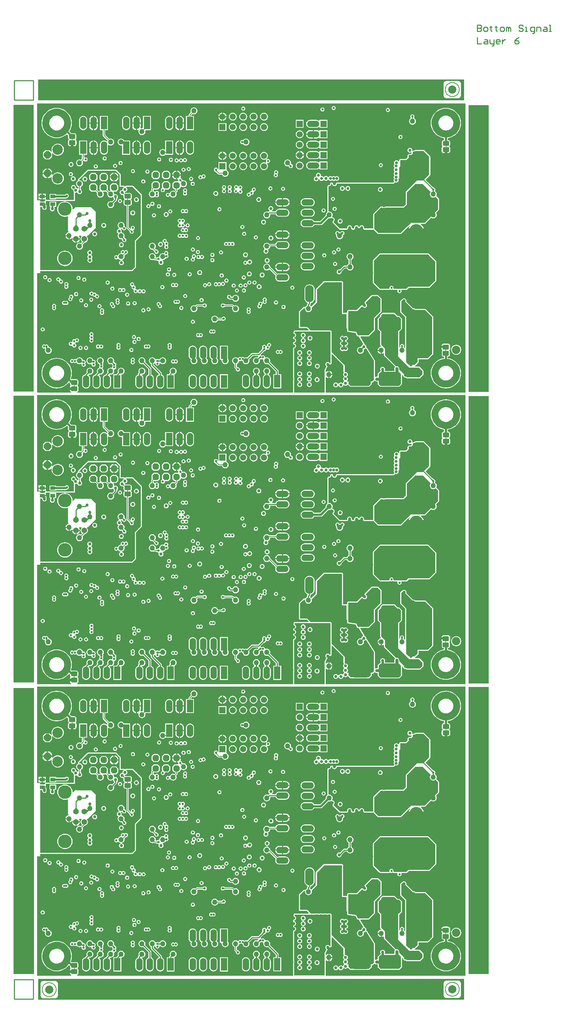
<source format=gbl>
G04 Layer_Physical_Order=6*
G04 Layer_Color=16711680*
%FSLAX24Y24*%
%MOIN*%
G70*
G01*
G75*
%ADD10C,0.0070*%
G04:AMPARAMS|DCode=11|XSize=78.7mil|YSize=78.7mil|CornerRadius=39.4mil|HoleSize=0mil|Usage=FLASHONLY|Rotation=90.000|XOffset=0mil|YOffset=0mil|HoleType=Round|Shape=RoundedRectangle|*
%AMROUNDEDRECTD11*
21,1,0.0787,0.0000,0,0,90.0*
21,1,0.0000,0.0787,0,0,90.0*
1,1,0.0787,0.0000,0.0000*
1,1,0.0787,0.0000,0.0000*
1,1,0.0787,0.0000,0.0000*
1,1,0.0787,0.0000,0.0000*
%
%ADD11ROUNDEDRECTD11*%
%ADD12C,0.0100*%
%ADD13C,0.0650*%
%ADD14C,0.0080*%
G04:AMPARAMS|DCode=56|XSize=50mil|YSize=50mil|CornerRadius=25mil|HoleSize=0mil|Usage=FLASHONLY|Rotation=270.000|XOffset=0mil|YOffset=0mil|HoleType=Round|Shape=RoundedRectangle|*
%AMROUNDEDRECTD56*
21,1,0.0500,0.0000,0,0,270.0*
21,1,0.0000,0.0500,0,0,270.0*
1,1,0.0500,0.0000,0.0000*
1,1,0.0500,0.0000,0.0000*
1,1,0.0500,0.0000,0.0000*
1,1,0.0500,0.0000,0.0000*
%
%ADD56ROUNDEDRECTD56*%
%ADD68C,0.0060*%
%ADD70C,0.0220*%
%ADD71C,0.0200*%
%ADD73C,0.0120*%
%ADD75C,0.0300*%
%ADD77C,0.0270*%
%ADD80C,0.0250*%
%ADD86C,0.0160*%
%ADD88C,0.0500*%
%ADD90C,0.0700*%
%ADD91C,0.0090*%
%ADD95C,0.0400*%
%ADD104R,0.0591X0.0591*%
%ADD105O,0.1181X0.0591*%
%ADD106C,0.0591*%
%ADD107O,0.0600X0.1200*%
%ADD108R,0.0600X0.1200*%
%ADD109O,0.1300X0.1360*%
%ADD110R,0.0591X0.0591*%
%ADD111O,0.1200X0.0600*%
%ADD112O,0.0825X0.1650*%
%ADD113P,0.0671X8X22.5*%
%ADD114C,0.1305*%
%ADD115C,0.0540*%
%ADD116C,0.1000*%
%ADD117P,0.0758X8X292.5*%
%ADD118C,0.0800*%
G04:AMPARAMS|DCode=119|XSize=133mil|YSize=83mil|CornerRadius=0mil|HoleSize=0mil|Usage=FLASHONLY|Rotation=270.000|XOffset=0mil|YOffset=0mil|HoleType=Round|Shape=Octagon|*
%AMOCTAGOND119*
4,1,8,-0.0208,-0.0665,0.0208,-0.0665,0.0415,-0.0457,0.0415,0.0457,0.0208,0.0665,-0.0208,0.0665,-0.0415,0.0457,-0.0415,-0.0457,-0.0208,-0.0665,0.0*
%
%ADD119OCTAGOND119*%

%ADD120C,0.0290*%
%ADD121C,0.0220*%
%ADD122C,0.0300*%
%ADD123C,0.0320*%
%ADD142R,0.0591X0.0591*%
%ADD143R,0.0492X0.0335*%
G04:AMPARAMS|DCode=144|XSize=50mil|YSize=50mil|CornerRadius=25mil|HoleSize=0mil|Usage=FLASHONLY|Rotation=0.000|XOffset=0mil|YOffset=0mil|HoleType=Round|Shape=RoundedRectangle|*
%AMROUNDEDRECTD144*
21,1,0.0500,0.0000,0,0,0.0*
21,1,0.0000,0.0500,0,0,0.0*
1,1,0.0500,0.0000,0.0000*
1,1,0.0500,0.0000,0.0000*
1,1,0.0500,0.0000,0.0000*
1,1,0.0500,0.0000,0.0000*
%
%ADD144ROUNDEDRECTD144*%
G04:AMPARAMS|DCode=145|XSize=46mil|YSize=63mil|CornerRadius=11.5mil|HoleSize=0mil|Usage=FLASHONLY|Rotation=270.000|XOffset=0mil|YOffset=0mil|HoleType=Round|Shape=RoundedRectangle|*
%AMROUNDEDRECTD145*
21,1,0.0460,0.0400,0,0,270.0*
21,1,0.0230,0.0630,0,0,270.0*
1,1,0.0230,-0.0200,-0.0115*
1,1,0.0230,-0.0200,0.0115*
1,1,0.0230,0.0200,0.0115*
1,1,0.0230,0.0200,-0.0115*
%
%ADD145ROUNDEDRECTD145*%
%ADD146C,0.0850*%
G36*
X43671Y86683D02*
X2736D01*
Y88681D01*
X43671D01*
Y86683D01*
D02*
G37*
G36*
X6730Y78141D02*
X6733Y78129D01*
X6737Y78117D01*
X6742Y78105D01*
X6749Y78093D01*
X6758Y78082D01*
X6768Y78070D01*
X6780Y78058D01*
X6794Y78046D01*
X6809Y78034D01*
X6601Y78006D01*
X6614Y78023D01*
X6645Y78070D01*
X6652Y78084D01*
X6658Y78098D01*
X6663Y78111D01*
X6667Y78123D01*
X6669Y78134D01*
X6669Y78145D01*
X6729Y78153D01*
X6730Y78141D01*
D02*
G37*
G36*
X10549Y79574D02*
Y78388D01*
X10954D01*
X10970Y78338D01*
X10910Y78298D01*
X10859Y78222D01*
X10841Y78132D01*
X10842Y78126D01*
X10809Y78091D01*
X10720Y78074D01*
X10644Y78023D01*
X10593Y77947D01*
X10575Y77857D01*
X10593Y77767D01*
X10644Y77691D01*
X10720Y77640D01*
X10737Y77637D01*
X10738Y77636D01*
X10739Y77635D01*
X10754Y77625D01*
X10769Y77614D01*
X10771Y77614D01*
X10772Y77613D01*
X10790Y77609D01*
X10808Y77605D01*
X10844Y77604D01*
X10855Y77603D01*
X10865Y77601D01*
X10873Y77599D01*
X10879Y77597D01*
X10883Y77596D01*
X10885Y77595D01*
X10885Y77595D01*
X10889Y77591D01*
X10903Y77583D01*
X10917Y77574D01*
X10920Y77573D01*
X10923Y77572D01*
X10932Y77570D01*
Y77363D01*
X10948Y77287D01*
X10991Y77222D01*
X11012Y77208D01*
Y77148D01*
X10991Y77133D01*
X10948Y77069D01*
X10932Y76993D01*
Y76763D01*
X10948Y76687D01*
X10991Y76622D01*
X11055Y76579D01*
X11131Y76564D01*
X11219D01*
Y74472D01*
X11219Y74472D01*
X11228Y74429D01*
X11252Y74392D01*
X11488Y74156D01*
X11491Y74140D01*
X11492Y74137D01*
X11492Y74135D01*
X11502Y74120D01*
X11511Y74106D01*
X11514Y74102D01*
X11514Y74102D01*
X11515Y74100D01*
X11515Y74098D01*
X11516Y74094D01*
X11517Y74089D01*
X11517Y74083D01*
X11517Y74073D01*
X11521Y74054D01*
X11525Y74036D01*
X11526Y74035D01*
X11526Y74034D01*
X11537Y74019D01*
X11547Y74003D01*
X11548Y74002D01*
X11548Y74001D01*
X11550Y74000D01*
X11550Y73999D01*
X11592Y73937D01*
X11655Y73895D01*
X11729Y73880D01*
X11803Y73895D01*
X11866Y73937D01*
X11908Y73999D01*
X11923Y74074D01*
X11908Y74148D01*
X11869Y74207D01*
X11872Y74229D01*
X11882Y74260D01*
X11898Y74264D01*
X11961Y74306D01*
X12003Y74369D01*
X12018Y74443D01*
X12003Y74517D01*
X11961Y74580D01*
X11898Y74622D01*
X11824Y74636D01*
X11750Y74622D01*
X11687Y74580D01*
X11645Y74517D01*
X11631Y74443D01*
X11641Y74392D01*
X11595Y74367D01*
X11443Y74518D01*
Y76564D01*
X11531D01*
X11607Y76579D01*
X11672Y76622D01*
X11715Y76687D01*
X11730Y76763D01*
Y76993D01*
X11715Y77069D01*
X11672Y77133D01*
X11650Y77148D01*
Y77208D01*
X11672Y77222D01*
X11715Y77287D01*
X11730Y77363D01*
Y77593D01*
X11715Y77669D01*
X11672Y77733D01*
X11607Y77776D01*
X11531Y77792D01*
X11131D01*
X11110Y77787D01*
X11098Y77793D01*
X11063Y77828D01*
X11062Y77839D01*
X11062Y77850D01*
X11065Y77861D01*
X11095Y77902D01*
X11165Y77916D01*
X11241Y77967D01*
X11292Y78043D01*
X11310Y78132D01*
X11292Y78222D01*
X11241Y78298D01*
X11181Y78338D01*
X11196Y78388D01*
X11782D01*
X12595Y77593D01*
X12601D01*
Y73792D01*
X12030Y73221D01*
Y70682D01*
X11745Y70396D01*
X2926D01*
Y76455D01*
X3094D01*
X3123Y76425D01*
Y76386D01*
X3139Y76306D01*
X3184Y76238D01*
X3252Y76193D01*
X3332Y76177D01*
X3412Y76193D01*
X3480Y76238D01*
X3525Y76306D01*
X3541Y76386D01*
Y76512D01*
X3541Y76512D01*
X3525Y76592D01*
X3480Y76660D01*
X3468Y76672D01*
Y76672D01*
X3122D01*
Y76772D01*
X3468D01*
Y76989D01*
X3490Y77030D01*
X6262D01*
Y77815D01*
X6301Y77847D01*
X6341Y77839D01*
X6431Y77857D01*
X6451Y77870D01*
X6497Y77851D01*
X6503Y77824D01*
X6554Y77748D01*
X6630Y77697D01*
X6719Y77679D01*
X6809Y77697D01*
X6885Y77748D01*
X6936Y77824D01*
X6954Y77914D01*
X6936Y78003D01*
X6910Y78042D01*
X6910Y78046D01*
X6910Y78047D01*
X6910Y78047D01*
X6904Y78065D01*
X6898Y78084D01*
X6898Y78084D01*
X6897Y78085D01*
X6885Y78099D01*
X6872Y78114D01*
X6859Y78124D01*
X6850Y78132D01*
X6843Y78139D01*
X6838Y78145D01*
X6834Y78150D01*
X6832Y78153D01*
X6831Y78155D01*
X6831Y78160D01*
X6830Y78164D01*
X6830Y78167D01*
X6825Y78183D01*
X6821Y78198D01*
X6819Y78201D01*
X6817Y78205D01*
X6812Y78211D01*
Y78373D01*
X6866Y78395D01*
X6935Y78448D01*
X6988Y78517D01*
X7021Y78597D01*
X7032Y78684D01*
X7021Y78770D01*
X6988Y78850D01*
X6935Y78919D01*
X6866Y78972D01*
X6786Y79005D01*
X6699Y79016D01*
X6672Y79013D01*
X6649Y79060D01*
X7522Y79934D01*
X10189Y79934D01*
X10549Y79574D01*
D02*
G37*
G36*
X10960Y77835D02*
X10963Y77798D01*
X10965Y77782D01*
X10969Y77767D01*
X10973Y77753D01*
X10978Y77740D01*
X10984Y77729D01*
X10991Y77719D01*
X10998Y77710D01*
X10956Y77668D01*
X10947Y77676D01*
X10937Y77682D01*
X10926Y77688D01*
X10914Y77693D01*
X10900Y77698D01*
X10885Y77701D01*
X10868Y77704D01*
X10851Y77706D01*
X10811Y77707D01*
X10960Y77855D01*
X10960Y77835D01*
D02*
G37*
G36*
X11636Y74210D02*
X11644Y74204D01*
X11652Y74199D01*
X11661Y74195D01*
X11671Y74191D01*
X11681Y74189D01*
X11692Y74186D01*
X11703Y74185D01*
X11715Y74184D01*
X11728Y74184D01*
X11619Y74075D01*
X11619Y74088D01*
X11618Y74100D01*
X11617Y74111D01*
X11614Y74122D01*
X11612Y74132D01*
X11608Y74142D01*
X11604Y74151D01*
X11599Y74159D01*
X11593Y74167D01*
X11587Y74174D01*
X11629Y74216D01*
X11636Y74210D01*
D02*
G37*
G36*
X35622Y67626D02*
X35622Y66416D01*
X35499Y66294D01*
X34989Y65784D01*
Y64654D01*
X34449Y64114D01*
X33459D01*
X33299Y64444D01*
X32529Y64544D01*
Y66444D01*
X33379Y66444D01*
X33846Y66911D01*
X33904Y66897D01*
X33944Y66838D01*
X34020Y66787D01*
X34109Y66769D01*
X34199Y66787D01*
X34275Y66838D01*
X34326Y66914D01*
X34344Y67004D01*
X34326Y67093D01*
X34275Y67169D01*
X34216Y67209D01*
X34202Y67267D01*
X34812Y67876D01*
X35372D01*
X35622Y67626D01*
D02*
G37*
G36*
X31929Y66174D02*
X32369D01*
Y64834D01*
X32427Y64769D01*
Y64544D01*
X32430Y64530D01*
X32431Y64517D01*
X32434Y64511D01*
X32435Y64505D01*
X32443Y64493D01*
X32449Y64481D01*
X32454Y64477D01*
X32457Y64472D01*
X32468Y64464D01*
X32479Y64455D01*
X32485Y64453D01*
X32490Y64449D01*
X32504Y64447D01*
X32516Y64443D01*
X33232Y64350D01*
X33368Y64069D01*
X33378Y64056D01*
X33387Y64042D01*
X33390Y64040D01*
X33392Y64037D01*
X33406Y64029D01*
X33420Y64019D01*
X33423Y64019D01*
X33426Y64017D01*
X33443Y64015D01*
X33459Y64012D01*
X33529D01*
X33977Y63298D01*
X33957Y63252D01*
X33950Y63250D01*
X33874Y63199D01*
X33823Y63123D01*
X33817Y63097D01*
X33817Y63096D01*
X33816Y63095D01*
X33814Y63094D01*
X33805Y63078D01*
X33795Y63063D01*
X33795Y63061D01*
X33794Y63060D01*
X33791Y63042D01*
X33788Y63024D01*
X33740Y63011D01*
X33699Y63016D01*
X33613Y63005D01*
X33533Y62972D01*
X33464Y62919D01*
X33411Y62850D01*
X33378Y62770D01*
X33367Y62684D01*
X33378Y62597D01*
X33411Y62517D01*
X33464Y62448D01*
X33533Y62395D01*
X33613Y62362D01*
X33699Y62351D01*
X33786Y62362D01*
X33866Y62395D01*
X33935Y62448D01*
X33988Y62517D01*
X34021Y62597D01*
X34032Y62684D01*
X34025Y62739D01*
X34052Y62781D01*
X34067Y62786D01*
X34071Y62787D01*
X34088Y62791D01*
X34090Y62792D01*
X34091Y62793D01*
X34106Y62804D01*
X34120Y62815D01*
X34120Y62815D01*
X34129Y62817D01*
X34193Y62860D01*
X34253Y62857D01*
X34989Y61684D01*
Y59874D01*
X34819Y59704D01*
X33917D01*
X33876Y59483D01*
X33878Y59534D01*
X33876Y59540D01*
Y59538D01*
X33876Y59541D01*
X33864Y59579D01*
X33835Y59619D01*
X33789Y59653D01*
X33728Y59682D01*
X33660Y59703D01*
X33560Y59681D01*
X33449Y59642D01*
X33377Y59605D01*
X33367Y59576D01*
X33363Y59538D01*
Y59598D01*
X33359Y59596D01*
X33289Y59540D01*
X33241Y59477D01*
X33213Y59404D01*
X33206Y59324D01*
X33191Y59704D01*
X32414D01*
X32407Y59759D01*
X32435Y59778D01*
X32486Y59854D01*
X32504Y59944D01*
X32486Y60033D01*
X32435Y60109D01*
X32399Y60134D01*
Y60184D01*
X32435Y60208D01*
X32486Y60284D01*
X32504Y60374D01*
X32486Y60463D01*
X32435Y60539D01*
X32359Y60590D01*
X32269Y60608D01*
X32229Y60600D01*
X32179Y60641D01*
X32179Y61264D01*
X30924Y62519D01*
X30924Y64476D01*
X30916Y64515D01*
X30894Y64548D01*
X30861Y64570D01*
X30822Y64578D01*
X30784D01*
X30782Y64579D01*
X30707Y64594D01*
X30633Y64579D01*
X30631Y64578D01*
X30384D01*
X30382Y64579D01*
X30307Y64594D01*
X30233Y64579D01*
X30231Y64578D01*
X29984D01*
X29982Y64579D01*
X29907Y64594D01*
X29833Y64579D01*
X29831Y64578D01*
X29584D01*
X29582Y64579D01*
X29507Y64594D01*
X29433Y64579D01*
X29431Y64578D01*
X28932D01*
X28599Y64934D01*
X27882Y64934D01*
Y66386D01*
X28327Y66766D01*
X28374Y66741D01*
X28367Y66684D01*
X28378Y66597D01*
X28411Y66517D01*
X28464Y66448D01*
X28533Y66395D01*
X28613Y66362D01*
X28699Y66351D01*
X28786Y66362D01*
X28866Y66395D01*
X28935Y66448D01*
X28988Y66517D01*
X29021Y66597D01*
X29032Y66684D01*
X29024Y66746D01*
X29032Y66796D01*
X29512Y67276D01*
Y68526D01*
X30212Y69226D01*
X31929D01*
Y66174D01*
D02*
G37*
G36*
X37773Y63021D02*
X37770Y63017D01*
X37768Y63011D01*
X37765Y63004D01*
X37764Y62997D01*
X37762Y62988D01*
X37761Y62979D01*
X37760Y62958D01*
X37759Y62945D01*
X37639D01*
X37639Y62958D01*
X37637Y62988D01*
X37635Y62997D01*
X37633Y63004D01*
X37631Y63011D01*
X37628Y63017D01*
X37626Y63021D01*
X37622Y63025D01*
X37776D01*
X37773Y63021D01*
D02*
G37*
G36*
X34045Y62884D02*
X34032Y62883D01*
X34020Y62881D01*
X34008Y62878D01*
X33996Y62874D01*
X33984Y62869D01*
X33973Y62862D01*
X33961Y62855D01*
X33950Y62847D01*
X33939Y62838D01*
X33928Y62828D01*
X33839Y62908D01*
X33849Y62919D01*
X33858Y62930D01*
X33866Y62941D01*
X33873Y62953D01*
X33879Y62964D01*
X33883Y62976D01*
X33887Y62988D01*
X33889Y63000D01*
X33890Y63013D01*
X33890Y63025D01*
X34045Y62884D01*
D02*
G37*
G36*
X43781Y58625D02*
X30368D01*
X30361Y58634D01*
Y60075D01*
X30389Y60093D01*
X30431Y60105D01*
X30493Y60058D01*
X30578Y60023D01*
X30619Y60017D01*
Y60364D01*
Y60710D01*
X30578Y60705D01*
X30493Y60669D01*
X30431Y60622D01*
X30389Y60634D01*
X30361Y60652D01*
Y60803D01*
X30362Y60804D01*
X30365Y60805D01*
X30378Y60817D01*
X30391Y60827D01*
X30406Y60846D01*
X30409Y60851D01*
X30412Y60854D01*
X30418Y60868D01*
X30425Y60881D01*
X30425Y60886D01*
X30427Y60891D01*
X30441Y60961D01*
X30470Y61003D01*
X30481Y61011D01*
X30488Y61018D01*
X30497Y61024D01*
X30502Y61032D01*
X30510Y61039D01*
X30513Y61049D01*
X30519Y61057D01*
X30521Y61067D01*
X30525Y61076D01*
Y61086D01*
X30527Y61096D01*
Y61146D01*
X30525Y61156D01*
Y61166D01*
X30521Y61175D01*
X30519Y61185D01*
X30513Y61193D01*
X30510Y61203D01*
X30502Y61210D01*
X30497Y61218D01*
X30488Y61224D01*
X30481Y61231D01*
X30470Y61239D01*
X30441Y61281D01*
X30431Y61331D01*
X30441Y61381D01*
X30470Y61423D01*
X30512Y61452D01*
X30562Y61462D01*
X30612Y61452D01*
X30654Y61423D01*
X30687Y61374D01*
X30700Y61361D01*
X30714Y61347D01*
X30715Y61347D01*
X30715Y61346D01*
X30733Y61339D01*
X30750Y61331D01*
X30751Y61331D01*
X30752Y61331D01*
X30771D01*
X30790Y61330D01*
X30840Y61339D01*
X30850Y61343D01*
X30861Y61345D01*
X30868Y61350D01*
X30877Y61354D01*
X30885Y61361D01*
X30894Y61368D01*
X30899Y61375D01*
X30906Y61381D01*
X30910Y61391D01*
X30916Y61401D01*
X30918Y61409D01*
X30921Y61418D01*
X30922Y61429D01*
X30924Y61440D01*
Y62283D01*
X30989Y62310D01*
X32077Y61221D01*
X32077Y60641D01*
X32078Y60636D01*
X32078Y60631D01*
X32082Y60617D01*
X32085Y60602D01*
X32104Y60539D01*
X32053Y60463D01*
X32035Y60374D01*
X32053Y60284D01*
X32104Y60208D01*
X32125Y60194D01*
Y60124D01*
X32104Y60109D01*
X32053Y60033D01*
X32035Y59944D01*
X32053Y59854D01*
X32104Y59778D01*
X32117Y59769D01*
Y59699D01*
X32104Y59689D01*
X32053Y59613D01*
X32044Y59568D01*
X32026Y59557D01*
X31967Y59542D01*
X31909Y59580D01*
X31819Y59598D01*
X31730Y59580D01*
X31654Y59529D01*
X31618Y59477D01*
X31615Y59476D01*
X31543D01*
X31540Y59477D01*
X31505Y59529D01*
X31429Y59580D01*
X31339Y59598D01*
X31250Y59580D01*
X31174Y59529D01*
X31123Y59453D01*
X31105Y59364D01*
X31123Y59274D01*
X31174Y59198D01*
X31250Y59147D01*
X31339Y59129D01*
X31429Y59147D01*
X31505Y59198D01*
X31540Y59251D01*
X31543Y59252D01*
X31615D01*
X31618Y59251D01*
X31654Y59198D01*
X31730Y59147D01*
X31819Y59129D01*
X31909Y59147D01*
X31985Y59198D01*
X32036Y59274D01*
X32045Y59319D01*
X32062Y59331D01*
X32122Y59346D01*
X32180Y59307D01*
X32269Y59289D01*
X32359Y59307D01*
X32435Y59358D01*
X32445Y59372D01*
X32515Y59379D01*
X32701Y59193D01*
X33130D01*
X33193Y59184D01*
X34269D01*
X34332Y59193D01*
X34536D01*
X34784Y59440D01*
Y59602D01*
X34819D01*
X34858Y59609D01*
X34891Y59632D01*
X35019Y59759D01*
X35104Y59758D01*
X35172Y59713D01*
X35252Y59697D01*
X35354D01*
Y59436D01*
X35602Y59189D01*
X35954D01*
X35967Y59187D01*
X37032D01*
X37046Y59189D01*
X37437D01*
X37684Y59436D01*
Y60295D01*
X37754Y60328D01*
X37778Y60308D01*
X37777Y60306D01*
X37795Y60216D01*
X37846Y60140D01*
X37922Y60089D01*
X38012Y60072D01*
X38050Y60079D01*
X38097Y60032D01*
X38130Y60009D01*
X38169Y60002D01*
X39389D01*
X39428Y60009D01*
X39461Y60032D01*
X39461Y60032D01*
X39741Y60312D01*
X39764Y60345D01*
X39771Y60384D01*
Y60694D01*
X39764Y60733D01*
X39741Y60766D01*
X39411Y61096D01*
X39378Y61118D01*
X39339Y61126D01*
X38936D01*
X38929Y61196D01*
X38948Y61199D01*
X38981Y61222D01*
X39261Y61502D01*
X39284Y61535D01*
X39291Y61574D01*
X39291Y61812D01*
X40072D01*
X40072Y61812D01*
X40072Y61812D01*
X40159D01*
X40198Y61819D01*
X40231Y61842D01*
X40671Y62282D01*
X40694Y62315D01*
X40701Y62354D01*
Y63414D01*
Y65874D01*
X40694Y65913D01*
X40671Y65946D01*
X39999Y66618D01*
X39966Y66640D01*
X39927Y66648D01*
X38969Y66648D01*
X38955Y66669D01*
X38930Y66686D01*
X38913Y66698D01*
X38879Y66720D01*
X38789Y66738D01*
X38768Y66734D01*
X38105Y67398D01*
X38114Y67444D01*
X38096Y67533D01*
X38045Y67609D01*
X38025Y67623D01*
X37969Y67660D01*
X37879Y67678D01*
X37790Y67660D01*
X37714Y67609D01*
X37704Y67594D01*
X37683Y67590D01*
X37650Y67568D01*
X37550Y67468D01*
X37528Y67435D01*
X37520Y67396D01*
X37520Y66391D01*
X37528Y66352D01*
X37550Y66319D01*
X37987Y65881D01*
X37987Y64364D01*
X37987Y62957D01*
X37917Y62932D01*
X37866Y62972D01*
X37873Y62994D01*
X37875Y63010D01*
X37878Y63025D01*
X37878Y63027D01*
X37878Y63029D01*
X37893Y63104D01*
X37878Y63178D01*
X37836Y63241D01*
X37773Y63283D01*
X37699Y63297D01*
X37625Y63283D01*
X37562Y63241D01*
X37520Y63178D01*
X37506Y63104D01*
X37520Y63029D01*
X37521Y63027D01*
X37520Y63025D01*
X37522Y63015D01*
X37510Y62998D01*
X37501Y62991D01*
X37453Y63008D01*
X37431Y63030D01*
Y64489D01*
X37437D01*
X37684Y64736D01*
Y65731D01*
X37437Y65979D01*
X37299D01*
X37031Y66246D01*
X36998Y66268D01*
X36959Y66276D01*
X35819Y66276D01*
X35780Y66268D01*
X35747Y66246D01*
X35627Y66126D01*
X35605Y66093D01*
X35597Y66054D01*
Y65974D01*
X35354Y65731D01*
Y64736D01*
X35597Y64493D01*
Y63224D01*
X35605Y63185D01*
X35627Y63152D01*
X35627Y63152D01*
X35675Y63104D01*
X35650Y63030D01*
X35608Y63025D01*
X35523Y62989D01*
X35450Y62933D01*
X35394Y62860D01*
X35358Y62775D01*
X35353Y62734D01*
X35699D01*
Y62684D01*
X35749D01*
Y62337D01*
X35791Y62343D01*
X35876Y62378D01*
X35887Y62387D01*
X35957Y62352D01*
Y62214D01*
X35965Y62175D01*
X35987Y62142D01*
X37018Y61111D01*
X37016Y61092D01*
X36965Y61016D01*
X36947Y60926D01*
Y60696D01*
X36069D01*
X36044Y60766D01*
X36056Y60784D01*
X36074Y60874D01*
X36056Y60963D01*
X36005Y61039D01*
X35929Y61090D01*
X35839Y61108D01*
X35750Y61090D01*
X35674Y61039D01*
X35623Y60963D01*
X35605Y60874D01*
X35623Y60784D01*
X35646Y60750D01*
Y60679D01*
X35602D01*
X35354Y60431D01*
Y60208D01*
X35300Y60164D01*
X35279Y60168D01*
X35190Y60150D01*
X35161Y60131D01*
X35091Y60169D01*
Y61684D01*
X35090Y61692D01*
X35090Y61701D01*
X35086Y61711D01*
X35084Y61723D01*
X35079Y61730D01*
X35076Y61738D01*
X34340Y62911D01*
X34333Y62918D01*
X34329Y62926D01*
X34320Y62932D01*
X34313Y62940D01*
X34304Y62944D01*
X34297Y62949D01*
X34286Y62952D01*
X34276Y62956D01*
X34272Y63026D01*
X34274Y63034D01*
X34256Y63123D01*
X34205Y63199D01*
X34129Y63250D01*
X34079Y63296D01*
X34077Y63305D01*
X34078Y63315D01*
X34074Y63325D01*
X34072Y63335D01*
X34067Y63343D01*
X34063Y63352D01*
X33688Y63950D01*
X33722Y64012D01*
X34449D01*
X34488Y64019D01*
X34521Y64042D01*
X35061Y64582D01*
X35084Y64615D01*
X35091Y64654D01*
Y65741D01*
X35571Y66222D01*
X35694Y66344D01*
X35716Y66377D01*
X35724Y66416D01*
X35724Y67626D01*
X35716Y67665D01*
X35694Y67698D01*
X35444Y67948D01*
X35444Y67948D01*
X35411Y67970D01*
X35372Y67978D01*
X34812D01*
X34773Y67970D01*
X34740Y67948D01*
X34130Y67339D01*
X34124Y67329D01*
X34116Y67321D01*
X34113Y67313D01*
X34108Y67306D01*
X34106Y67294D01*
X34102Y67284D01*
X34102Y67275D01*
X34100Y67267D01*
X34103Y67255D01*
X34103Y67244D01*
X34116Y67186D01*
X34124Y67170D01*
X34131Y67153D01*
X34132Y67151D01*
X34133Y67150D01*
X34146Y67137D01*
X34159Y67124D01*
X34202Y67096D01*
X34230Y67054D01*
X34240Y67004D01*
X34230Y66954D01*
X34202Y66911D01*
X34159Y66883D01*
X34109Y66873D01*
X34059Y66883D01*
X34017Y66911D01*
X33989Y66954D01*
X33976Y66967D01*
X33963Y66980D01*
X33962Y66981D01*
X33960Y66982D01*
X33943Y66989D01*
X33927Y66997D01*
X33869Y67010D01*
X33858Y67010D01*
X33846Y67012D01*
X33838Y67011D01*
X33829Y67011D01*
X33819Y67007D01*
X33807Y67005D01*
X33800Y67000D01*
X33792Y66997D01*
X33784Y66989D01*
X33774Y66983D01*
X33337Y66546D01*
X32529Y66546D01*
X32490Y66538D01*
X32457Y66516D01*
X32435Y66483D01*
X32427Y66444D01*
Y66333D01*
X32369Y66276D01*
X32031D01*
Y69226D01*
X32024Y69265D01*
X32001Y69298D01*
X31968Y69320D01*
X31929Y69328D01*
X30212D01*
X30173Y69320D01*
X30140Y69298D01*
X29440Y68598D01*
X29418Y68565D01*
X29410Y68526D01*
Y67318D01*
X29005Y66914D01*
X28935Y66918D01*
X28935Y66919D01*
X28869Y66969D01*
X28865Y66978D01*
X28859Y67051D01*
X28903Y67095D01*
X28932Y67138D01*
X28942Y67189D01*
Y67223D01*
X29058Y67271D01*
X29161Y67350D01*
X29240Y67453D01*
X29289Y67573D01*
X29306Y67701D01*
Y68526D01*
X29289Y68655D01*
X29240Y68774D01*
X29161Y68877D01*
X29058Y68956D01*
X28938Y69006D01*
X28809Y69023D01*
X28681Y69006D01*
X28561Y68956D01*
X28458Y68877D01*
X28379Y68774D01*
X28330Y68655D01*
X28313Y68526D01*
Y67701D01*
X28330Y67573D01*
X28379Y67453D01*
X28458Y67350D01*
X28561Y67271D01*
X28604Y67253D01*
X28618Y67184D01*
X28606Y67172D01*
X28577Y67129D01*
X28567Y67079D01*
Y66986D01*
X28533Y66972D01*
X28464Y66919D01*
X28435Y66881D01*
X28373Y66857D01*
X28355Y66862D01*
X28338Y66868D01*
X28336Y66868D01*
X28335Y66868D01*
X28317Y66866D01*
X28298Y66864D01*
X28297Y66863D01*
X28295Y66863D01*
X28279Y66854D01*
X28263Y66846D01*
X28262Y66845D01*
X28261Y66844D01*
X27816Y66464D01*
X27813Y66460D01*
X27810Y66458D01*
X27801Y66445D01*
X27791Y66432D01*
X27790Y66429D01*
X27788Y66425D01*
X27785Y66410D01*
X27780Y66394D01*
X27781Y66390D01*
X27780Y66386D01*
Y64934D01*
X27788Y64895D01*
X27810Y64862D01*
X27843Y64839D01*
X27882Y64832D01*
X28555Y64832D01*
X28732Y64642D01*
X28704Y64578D01*
X27380D01*
X27371Y64576D01*
X27361D01*
X27351Y64572D01*
X27341Y64570D01*
X27333Y64565D01*
X27324Y64561D01*
X27317Y64554D01*
X27308Y64548D01*
X27303Y64540D01*
X27296Y64533D01*
X27292Y64524D01*
X27286Y64515D01*
X27284Y64505D01*
X27280Y64496D01*
X27267Y64430D01*
X27267Y64430D01*
X27263Y64419D01*
Y64411D01*
X27261Y64403D01*
X27263Y64391D01*
Y64379D01*
X27266Y64372D01*
X27267Y64364D01*
X27288Y64306D01*
X27294Y64295D01*
X27299Y64284D01*
X27305Y64278D01*
X27309Y64272D01*
X27319Y64264D01*
X27327Y64256D01*
X27372Y64226D01*
X27400Y64184D01*
X27410Y64134D01*
X27400Y64084D01*
X27372Y64041D01*
X27329Y64013D01*
X27309Y64009D01*
X27300Y64005D01*
X27290Y64003D01*
X27282Y63998D01*
X27273Y63994D01*
X27266Y63987D01*
X27257Y63981D01*
X27252Y63973D01*
X27245Y63966D01*
X27241Y63956D01*
X27235Y63948D01*
X27233Y63938D01*
X27229Y63929D01*
Y63919D01*
X27227Y63909D01*
Y63848D01*
X27229Y63838D01*
Y63828D01*
X27233Y63819D01*
X27235Y63809D01*
X27241Y63801D01*
X27245Y63792D01*
X27252Y63784D01*
X27257Y63776D01*
X27266Y63771D01*
X27273Y63763D01*
X27282Y63760D01*
X27290Y63754D01*
X27300Y63752D01*
X27309Y63748D01*
X27329Y63744D01*
X27372Y63716D01*
X27400Y63674D01*
X27410Y63624D01*
X27400Y63574D01*
X27372Y63531D01*
X27329Y63503D01*
X27309Y63499D01*
X27300Y63495D01*
X27290Y63493D01*
X27282Y63488D01*
X27273Y63484D01*
X27266Y63477D01*
X27257Y63471D01*
X27252Y63463D01*
X27245Y63456D01*
X27241Y63446D01*
X27235Y63438D01*
X27233Y63428D01*
X27229Y63419D01*
Y63409D01*
X27227Y63399D01*
Y63328D01*
X27229Y63318D01*
Y63308D01*
X27233Y63299D01*
X27235Y63289D01*
X27241Y63281D01*
X27245Y63272D01*
X27252Y63264D01*
X27257Y63256D01*
X27266Y63251D01*
X27273Y63243D01*
X27282Y63240D01*
X27290Y63234D01*
X27300Y63232D01*
X27309Y63228D01*
X27329Y63224D01*
X27372Y63196D01*
X27400Y63154D01*
X27410Y63104D01*
X27400Y63054D01*
X27372Y63011D01*
X27329Y62983D01*
X27309Y62979D01*
X27300Y62975D01*
X27290Y62973D01*
X27282Y62968D01*
X27273Y62964D01*
X27266Y62957D01*
X27257Y62951D01*
X27252Y62943D01*
X27245Y62936D01*
X27241Y62926D01*
X27235Y62918D01*
X27233Y62908D01*
X27229Y62899D01*
Y62889D01*
X27227Y62879D01*
X27227Y61188D01*
X27229Y61178D01*
Y61168D01*
X27232Y61156D01*
X27229Y61145D01*
Y61135D01*
X27227Y61125D01*
Y60027D01*
X27229Y60018D01*
Y60008D01*
X27233Y59998D01*
X27235Y59988D01*
X27241Y59980D01*
X27245Y59971D01*
X27245Y59970D01*
X27252Y59936D01*
X27245Y59902D01*
X27245Y59901D01*
X27241Y59892D01*
X27235Y59884D01*
X27233Y59874D01*
X27229Y59865D01*
Y59855D01*
X27227Y59845D01*
Y58634D01*
X27221Y58625D01*
X6488D01*
X6478Y58653D01*
X6476Y58695D01*
X6537Y58736D01*
X6584Y58807D01*
X6601Y58891D01*
Y59121D01*
X6584Y59205D01*
X6537Y59276D01*
X6525Y59284D01*
X6531Y59364D01*
X6566Y59415D01*
X6581Y59491D01*
Y59721D01*
X6566Y59797D01*
X6522Y59862D01*
X6458Y59905D01*
X6382Y59920D01*
X5982D01*
X5933Y59910D01*
X5869Y59974D01*
X5898Y60044D01*
X5952Y60266D01*
X5970Y60495D01*
X5952Y60723D01*
X5898Y60946D01*
X5811Y61157D01*
X5691Y61352D01*
X5542Y61527D01*
X5368Y61675D01*
X5173Y61795D01*
X4961Y61883D01*
X4739Y61936D01*
X4510Y61954D01*
X4282Y61936D01*
X4059Y61883D01*
X3848Y61795D01*
X3653Y61675D01*
X3479Y61527D01*
X3330Y61352D01*
X3210Y61157D01*
X3123Y60946D01*
X3069Y60723D01*
X3051Y60495D01*
X3069Y60266D01*
X3123Y60044D01*
X3210Y59832D01*
X3330Y59637D01*
X3479Y59463D01*
X3653Y59314D01*
X3848Y59194D01*
X4059Y59107D01*
X4282Y59053D01*
X4510Y59035D01*
X4739Y59053D01*
X4961Y59107D01*
X5173Y59194D01*
X5368Y59314D01*
X5542Y59463D01*
X5656Y59595D01*
X5726Y59598D01*
X5783Y59541D01*
Y59491D01*
X5798Y59415D01*
X5832Y59364D01*
X5839Y59284D01*
X5827Y59276D01*
X5779Y59205D01*
X5763Y59121D01*
Y58891D01*
X5779Y58807D01*
X5827Y58736D01*
X5888Y58695D01*
X5886Y58653D01*
X5876Y58625D01*
X2641D01*
Y70079D01*
X2926D01*
Y70294D01*
X11745D01*
X11784Y70302D01*
X11817Y70324D01*
X12102Y70610D01*
X12124Y70643D01*
X12132Y70682D01*
Y73179D01*
X12673Y73720D01*
X12695Y73753D01*
X12703Y73792D01*
Y77593D01*
X12695Y77632D01*
X12673Y77665D01*
X12655Y77677D01*
X11853Y78461D01*
X11837Y78472D01*
X11821Y78483D01*
X11820Y78483D01*
X11820Y78483D01*
X11801Y78487D01*
X11782Y78490D01*
X11196D01*
X11191Y78489D01*
X11186Y78490D01*
X11172Y78485D01*
X11157Y78483D01*
X11153Y78480D01*
X11148Y78478D01*
X11137Y78469D01*
X11124Y78460D01*
X11121Y78456D01*
X11118Y78453D01*
X11114Y78447D01*
X11109Y78445D01*
X11092Y78440D01*
X11059D01*
X11041Y78445D01*
X11037Y78447D01*
X11033Y78453D01*
X11029Y78456D01*
X11026Y78460D01*
X11014Y78469D01*
X11002Y78478D01*
X10998Y78480D01*
X10993Y78483D01*
X10979Y78485D01*
X10964Y78490D01*
X10959Y78489D01*
X10954Y78490D01*
X10651D01*
Y79574D01*
X10644Y79613D01*
X10621Y79646D01*
X10261Y80006D01*
X10228Y80028D01*
X10189Y80036D01*
X7522Y80036D01*
X7483Y80028D01*
X7450Y80006D01*
X6577Y79132D01*
X6575Y79130D01*
X6572Y79127D01*
X6564Y79113D01*
X6555Y79099D01*
X6554Y79096D01*
X6552Y79093D01*
X6550Y79077D01*
X6547Y79060D01*
X6548Y79057D01*
X6547Y79054D01*
X6551Y79038D01*
X6555Y79021D01*
X6533Y78972D01*
X6464Y78919D01*
X6411Y78850D01*
X6378Y78770D01*
X6367Y78684D01*
X6378Y78597D01*
X6411Y78517D01*
X6464Y78448D01*
X6533Y78395D01*
X6587Y78373D01*
Y78245D01*
X6517Y78224D01*
X6507Y78239D01*
X6431Y78290D01*
X6349Y78307D01*
X6354Y78334D01*
X6336Y78423D01*
X6285Y78499D01*
X6209Y78550D01*
X6119Y78568D01*
X6030Y78550D01*
X5954Y78499D01*
X5903Y78423D01*
X5885Y78334D01*
X5903Y78244D01*
X5954Y78168D01*
X6030Y78117D01*
X6112Y78101D01*
X6107Y78074D01*
X6124Y77984D01*
X6175Y77908D01*
X6168Y77854D01*
X6165Y77840D01*
X6161Y77825D01*
X6161Y77820D01*
X6160Y77815D01*
Y77132D01*
X3566D01*
X3502Y77145D01*
X3476Y77174D01*
X3468Y77199D01*
X3468Y77213D01*
X3468Y77213D01*
Y77400D01*
X3172D01*
Y77183D01*
X3402D01*
X3405Y77183D01*
X3436Y77122D01*
X3433Y77113D01*
X3426Y77109D01*
X3423Y77105D01*
X3418Y77102D01*
X3410Y77090D01*
X3401Y77079D01*
X3378Y77038D01*
X3377Y77033D01*
X3374Y77028D01*
X3371Y77014D01*
X3367Y77000D01*
X3307Y76969D01*
X2926D01*
Y77101D01*
X2921Y77106D01*
X2641D01*
Y86380D01*
X43781D01*
X43781Y58625D01*
D02*
G37*
G36*
X30822Y61440D02*
X30772Y61431D01*
X30728Y61497D01*
X30652Y61548D01*
X30562Y61565D01*
X30472Y61548D01*
X30396Y61497D01*
X30345Y61421D01*
X30327Y61331D01*
X30345Y61241D01*
X30396Y61165D01*
X30425Y61146D01*
Y61096D01*
X30396Y61077D01*
X30345Y61001D01*
X30327Y60911D01*
X30312Y60892D01*
X30259Y60884D01*
X30259Y60884D01*
Y58634D01*
X27329D01*
Y59845D01*
X27341Y59862D01*
X27356Y59936D01*
X27341Y60010D01*
X27329Y60027D01*
Y61125D01*
X27336Y61156D01*
X27329Y61188D01*
X27329Y62879D01*
X27369Y62887D01*
X27445Y62938D01*
X27496Y63014D01*
X27514Y63104D01*
X27496Y63193D01*
X27445Y63269D01*
X27369Y63320D01*
X27329Y63328D01*
Y63399D01*
X27369Y63407D01*
X27445Y63458D01*
X27496Y63534D01*
X27514Y63624D01*
X27496Y63713D01*
X27445Y63789D01*
X27369Y63840D01*
X27329Y63848D01*
Y63909D01*
X27369Y63917D01*
X27445Y63968D01*
X27496Y64044D01*
X27514Y64134D01*
X27496Y64223D01*
X27445Y64299D01*
X27384Y64340D01*
X27363Y64399D01*
X27366Y64404D01*
X27380Y64476D01*
X30822D01*
X30822Y61440D01*
D02*
G37*
G36*
X38812Y66546D02*
X39927Y66546D01*
X40599Y65874D01*
Y63414D01*
Y62354D01*
X40159Y61914D01*
X39189D01*
X39189Y61574D01*
X38909Y61294D01*
X38349Y61294D01*
X38089Y61554D01*
X38089Y64364D01*
X38089Y65924D01*
X37622Y66391D01*
X37622Y67396D01*
X37722Y67496D01*
X37862Y67496D01*
X38812Y66546D01*
D02*
G37*
G36*
X36959Y66174D02*
X37329Y65804D01*
Y62074D01*
X38379Y61024D01*
X39339D01*
X39669Y60694D01*
Y60384D01*
X39389Y60104D01*
X38169D01*
X37416Y60857D01*
Y60926D01*
X37399Y61016D01*
X37348Y61092D01*
X37272Y61143D01*
X37182Y61161D01*
X37124Y61149D01*
X36059Y62214D01*
X36059Y62864D01*
X35699Y63224D01*
X35699Y66054D01*
X35819Y66174D01*
X36959Y66174D01*
D02*
G37*
G36*
X2293Y58730D02*
X2293D01*
D01*
Y58730D01*
X2293Y58730D01*
D01*
D01*
X354D01*
Y86250D01*
X2293D01*
Y58730D01*
D02*
G37*
G36*
X46043Y58701D02*
X46043Y58701D01*
X44104D01*
Y86220D01*
X46043D01*
X46043Y58701D01*
D02*
G37*
G36*
X6730Y50149D02*
X6733Y50137D01*
X6737Y50125D01*
X6742Y50113D01*
X6749Y50101D01*
X6758Y50089D01*
X6768Y50077D01*
X6780Y50066D01*
X6794Y50054D01*
X6809Y50042D01*
X6601Y50014D01*
X6614Y50031D01*
X6645Y50078D01*
X6652Y50092D01*
X6658Y50106D01*
X6663Y50119D01*
X6667Y50131D01*
X6669Y50142D01*
X6669Y50153D01*
X6729Y50161D01*
X6730Y50149D01*
D02*
G37*
G36*
X10549Y51582D02*
Y50396D01*
X10954D01*
X10970Y50346D01*
X10910Y50306D01*
X10859Y50230D01*
X10841Y50140D01*
X10842Y50134D01*
X10809Y50099D01*
X10720Y50081D01*
X10644Y50031D01*
X10593Y49954D01*
X10575Y49865D01*
X10593Y49775D01*
X10644Y49699D01*
X10720Y49648D01*
X10737Y49645D01*
X10738Y49644D01*
X10739Y49643D01*
X10754Y49632D01*
X10769Y49622D01*
X10771Y49621D01*
X10772Y49621D01*
X10790Y49617D01*
X10808Y49613D01*
X10844Y49612D01*
X10855Y49611D01*
X10865Y49609D01*
X10873Y49607D01*
X10879Y49605D01*
X10883Y49604D01*
X10885Y49603D01*
X10885Y49603D01*
X10889Y49599D01*
X10903Y49591D01*
X10917Y49582D01*
X10920Y49581D01*
X10923Y49579D01*
X10932Y49578D01*
Y49371D01*
X10948Y49295D01*
X10991Y49230D01*
X11012Y49216D01*
Y49156D01*
X10991Y49141D01*
X10948Y49077D01*
X10932Y49001D01*
Y48771D01*
X10948Y48695D01*
X10991Y48630D01*
X11055Y48587D01*
X11131Y48572D01*
X11219D01*
Y46480D01*
X11219Y46480D01*
X11228Y46437D01*
X11252Y46400D01*
X11488Y46164D01*
X11491Y46148D01*
X11492Y46145D01*
X11492Y46143D01*
X11502Y46128D01*
X11511Y46113D01*
X11514Y46110D01*
X11514Y46110D01*
X11515Y46108D01*
X11515Y46106D01*
X11516Y46102D01*
X11517Y46097D01*
X11517Y46091D01*
X11517Y46081D01*
X11521Y46062D01*
X11525Y46044D01*
X11526Y46043D01*
X11526Y46042D01*
X11537Y46026D01*
X11547Y46010D01*
X11548Y46010D01*
X11548Y46009D01*
X11550Y46008D01*
X11550Y46007D01*
X11592Y45945D01*
X11655Y45903D01*
X11729Y45888D01*
X11803Y45903D01*
X11866Y45945D01*
X11908Y46007D01*
X11923Y46082D01*
X11908Y46156D01*
X11869Y46215D01*
X11872Y46237D01*
X11882Y46268D01*
X11898Y46272D01*
X11961Y46314D01*
X12003Y46376D01*
X12018Y46451D01*
X12003Y46525D01*
X11961Y46588D01*
X11898Y46630D01*
X11824Y46644D01*
X11750Y46630D01*
X11687Y46588D01*
X11645Y46525D01*
X11631Y46451D01*
X11641Y46399D01*
X11595Y46375D01*
X11443Y46526D01*
Y48572D01*
X11531D01*
X11607Y48587D01*
X11672Y48630D01*
X11715Y48695D01*
X11730Y48771D01*
Y49001D01*
X11715Y49077D01*
X11672Y49141D01*
X11650Y49156D01*
Y49216D01*
X11672Y49230D01*
X11715Y49295D01*
X11730Y49371D01*
Y49601D01*
X11715Y49677D01*
X11672Y49741D01*
X11607Y49784D01*
X11531Y49799D01*
X11131D01*
X11110Y49795D01*
X11098Y49801D01*
X11063Y49836D01*
X11062Y49847D01*
X11062Y49858D01*
X11065Y49869D01*
X11095Y49910D01*
X11165Y49924D01*
X11241Y49974D01*
X11292Y50051D01*
X11310Y50140D01*
X11292Y50230D01*
X11241Y50306D01*
X11181Y50346D01*
X11196Y50396D01*
X11782D01*
X12595Y49601D01*
X12601D01*
Y45800D01*
X12030Y45229D01*
Y42690D01*
X11745Y42404D01*
X2926D01*
Y48463D01*
X3094D01*
X3123Y48433D01*
Y48394D01*
X3139Y48314D01*
X3184Y48246D01*
X3252Y48201D01*
X3332Y48185D01*
X3412Y48201D01*
X3480Y48246D01*
X3525Y48314D01*
X3541Y48394D01*
Y48520D01*
X3541Y48520D01*
X3525Y48600D01*
X3480Y48668D01*
X3468Y48679D01*
Y48680D01*
X3122D01*
Y48780D01*
X3468D01*
Y48997D01*
X3490Y49038D01*
X6262D01*
Y49823D01*
X6301Y49855D01*
X6341Y49847D01*
X6431Y49865D01*
X6451Y49878D01*
X6497Y49859D01*
X6503Y49832D01*
X6554Y49756D01*
X6630Y49705D01*
X6719Y49687D01*
X6809Y49705D01*
X6885Y49756D01*
X6936Y49832D01*
X6954Y49921D01*
X6936Y50011D01*
X6910Y50050D01*
X6910Y50054D01*
X6910Y50054D01*
X6910Y50055D01*
X6904Y50073D01*
X6898Y50092D01*
X6898Y50092D01*
X6897Y50093D01*
X6885Y50107D01*
X6872Y50122D01*
X6859Y50132D01*
X6850Y50140D01*
X6843Y50147D01*
X6838Y50153D01*
X6834Y50158D01*
X6832Y50161D01*
X6831Y50163D01*
X6831Y50168D01*
X6830Y50171D01*
X6830Y50175D01*
X6825Y50191D01*
X6821Y50206D01*
X6819Y50209D01*
X6817Y50213D01*
X6812Y50219D01*
Y50381D01*
X6866Y50403D01*
X6935Y50456D01*
X6988Y50525D01*
X7021Y50605D01*
X7032Y50691D01*
X7021Y50778D01*
X6988Y50858D01*
X6935Y50927D01*
X6866Y50980D01*
X6786Y51013D01*
X6699Y51024D01*
X6672Y51021D01*
X6649Y51068D01*
X7522Y51941D01*
X10189Y51941D01*
X10549Y51582D01*
D02*
G37*
G36*
X10960Y49843D02*
X10963Y49806D01*
X10965Y49790D01*
X10969Y49774D01*
X10973Y49761D01*
X10978Y49748D01*
X10984Y49737D01*
X10991Y49727D01*
X10998Y49718D01*
X10956Y49676D01*
X10947Y49684D01*
X10937Y49690D01*
X10926Y49696D01*
X10914Y49701D01*
X10900Y49706D01*
X10885Y49709D01*
X10868Y49712D01*
X10851Y49714D01*
X10811Y49715D01*
X10960Y49863D01*
X10960Y49843D01*
D02*
G37*
G36*
X11636Y46218D02*
X11644Y46212D01*
X11652Y46207D01*
X11661Y46203D01*
X11671Y46199D01*
X11681Y46196D01*
X11692Y46194D01*
X11703Y46193D01*
X11715Y46192D01*
X11728Y46191D01*
X11619Y46083D01*
X11619Y46095D01*
X11618Y46108D01*
X11617Y46119D01*
X11614Y46130D01*
X11612Y46140D01*
X11608Y46150D01*
X11604Y46159D01*
X11599Y46167D01*
X11593Y46175D01*
X11587Y46182D01*
X11629Y46224D01*
X11636Y46218D01*
D02*
G37*
G36*
X35622Y39634D02*
X35622Y38424D01*
X35499Y38301D01*
X34989Y37792D01*
Y36662D01*
X34449Y36121D01*
X33459D01*
X33299Y36451D01*
X32529Y36551D01*
Y38451D01*
X33379Y38451D01*
X33846Y38918D01*
X33904Y38905D01*
X33944Y38846D01*
X34020Y38795D01*
X34109Y38777D01*
X34199Y38795D01*
X34275Y38846D01*
X34326Y38922D01*
X34344Y39011D01*
X34326Y39101D01*
X34275Y39177D01*
X34216Y39217D01*
X34202Y39275D01*
X34812Y39884D01*
X35372D01*
X35622Y39634D01*
D02*
G37*
G36*
X31929Y38182D02*
X32369D01*
Y36841D01*
X32427Y36776D01*
Y36551D01*
X32430Y36538D01*
X32431Y36525D01*
X32434Y36519D01*
X32435Y36512D01*
X32443Y36501D01*
X32449Y36489D01*
X32454Y36485D01*
X32457Y36479D01*
X32468Y36472D01*
X32479Y36463D01*
X32485Y36461D01*
X32490Y36457D01*
X32504Y36455D01*
X32516Y36450D01*
X33232Y36357D01*
X33368Y36077D01*
X33378Y36063D01*
X33387Y36049D01*
X33390Y36048D01*
X33392Y36045D01*
X33406Y36037D01*
X33420Y36027D01*
X33423Y36027D01*
X33426Y36025D01*
X33443Y36023D01*
X33459Y36020D01*
X33529D01*
X33977Y35306D01*
X33957Y35260D01*
X33950Y35258D01*
X33874Y35207D01*
X33823Y35131D01*
X33817Y35105D01*
X33817Y35104D01*
X33816Y35103D01*
X33814Y35102D01*
X33805Y35086D01*
X33795Y35071D01*
X33795Y35069D01*
X33794Y35067D01*
X33791Y35050D01*
X33788Y35032D01*
X33740Y35019D01*
X33699Y35024D01*
X33613Y35013D01*
X33533Y34980D01*
X33464Y34927D01*
X33411Y34858D01*
X33378Y34778D01*
X33367Y34692D01*
X33378Y34605D01*
X33411Y34525D01*
X33464Y34456D01*
X33533Y34403D01*
X33613Y34370D01*
X33699Y34359D01*
X33786Y34370D01*
X33866Y34403D01*
X33935Y34456D01*
X33988Y34525D01*
X34021Y34605D01*
X34032Y34692D01*
X34025Y34747D01*
X34052Y34789D01*
X34067Y34794D01*
X34071Y34795D01*
X34088Y34799D01*
X34090Y34800D01*
X34091Y34801D01*
X34106Y34812D01*
X34120Y34823D01*
X34120Y34823D01*
X34129Y34825D01*
X34193Y34867D01*
X34253Y34865D01*
X34989Y33691D01*
Y31881D01*
X34819Y31711D01*
X33917D01*
X33876Y31491D01*
X33878Y31542D01*
X33876Y31548D01*
Y31545D01*
X33876Y31549D01*
X33864Y31587D01*
X33835Y31627D01*
X33789Y31661D01*
X33728Y31690D01*
X33660Y31711D01*
X33560Y31688D01*
X33449Y31650D01*
X33377Y31613D01*
X33367Y31583D01*
X33363Y31545D01*
Y31606D01*
X33359Y31604D01*
X33289Y31548D01*
X33241Y31484D01*
X33213Y31412D01*
X33206Y31332D01*
X33191Y31711D01*
X32414D01*
X32407Y31767D01*
X32435Y31786D01*
X32486Y31862D01*
X32504Y31951D01*
X32486Y32041D01*
X32435Y32117D01*
X32399Y32141D01*
Y32192D01*
X32435Y32216D01*
X32486Y32292D01*
X32504Y32381D01*
X32486Y32471D01*
X32435Y32547D01*
X32359Y32598D01*
X32269Y32616D01*
X32229Y32608D01*
X32179Y32649D01*
X32179Y33272D01*
X30924Y34527D01*
X30924Y36484D01*
X30916Y36523D01*
X30894Y36556D01*
X30861Y36578D01*
X30822Y36586D01*
X30784D01*
X30782Y36587D01*
X30707Y36602D01*
X30633Y36587D01*
X30631Y36586D01*
X30384D01*
X30382Y36587D01*
X30307Y36602D01*
X30233Y36587D01*
X30231Y36586D01*
X29984D01*
X29982Y36587D01*
X29907Y36602D01*
X29833Y36587D01*
X29831Y36586D01*
X29584D01*
X29582Y36587D01*
X29507Y36602D01*
X29433Y36587D01*
X29431Y36586D01*
X28932D01*
X28599Y36941D01*
X27882Y36941D01*
Y38394D01*
X28327Y38774D01*
X28374Y38749D01*
X28367Y38691D01*
X28378Y38605D01*
X28411Y38525D01*
X28464Y38456D01*
X28533Y38403D01*
X28613Y38370D01*
X28699Y38359D01*
X28786Y38370D01*
X28866Y38403D01*
X28935Y38456D01*
X28988Y38525D01*
X29021Y38605D01*
X29032Y38691D01*
X29024Y38754D01*
X29032Y38804D01*
X29512Y39284D01*
Y40534D01*
X30212Y41234D01*
X31929D01*
Y38182D01*
D02*
G37*
G36*
X37773Y35029D02*
X37770Y35024D01*
X37768Y35019D01*
X37765Y35012D01*
X37764Y35005D01*
X37762Y34996D01*
X37761Y34987D01*
X37760Y34965D01*
X37759Y34953D01*
X37639D01*
X37639Y34965D01*
X37637Y34996D01*
X37635Y35005D01*
X37633Y35012D01*
X37631Y35019D01*
X37628Y35024D01*
X37626Y35029D01*
X37622Y35033D01*
X37776D01*
X37773Y35029D01*
D02*
G37*
G36*
X34045Y34892D02*
X34032Y34891D01*
X34020Y34889D01*
X34008Y34886D01*
X33996Y34882D01*
X33984Y34876D01*
X33973Y34870D01*
X33961Y34863D01*
X33950Y34855D01*
X33939Y34846D01*
X33928Y34836D01*
X33839Y34916D01*
X33849Y34927D01*
X33858Y34938D01*
X33866Y34949D01*
X33873Y34961D01*
X33879Y34972D01*
X33883Y34984D01*
X33887Y34996D01*
X33889Y35008D01*
X33890Y35020D01*
X33890Y35033D01*
X34045Y34892D01*
D02*
G37*
G36*
X43781Y30633D02*
X30368D01*
X30361Y30642D01*
Y32083D01*
X30389Y32101D01*
X30431Y32113D01*
X30493Y32066D01*
X30578Y32030D01*
X30619Y32025D01*
Y32371D01*
Y32718D01*
X30578Y32712D01*
X30493Y32677D01*
X30431Y32630D01*
X30389Y32642D01*
X30361Y32660D01*
Y32811D01*
X30362Y32812D01*
X30365Y32813D01*
X30378Y32824D01*
X30391Y32835D01*
X30406Y32854D01*
X30409Y32859D01*
X30412Y32862D01*
X30418Y32876D01*
X30425Y32889D01*
X30425Y32894D01*
X30427Y32899D01*
X30441Y32969D01*
X30470Y33011D01*
X30481Y33019D01*
X30488Y33026D01*
X30497Y33032D01*
X30502Y33040D01*
X30510Y33047D01*
X30513Y33057D01*
X30519Y33065D01*
X30521Y33075D01*
X30525Y33084D01*
Y33094D01*
X30527Y33104D01*
Y33154D01*
X30525Y33164D01*
Y33174D01*
X30521Y33183D01*
X30519Y33193D01*
X30513Y33201D01*
X30510Y33211D01*
X30502Y33218D01*
X30497Y33226D01*
X30488Y33232D01*
X30481Y33239D01*
X30470Y33247D01*
X30441Y33289D01*
X30431Y33339D01*
X30441Y33389D01*
X30470Y33431D01*
X30512Y33459D01*
X30562Y33469D01*
X30612Y33459D01*
X30654Y33431D01*
X30687Y33382D01*
X30700Y33369D01*
X30714Y33355D01*
X30715Y33355D01*
X30715Y33354D01*
X30733Y33347D01*
X30750Y33339D01*
X30751Y33339D01*
X30752Y33339D01*
X30771D01*
X30790Y33338D01*
X30840Y33347D01*
X30850Y33351D01*
X30861Y33353D01*
X30868Y33358D01*
X30877Y33362D01*
X30885Y33369D01*
X30894Y33375D01*
X30899Y33383D01*
X30906Y33389D01*
X30910Y33399D01*
X30916Y33408D01*
X30918Y33417D01*
X30921Y33426D01*
X30922Y33437D01*
X30924Y33447D01*
Y34291D01*
X30989Y34318D01*
X32077Y33229D01*
X32077Y32649D01*
X32078Y32644D01*
X32078Y32639D01*
X32082Y32625D01*
X32085Y32610D01*
X32104Y32547D01*
X32053Y32471D01*
X32035Y32381D01*
X32053Y32292D01*
X32104Y32216D01*
X32125Y32201D01*
Y32132D01*
X32104Y32117D01*
X32053Y32041D01*
X32035Y31951D01*
X32053Y31862D01*
X32104Y31786D01*
X32117Y31776D01*
Y31707D01*
X32104Y31697D01*
X32053Y31621D01*
X32044Y31576D01*
X32026Y31564D01*
X31967Y31549D01*
X31909Y31588D01*
X31819Y31606D01*
X31730Y31588D01*
X31654Y31537D01*
X31618Y31484D01*
X31615Y31483D01*
X31543D01*
X31540Y31484D01*
X31505Y31537D01*
X31429Y31588D01*
X31339Y31606D01*
X31250Y31588D01*
X31174Y31537D01*
X31123Y31461D01*
X31105Y31372D01*
X31123Y31282D01*
X31174Y31206D01*
X31250Y31155D01*
X31339Y31137D01*
X31429Y31155D01*
X31505Y31206D01*
X31540Y31258D01*
X31543Y31260D01*
X31615D01*
X31618Y31258D01*
X31654Y31206D01*
X31730Y31155D01*
X31819Y31137D01*
X31909Y31155D01*
X31985Y31206D01*
X32036Y31282D01*
X32045Y31327D01*
X32062Y31339D01*
X32122Y31354D01*
X32180Y31315D01*
X32269Y31297D01*
X32359Y31315D01*
X32435Y31366D01*
X32445Y31380D01*
X32515Y31387D01*
X32701Y31200D01*
X33130D01*
X33193Y31192D01*
X34269D01*
X34332Y31200D01*
X34536D01*
X34784Y31448D01*
Y31610D01*
X34819D01*
X34858Y31617D01*
X34891Y31639D01*
X35019Y31767D01*
X35104Y31766D01*
X35172Y31721D01*
X35252Y31705D01*
X35354D01*
Y31444D01*
X35602Y31196D01*
X35954D01*
X35967Y31195D01*
X37032D01*
X37046Y31196D01*
X37437D01*
X37684Y31444D01*
Y32303D01*
X37754Y32336D01*
X37778Y32316D01*
X37777Y32314D01*
X37795Y32224D01*
X37846Y32148D01*
X37922Y32097D01*
X38012Y32080D01*
X38050Y32087D01*
X38097Y32039D01*
X38130Y32017D01*
X38169Y32010D01*
X39389D01*
X39428Y32017D01*
X39461Y32039D01*
X39461Y32039D01*
X39741Y32319D01*
X39764Y32352D01*
X39771Y32392D01*
Y32701D01*
X39764Y32741D01*
X39741Y32774D01*
X39411Y33104D01*
X39378Y33126D01*
X39339Y33133D01*
X38936D01*
X38929Y33203D01*
X38948Y33207D01*
X38981Y33229D01*
X39261Y33509D01*
X39284Y33542D01*
X39291Y33581D01*
X39291Y33820D01*
X40072D01*
X40072Y33820D01*
X40072Y33820D01*
X40159D01*
X40198Y33827D01*
X40231Y33849D01*
X40671Y34289D01*
X40694Y34322D01*
X40701Y34362D01*
Y35422D01*
Y37881D01*
X40694Y37921D01*
X40671Y37954D01*
X39999Y38626D01*
X39966Y38648D01*
X39927Y38656D01*
X38969Y38656D01*
X38955Y38677D01*
X38930Y38694D01*
X38913Y38706D01*
X38879Y38728D01*
X38789Y38746D01*
X38768Y38742D01*
X38105Y39405D01*
X38114Y39451D01*
X38096Y39541D01*
X38045Y39617D01*
X38025Y39631D01*
X37969Y39668D01*
X37879Y39686D01*
X37790Y39668D01*
X37714Y39617D01*
X37704Y39602D01*
X37683Y39598D01*
X37650Y39576D01*
X37550Y39476D01*
X37528Y39443D01*
X37520Y39404D01*
X37520Y38399D01*
X37528Y38360D01*
X37550Y38327D01*
X37987Y37889D01*
X37987Y36371D01*
X37987Y34965D01*
X37917Y34940D01*
X37866Y34980D01*
X37873Y35002D01*
X37875Y35017D01*
X37878Y35033D01*
X37878Y35035D01*
X37878Y35037D01*
X37893Y35111D01*
X37878Y35186D01*
X37836Y35248D01*
X37773Y35290D01*
X37699Y35305D01*
X37625Y35290D01*
X37562Y35248D01*
X37520Y35186D01*
X37506Y35111D01*
X37520Y35037D01*
X37521Y35035D01*
X37520Y35033D01*
X37522Y35023D01*
X37510Y35006D01*
X37501Y34999D01*
X37453Y35016D01*
X37431Y35038D01*
Y36497D01*
X37437D01*
X37684Y36744D01*
Y37739D01*
X37437Y37987D01*
X37299D01*
X37031Y38254D01*
X36998Y38276D01*
X36959Y38283D01*
X35819Y38283D01*
X35780Y38276D01*
X35747Y38254D01*
X35627Y38134D01*
X35605Y38101D01*
X35597Y38061D01*
Y37982D01*
X35354Y37739D01*
Y36744D01*
X35597Y36501D01*
Y35231D01*
X35605Y35192D01*
X35627Y35159D01*
X35627Y35159D01*
X35675Y35112D01*
X35650Y35038D01*
X35608Y35032D01*
X35523Y34997D01*
X35450Y34941D01*
X35394Y34868D01*
X35358Y34783D01*
X35353Y34741D01*
X35699D01*
Y34692D01*
X35749D01*
Y34345D01*
X35791Y34351D01*
X35876Y34386D01*
X35887Y34395D01*
X35957Y34360D01*
Y34221D01*
X35965Y34182D01*
X35987Y34149D01*
X37018Y33119D01*
X37016Y33100D01*
X36965Y33024D01*
X36947Y32934D01*
Y32703D01*
X36069D01*
X36044Y32773D01*
X36056Y32792D01*
X36074Y32882D01*
X36056Y32971D01*
X36005Y33047D01*
X35929Y33098D01*
X35839Y33116D01*
X35750Y33098D01*
X35674Y33047D01*
X35623Y32971D01*
X35605Y32882D01*
X35623Y32792D01*
X35646Y32757D01*
Y32687D01*
X35602D01*
X35354Y32439D01*
Y32216D01*
X35300Y32172D01*
X35279Y32176D01*
X35190Y32158D01*
X35161Y32139D01*
X35091Y32177D01*
Y33691D01*
X35090Y33700D01*
X35090Y33708D01*
X35086Y33719D01*
X35084Y33731D01*
X35079Y33738D01*
X35076Y33746D01*
X34340Y34919D01*
X34333Y34926D01*
X34329Y34934D01*
X34320Y34940D01*
X34313Y34948D01*
X34304Y34952D01*
X34297Y34957D01*
X34286Y34960D01*
X34276Y34964D01*
X34272Y35034D01*
X34274Y35041D01*
X34256Y35131D01*
X34205Y35207D01*
X34129Y35258D01*
X34079Y35304D01*
X34077Y35313D01*
X34078Y35323D01*
X34074Y35333D01*
X34072Y35343D01*
X34067Y35351D01*
X34063Y35360D01*
X33688Y35958D01*
X33722Y36020D01*
X34449D01*
X34488Y36027D01*
X34521Y36049D01*
X35061Y36589D01*
X35084Y36622D01*
X35091Y36662D01*
Y37749D01*
X35571Y38229D01*
X35694Y38352D01*
X35716Y38385D01*
X35724Y38424D01*
X35724Y39634D01*
X35716Y39673D01*
X35694Y39706D01*
X35444Y39956D01*
X35444Y39956D01*
X35411Y39978D01*
X35372Y39986D01*
X34812D01*
X34773Y39978D01*
X34740Y39956D01*
X34130Y39347D01*
X34124Y39337D01*
X34116Y39329D01*
X34113Y39321D01*
X34108Y39314D01*
X34106Y39302D01*
X34102Y39292D01*
X34102Y39283D01*
X34100Y39275D01*
X34103Y39263D01*
X34103Y39252D01*
X34116Y39194D01*
X34124Y39177D01*
X34131Y39160D01*
X34132Y39159D01*
X34133Y39158D01*
X34146Y39145D01*
X34159Y39132D01*
X34202Y39104D01*
X34230Y39061D01*
X34240Y39011D01*
X34230Y38962D01*
X34202Y38919D01*
X34159Y38891D01*
X34109Y38881D01*
X34059Y38891D01*
X34017Y38919D01*
X33989Y38962D01*
X33976Y38975D01*
X33963Y38988D01*
X33962Y38989D01*
X33960Y38990D01*
X33943Y38997D01*
X33927Y39005D01*
X33869Y39018D01*
X33858Y39018D01*
X33846Y39020D01*
X33838Y39019D01*
X33829Y39019D01*
X33819Y39015D01*
X33807Y39013D01*
X33800Y39008D01*
X33792Y39005D01*
X33784Y38997D01*
X33774Y38990D01*
X33337Y38553D01*
X32529Y38553D01*
X32490Y38546D01*
X32457Y38524D01*
X32435Y38491D01*
X32427Y38451D01*
Y38341D01*
X32369Y38283D01*
X32031D01*
Y41234D01*
X32024Y41273D01*
X32001Y41306D01*
X31968Y41328D01*
X31929Y41336D01*
X30212D01*
X30173Y41328D01*
X30140Y41306D01*
X29440Y40606D01*
X29418Y40573D01*
X29410Y40534D01*
Y39326D01*
X29005Y38921D01*
X28935Y38926D01*
X28935Y38927D01*
X28869Y38977D01*
X28865Y38985D01*
X28859Y39058D01*
X28903Y39103D01*
X28932Y39146D01*
X28942Y39197D01*
Y39231D01*
X29058Y39279D01*
X29161Y39358D01*
X29240Y39461D01*
X29289Y39580D01*
X29306Y39709D01*
Y40534D01*
X29289Y40663D01*
X29240Y40782D01*
X29161Y40885D01*
X29058Y40964D01*
X28938Y41014D01*
X28809Y41031D01*
X28681Y41014D01*
X28561Y40964D01*
X28458Y40885D01*
X28379Y40782D01*
X28330Y40663D01*
X28313Y40534D01*
Y39709D01*
X28330Y39580D01*
X28379Y39461D01*
X28458Y39358D01*
X28561Y39279D01*
X28604Y39261D01*
X28618Y39192D01*
X28606Y39180D01*
X28577Y39137D01*
X28567Y39087D01*
Y38994D01*
X28533Y38980D01*
X28464Y38927D01*
X28435Y38889D01*
X28373Y38865D01*
X28355Y38870D01*
X28338Y38876D01*
X28336Y38875D01*
X28335Y38876D01*
X28317Y38874D01*
X28298Y38872D01*
X28297Y38871D01*
X28295Y38871D01*
X28279Y38862D01*
X28263Y38853D01*
X28262Y38852D01*
X28261Y38852D01*
X27816Y38472D01*
X27813Y38468D01*
X27810Y38466D01*
X27801Y38453D01*
X27791Y38440D01*
X27790Y38436D01*
X27788Y38433D01*
X27785Y38417D01*
X27780Y38402D01*
X27781Y38398D01*
X27780Y38394D01*
Y36941D01*
X27788Y36902D01*
X27810Y36869D01*
X27843Y36847D01*
X27882Y36840D01*
X28555Y36840D01*
X28732Y36650D01*
X28704Y36586D01*
X27380D01*
X27371Y36584D01*
X27361D01*
X27351Y36580D01*
X27341Y36578D01*
X27333Y36573D01*
X27324Y36569D01*
X27317Y36562D01*
X27308Y36556D01*
X27303Y36548D01*
X27296Y36541D01*
X27292Y36531D01*
X27286Y36523D01*
X27284Y36513D01*
X27280Y36504D01*
X27267Y36438D01*
X27267Y36438D01*
X27263Y36426D01*
Y36419D01*
X27261Y36411D01*
X27263Y36399D01*
Y36387D01*
X27266Y36379D01*
X27267Y36372D01*
X27288Y36313D01*
X27294Y36303D01*
X27299Y36292D01*
X27305Y36286D01*
X27309Y36279D01*
X27319Y36272D01*
X27327Y36264D01*
X27372Y36234D01*
X27400Y36191D01*
X27410Y36142D01*
X27400Y36092D01*
X27372Y36049D01*
X27329Y36021D01*
X27309Y36017D01*
X27300Y36013D01*
X27290Y36011D01*
X27282Y36006D01*
X27273Y36002D01*
X27266Y35995D01*
X27257Y35989D01*
X27252Y35981D01*
X27245Y35974D01*
X27241Y35964D01*
X27235Y35956D01*
X27233Y35946D01*
X27229Y35937D01*
Y35927D01*
X27227Y35917D01*
Y35856D01*
X27229Y35846D01*
Y35836D01*
X27233Y35827D01*
X27235Y35817D01*
X27241Y35809D01*
X27245Y35799D01*
X27252Y35792D01*
X27257Y35784D01*
X27266Y35778D01*
X27273Y35771D01*
X27282Y35767D01*
X27290Y35762D01*
X27300Y35760D01*
X27309Y35756D01*
X27329Y35752D01*
X27372Y35724D01*
X27400Y35681D01*
X27410Y35631D01*
X27400Y35582D01*
X27372Y35539D01*
X27329Y35511D01*
X27309Y35507D01*
X27300Y35503D01*
X27290Y35501D01*
X27282Y35496D01*
X27273Y35492D01*
X27266Y35485D01*
X27257Y35479D01*
X27252Y35471D01*
X27245Y35464D01*
X27241Y35454D01*
X27235Y35446D01*
X27233Y35436D01*
X27229Y35427D01*
Y35417D01*
X27227Y35407D01*
Y35336D01*
X27229Y35326D01*
Y35316D01*
X27233Y35307D01*
X27235Y35297D01*
X27241Y35289D01*
X27245Y35279D01*
X27252Y35272D01*
X27257Y35264D01*
X27266Y35258D01*
X27273Y35251D01*
X27282Y35247D01*
X27290Y35242D01*
X27300Y35240D01*
X27309Y35236D01*
X27329Y35232D01*
X27372Y35204D01*
X27400Y35161D01*
X27410Y35111D01*
X27400Y35062D01*
X27372Y35019D01*
X27329Y34991D01*
X27309Y34987D01*
X27300Y34983D01*
X27290Y34981D01*
X27282Y34976D01*
X27273Y34972D01*
X27266Y34965D01*
X27257Y34959D01*
X27252Y34951D01*
X27245Y34944D01*
X27241Y34934D01*
X27235Y34926D01*
X27233Y34916D01*
X27229Y34907D01*
Y34897D01*
X27227Y34887D01*
X27227Y33195D01*
X27229Y33186D01*
Y33176D01*
X27232Y33164D01*
X27229Y33153D01*
Y33142D01*
X27227Y33133D01*
Y32035D01*
X27229Y32026D01*
Y32015D01*
X27233Y32006D01*
X27235Y31996D01*
X27241Y31988D01*
X27245Y31979D01*
X27245Y31978D01*
X27252Y31944D01*
X27245Y31910D01*
X27245Y31909D01*
X27241Y31900D01*
X27235Y31892D01*
X27233Y31882D01*
X27229Y31873D01*
Y31863D01*
X27227Y31853D01*
Y30642D01*
X27221Y30633D01*
X6488D01*
X6478Y30661D01*
X6476Y30703D01*
X6537Y30744D01*
X6584Y30815D01*
X6601Y30899D01*
Y31129D01*
X6584Y31213D01*
X6537Y31284D01*
X6525Y31292D01*
X6531Y31372D01*
X6566Y31423D01*
X6581Y31499D01*
Y31729D01*
X6566Y31805D01*
X6522Y31870D01*
X6458Y31913D01*
X6382Y31928D01*
X5982D01*
X5933Y31918D01*
X5869Y31981D01*
X5898Y32052D01*
X5952Y32274D01*
X5970Y32503D01*
X5952Y32731D01*
X5898Y32953D01*
X5811Y33165D01*
X5691Y33360D01*
X5542Y33534D01*
X5368Y33683D01*
X5173Y33803D01*
X4961Y33890D01*
X4739Y33944D01*
X4510Y33962D01*
X4282Y33944D01*
X4059Y33890D01*
X3848Y33803D01*
X3653Y33683D01*
X3479Y33534D01*
X3330Y33360D01*
X3210Y33165D01*
X3123Y32953D01*
X3069Y32731D01*
X3051Y32503D01*
X3069Y32274D01*
X3123Y32052D01*
X3210Y31840D01*
X3330Y31645D01*
X3479Y31471D01*
X3653Y31322D01*
X3848Y31202D01*
X4059Y31115D01*
X4282Y31061D01*
X4510Y31043D01*
X4739Y31061D01*
X4961Y31115D01*
X5173Y31202D01*
X5368Y31322D01*
X5542Y31471D01*
X5656Y31603D01*
X5726Y31606D01*
X5783Y31549D01*
Y31499D01*
X5798Y31423D01*
X5832Y31372D01*
X5839Y31292D01*
X5827Y31284D01*
X5779Y31213D01*
X5763Y31129D01*
Y30899D01*
X5779Y30815D01*
X5827Y30744D01*
X5888Y30703D01*
X5886Y30661D01*
X5876Y30633D01*
X2641D01*
Y42087D01*
X2926D01*
Y42302D01*
X11745D01*
X11784Y42310D01*
X11817Y42332D01*
X12102Y42617D01*
X12124Y42651D01*
X12132Y42690D01*
Y45187D01*
X12673Y45728D01*
X12695Y45761D01*
X12703Y45800D01*
Y49601D01*
X12695Y49640D01*
X12673Y49673D01*
X12655Y49685D01*
X11853Y50469D01*
X11837Y50480D01*
X11821Y50490D01*
X11820Y50491D01*
X11820Y50491D01*
X11801Y50494D01*
X11782Y50498D01*
X11196D01*
X11191Y50497D01*
X11186Y50498D01*
X11172Y50493D01*
X11157Y50490D01*
X11153Y50488D01*
X11148Y50486D01*
X11137Y50477D01*
X11124Y50468D01*
X11121Y50464D01*
X11118Y50461D01*
X11114Y50454D01*
X11109Y50453D01*
X11092Y50448D01*
X11059D01*
X11041Y50453D01*
X11037Y50454D01*
X11033Y50461D01*
X11029Y50464D01*
X11026Y50468D01*
X11014Y50477D01*
X11002Y50486D01*
X10998Y50488D01*
X10993Y50490D01*
X10979Y50493D01*
X10964Y50498D01*
X10959Y50497D01*
X10954Y50498D01*
X10651D01*
Y51582D01*
X10644Y51621D01*
X10621Y51654D01*
X10261Y52014D01*
X10228Y52036D01*
X10189Y52043D01*
X7522Y52043D01*
X7483Y52036D01*
X7450Y52014D01*
X6577Y51140D01*
X6575Y51137D01*
X6572Y51135D01*
X6564Y51121D01*
X6555Y51107D01*
X6554Y51104D01*
X6552Y51101D01*
X6550Y51084D01*
X6547Y51068D01*
X6548Y51065D01*
X6547Y51061D01*
X6551Y51045D01*
X6555Y51029D01*
X6533Y50980D01*
X6464Y50927D01*
X6411Y50858D01*
X6378Y50778D01*
X6367Y50691D01*
X6378Y50605D01*
X6411Y50525D01*
X6464Y50456D01*
X6533Y50403D01*
X6587Y50381D01*
Y50253D01*
X6517Y50232D01*
X6507Y50247D01*
X6431Y50298D01*
X6349Y50315D01*
X6354Y50342D01*
X6336Y50431D01*
X6285Y50507D01*
X6209Y50558D01*
X6119Y50576D01*
X6030Y50558D01*
X5954Y50507D01*
X5903Y50431D01*
X5885Y50342D01*
X5903Y50252D01*
X5954Y50176D01*
X6030Y50125D01*
X6112Y50108D01*
X6107Y50082D01*
X6124Y49992D01*
X6175Y49916D01*
X6168Y49862D01*
X6165Y49848D01*
X6161Y49833D01*
X6161Y49828D01*
X6160Y49823D01*
Y49140D01*
X3566D01*
X3502Y49153D01*
X3476Y49182D01*
X3468Y49207D01*
X3468Y49221D01*
X3468Y49221D01*
Y49408D01*
X3172D01*
Y49191D01*
X3402D01*
X3405Y49191D01*
X3436Y49130D01*
X3433Y49121D01*
X3426Y49117D01*
X3423Y49113D01*
X3418Y49110D01*
X3410Y49098D01*
X3401Y49087D01*
X3378Y49046D01*
X3377Y49041D01*
X3374Y49036D01*
X3371Y49022D01*
X3367Y49008D01*
X3307Y48977D01*
X2926D01*
Y49109D01*
X2921Y49114D01*
X2641D01*
Y58387D01*
X43781D01*
X43781Y30633D01*
D02*
G37*
G36*
X30822Y33447D02*
X30772Y33439D01*
X30728Y33505D01*
X30652Y33556D01*
X30562Y33573D01*
X30472Y33556D01*
X30396Y33505D01*
X30345Y33429D01*
X30327Y33339D01*
X30345Y33249D01*
X30396Y33173D01*
X30425Y33154D01*
Y33104D01*
X30396Y33085D01*
X30345Y33009D01*
X30327Y32919D01*
X30312Y32900D01*
X30259Y32891D01*
X30259Y32891D01*
Y30642D01*
X27329D01*
Y31853D01*
X27341Y31870D01*
X27356Y31944D01*
X27341Y32018D01*
X27329Y32035D01*
Y33133D01*
X27336Y33164D01*
X27329Y33195D01*
X27329Y34887D01*
X27369Y34895D01*
X27445Y34946D01*
X27496Y35022D01*
X27514Y35111D01*
X27496Y35201D01*
X27445Y35277D01*
X27369Y35328D01*
X27329Y35336D01*
Y35407D01*
X27369Y35415D01*
X27445Y35466D01*
X27496Y35542D01*
X27514Y35631D01*
X27496Y35721D01*
X27445Y35797D01*
X27369Y35848D01*
X27329Y35856D01*
Y35917D01*
X27369Y35925D01*
X27445Y35976D01*
X27496Y36052D01*
X27514Y36142D01*
X27496Y36231D01*
X27445Y36307D01*
X27384Y36348D01*
X27363Y36407D01*
X27366Y36412D01*
X27380Y36484D01*
X30822D01*
X30822Y33447D01*
D02*
G37*
G36*
X38812Y38554D02*
X39927Y38554D01*
X40599Y37881D01*
Y35422D01*
Y34362D01*
X40159Y33921D01*
X39189D01*
X39189Y33581D01*
X38909Y33301D01*
X38349Y33301D01*
X38089Y33561D01*
X38089Y36371D01*
X38089Y37931D01*
X37622Y38399D01*
X37622Y39404D01*
X37722Y39504D01*
X37862Y39504D01*
X38812Y38554D01*
D02*
G37*
G36*
X36959Y38181D02*
X37329Y37812D01*
Y34081D01*
X38379Y33031D01*
X39339D01*
X39669Y32701D01*
Y32392D01*
X39389Y32111D01*
X38169D01*
X37416Y32864D01*
Y32934D01*
X37399Y33024D01*
X37348Y33100D01*
X37272Y33151D01*
X37182Y33169D01*
X37124Y33157D01*
X36059Y34221D01*
X36059Y34871D01*
X35699Y35231D01*
X35699Y38061D01*
X35819Y38182D01*
X36959Y38181D01*
D02*
G37*
G36*
X2313Y30797D02*
X2313D01*
D01*
Y30797D01*
X2313Y30797D01*
D01*
D01*
X374D01*
Y58317D01*
X2313D01*
Y30797D01*
D02*
G37*
G36*
X46043Y30699D02*
X46043Y30699D01*
X44104D01*
Y58297D01*
X46043D01*
X46043Y30699D01*
D02*
G37*
G36*
X6730Y22157D02*
X6733Y22145D01*
X6737Y22133D01*
X6742Y22121D01*
X6749Y22109D01*
X6758Y22097D01*
X6768Y22085D01*
X6780Y22073D01*
X6794Y22061D01*
X6809Y22050D01*
X6601Y22022D01*
X6614Y22039D01*
X6645Y22086D01*
X6652Y22100D01*
X6658Y22114D01*
X6663Y22127D01*
X6667Y22139D01*
X6669Y22150D01*
X6669Y22161D01*
X6729Y22169D01*
X6730Y22157D01*
D02*
G37*
G36*
X10549Y23589D02*
Y22404D01*
X10954D01*
X10970Y22354D01*
X10910Y22314D01*
X10859Y22238D01*
X10841Y22148D01*
X10842Y22141D01*
X10809Y22107D01*
X10720Y22089D01*
X10644Y22038D01*
X10593Y21962D01*
X10575Y21873D01*
X10593Y21783D01*
X10644Y21707D01*
X10720Y21656D01*
X10737Y21652D01*
X10738Y21652D01*
X10739Y21651D01*
X10754Y21640D01*
X10769Y21630D01*
X10771Y21629D01*
X10772Y21628D01*
X10790Y21625D01*
X10808Y21621D01*
X10844Y21620D01*
X10855Y21618D01*
X10865Y21617D01*
X10873Y21615D01*
X10879Y21613D01*
X10883Y21612D01*
X10885Y21611D01*
X10885Y21611D01*
X10889Y21607D01*
X10903Y21599D01*
X10917Y21590D01*
X10920Y21589D01*
X10923Y21587D01*
X10932Y21586D01*
Y21378D01*
X10948Y21302D01*
X10991Y21238D01*
X11012Y21224D01*
Y21163D01*
X10991Y21149D01*
X10948Y21085D01*
X10932Y21008D01*
Y20778D01*
X10948Y20702D01*
X10991Y20638D01*
X11055Y20595D01*
X11131Y20580D01*
X11219D01*
Y18487D01*
X11219Y18487D01*
X11228Y18445D01*
X11252Y18408D01*
X11488Y18172D01*
X11491Y18155D01*
X11492Y18153D01*
X11492Y18151D01*
X11502Y18136D01*
X11511Y18121D01*
X11514Y18118D01*
X11514Y18118D01*
X11515Y18116D01*
X11515Y18114D01*
X11516Y18110D01*
X11517Y18105D01*
X11517Y18099D01*
X11517Y18089D01*
X11521Y18070D01*
X11525Y18051D01*
X11526Y18051D01*
X11526Y18050D01*
X11537Y18034D01*
X11547Y18018D01*
X11548Y18018D01*
X11548Y18017D01*
X11550Y18016D01*
X11550Y18015D01*
X11592Y17952D01*
X11655Y17910D01*
X11729Y17896D01*
X11803Y17910D01*
X11866Y17952D01*
X11908Y18015D01*
X11923Y18089D01*
X11908Y18163D01*
X11869Y18223D01*
X11872Y18245D01*
X11882Y18276D01*
X11898Y18280D01*
X11961Y18322D01*
X12003Y18384D01*
X12018Y18458D01*
X12003Y18533D01*
X11961Y18595D01*
X11898Y18637D01*
X11824Y18652D01*
X11750Y18637D01*
X11687Y18595D01*
X11645Y18533D01*
X11631Y18458D01*
X11641Y18407D01*
X11595Y18383D01*
X11443Y18534D01*
Y20580D01*
X11531D01*
X11607Y20595D01*
X11672Y20638D01*
X11715Y20702D01*
X11730Y20778D01*
Y21008D01*
X11715Y21085D01*
X11672Y21149D01*
X11650Y21163D01*
Y21224D01*
X11672Y21238D01*
X11715Y21302D01*
X11730Y21378D01*
Y21608D01*
X11715Y21685D01*
X11672Y21749D01*
X11607Y21792D01*
X11531Y21807D01*
X11131D01*
X11110Y21803D01*
X11098Y21809D01*
X11063Y21844D01*
X11062Y21855D01*
X11062Y21865D01*
X11065Y21876D01*
X11095Y21918D01*
X11165Y21932D01*
X11241Y21982D01*
X11292Y22058D01*
X11310Y22148D01*
X11292Y22238D01*
X11241Y22314D01*
X11181Y22354D01*
X11196Y22404D01*
X11782D01*
X12595Y21608D01*
X12601D01*
Y17808D01*
X12030Y17237D01*
Y14697D01*
X11745Y14412D01*
X2926D01*
Y20470D01*
X3094D01*
X3123Y20441D01*
Y20402D01*
X3139Y20322D01*
X3184Y20254D01*
X3252Y20209D01*
X3332Y20193D01*
X3412Y20209D01*
X3480Y20254D01*
X3525Y20322D01*
X3541Y20402D01*
Y20528D01*
X3541Y20528D01*
X3525Y20608D01*
X3480Y20676D01*
X3468Y20687D01*
Y20688D01*
X3122D01*
Y20788D01*
X3468D01*
Y21005D01*
X3490Y21046D01*
X6262D01*
Y21831D01*
X6301Y21863D01*
X6341Y21855D01*
X6431Y21873D01*
X6451Y21886D01*
X6497Y21867D01*
X6503Y21840D01*
X6554Y21764D01*
X6630Y21713D01*
X6719Y21695D01*
X6809Y21713D01*
X6885Y21764D01*
X6936Y21840D01*
X6954Y21929D01*
X6936Y22019D01*
X6910Y22058D01*
X6910Y22062D01*
X6910Y22062D01*
X6910Y22063D01*
X6904Y22081D01*
X6898Y22099D01*
X6898Y22100D01*
X6897Y22101D01*
X6885Y22115D01*
X6872Y22130D01*
X6859Y22140D01*
X6850Y22148D01*
X6843Y22155D01*
X6838Y22161D01*
X6834Y22166D01*
X6832Y22169D01*
X6831Y22171D01*
X6831Y22176D01*
X6830Y22179D01*
X6830Y22183D01*
X6825Y22198D01*
X6821Y22214D01*
X6819Y22217D01*
X6817Y22221D01*
X6812Y22227D01*
Y22389D01*
X6866Y22411D01*
X6935Y22464D01*
X6988Y22533D01*
X7021Y22613D01*
X7032Y22699D01*
X7021Y22786D01*
X6988Y22866D01*
X6935Y22935D01*
X6866Y22988D01*
X6786Y23021D01*
X6699Y23032D01*
X6672Y23029D01*
X6649Y23076D01*
X7522Y23949D01*
X10189Y23949D01*
X10549Y23589D01*
D02*
G37*
G36*
X10960Y21851D02*
X10963Y21814D01*
X10965Y21798D01*
X10969Y21782D01*
X10973Y21769D01*
X10978Y21756D01*
X10984Y21745D01*
X10991Y21735D01*
X10998Y21726D01*
X10956Y21684D01*
X10947Y21691D01*
X10937Y21698D01*
X10926Y21704D01*
X10914Y21709D01*
X10900Y21713D01*
X10885Y21717D01*
X10868Y21720D01*
X10851Y21721D01*
X10811Y21723D01*
X10960Y21871D01*
X10960Y21851D01*
D02*
G37*
G36*
X11636Y18226D02*
X11644Y18220D01*
X11652Y18215D01*
X11661Y18211D01*
X11671Y18207D01*
X11681Y18204D01*
X11692Y18202D01*
X11703Y18200D01*
X11715Y18200D01*
X11728Y18199D01*
X11619Y18090D01*
X11619Y18103D01*
X11618Y18116D01*
X11617Y18127D01*
X11614Y18138D01*
X11612Y18148D01*
X11608Y18158D01*
X11604Y18167D01*
X11599Y18175D01*
X11593Y18183D01*
X11587Y18190D01*
X11629Y18232D01*
X11636Y18226D01*
D02*
G37*
G36*
X35622Y11642D02*
X35622Y10432D01*
X35499Y10309D01*
X34989Y9799D01*
Y8669D01*
X34449Y8129D01*
X33459D01*
X33299Y8459D01*
X32529Y8559D01*
Y10459D01*
X33379Y10459D01*
X33846Y10926D01*
X33904Y10913D01*
X33944Y10854D01*
X34020Y10803D01*
X34109Y10785D01*
X34199Y10803D01*
X34275Y10854D01*
X34326Y10930D01*
X34344Y11019D01*
X34326Y11109D01*
X34275Y11185D01*
X34216Y11225D01*
X34202Y11282D01*
X34812Y11892D01*
X35372D01*
X35622Y11642D01*
D02*
G37*
G36*
X31929Y10189D02*
X32369D01*
Y8849D01*
X32427Y8784D01*
Y8559D01*
X32430Y8546D01*
X32431Y8533D01*
X32434Y8527D01*
X32435Y8520D01*
X32443Y8509D01*
X32449Y8497D01*
X32454Y8493D01*
X32457Y8487D01*
X32468Y8480D01*
X32479Y8471D01*
X32485Y8469D01*
X32490Y8465D01*
X32504Y8463D01*
X32516Y8458D01*
X33232Y8365D01*
X33368Y8085D01*
X33378Y8071D01*
X33387Y8057D01*
X33390Y8056D01*
X33392Y8053D01*
X33406Y8045D01*
X33420Y8035D01*
X33423Y8035D01*
X33426Y8033D01*
X33443Y8031D01*
X33459Y8027D01*
X33529D01*
X33977Y7313D01*
X33957Y7268D01*
X33950Y7266D01*
X33874Y7215D01*
X33823Y7139D01*
X33817Y7113D01*
X33817Y7112D01*
X33816Y7111D01*
X33814Y7109D01*
X33805Y7094D01*
X33795Y7079D01*
X33795Y7077D01*
X33794Y7075D01*
X33791Y7057D01*
X33788Y7040D01*
X33740Y7027D01*
X33699Y7032D01*
X33613Y7021D01*
X33533Y6988D01*
X33464Y6935D01*
X33411Y6866D01*
X33378Y6786D01*
X33367Y6699D01*
X33378Y6613D01*
X33411Y6533D01*
X33464Y6464D01*
X33533Y6411D01*
X33613Y6378D01*
X33699Y6367D01*
X33786Y6378D01*
X33866Y6411D01*
X33935Y6464D01*
X33988Y6533D01*
X34021Y6613D01*
X34032Y6699D01*
X34025Y6755D01*
X34052Y6797D01*
X34067Y6802D01*
X34071Y6803D01*
X34088Y6807D01*
X34090Y6808D01*
X34091Y6809D01*
X34106Y6820D01*
X34120Y6831D01*
X34120Y6831D01*
X34129Y6833D01*
X34193Y6875D01*
X34253Y6873D01*
X34989Y5699D01*
Y3889D01*
X34819Y3719D01*
X33917D01*
X33876Y3499D01*
X33878Y3550D01*
X33876Y3556D01*
Y3553D01*
X33876Y3557D01*
X33864Y3595D01*
X33835Y3634D01*
X33789Y3669D01*
X33728Y3698D01*
X33660Y3719D01*
X33560Y3696D01*
X33449Y3658D01*
X33377Y3621D01*
X33367Y3591D01*
X33363Y3553D01*
Y3613D01*
X33359Y3611D01*
X33289Y3556D01*
X33241Y3492D01*
X33213Y3420D01*
X33206Y3339D01*
X33191Y3719D01*
X32414D01*
X32407Y3774D01*
X32435Y3794D01*
X32486Y3870D01*
X32504Y3959D01*
X32486Y4049D01*
X32435Y4125D01*
X32399Y4149D01*
Y4199D01*
X32435Y4224D01*
X32486Y4300D01*
X32504Y4389D01*
X32486Y4479D01*
X32435Y4555D01*
X32359Y4606D01*
X32269Y4624D01*
X32229Y4616D01*
X32179Y4657D01*
X32179Y5279D01*
X30924Y6535D01*
X30924Y8492D01*
X30916Y8531D01*
X30894Y8564D01*
X30861Y8586D01*
X30822Y8594D01*
X30784D01*
X30782Y8595D01*
X30707Y8610D01*
X30633Y8595D01*
X30631Y8594D01*
X30384D01*
X30382Y8595D01*
X30307Y8610D01*
X30233Y8595D01*
X30231Y8594D01*
X29984D01*
X29982Y8595D01*
X29907Y8610D01*
X29833Y8595D01*
X29831Y8594D01*
X29584D01*
X29582Y8595D01*
X29507Y8610D01*
X29433Y8595D01*
X29431Y8594D01*
X28932D01*
X28599Y8949D01*
X27882Y8949D01*
Y10402D01*
X28327Y10782D01*
X28374Y10757D01*
X28367Y10699D01*
X28378Y10613D01*
X28411Y10533D01*
X28464Y10464D01*
X28533Y10411D01*
X28613Y10378D01*
X28699Y10367D01*
X28786Y10378D01*
X28866Y10411D01*
X28935Y10464D01*
X28988Y10533D01*
X29021Y10613D01*
X29032Y10699D01*
X29024Y10762D01*
X29032Y10812D01*
X29512Y11292D01*
Y12542D01*
X30212Y13242D01*
X31929D01*
Y10189D01*
D02*
G37*
G36*
X37773Y7037D02*
X37770Y7032D01*
X37768Y7027D01*
X37765Y7020D01*
X37764Y7013D01*
X37762Y7004D01*
X37761Y6995D01*
X37760Y6973D01*
X37759Y6961D01*
X37639D01*
X37639Y6973D01*
X37637Y7004D01*
X37635Y7013D01*
X37633Y7020D01*
X37631Y7027D01*
X37628Y7032D01*
X37626Y7037D01*
X37622Y7041D01*
X37776D01*
X37773Y7037D01*
D02*
G37*
G36*
X34045Y6899D02*
X34032Y6898D01*
X34020Y6896D01*
X34008Y6893D01*
X33996Y6889D01*
X33984Y6884D01*
X33973Y6878D01*
X33961Y6871D01*
X33950Y6863D01*
X33939Y6854D01*
X33928Y6843D01*
X33839Y6924D01*
X33849Y6935D01*
X33858Y6946D01*
X33866Y6957D01*
X33873Y6969D01*
X33879Y6980D01*
X33883Y6992D01*
X33887Y7004D01*
X33889Y7016D01*
X33890Y7028D01*
X33890Y7041D01*
X34045Y6899D01*
D02*
G37*
G36*
X43781Y2641D02*
X30368D01*
X30361Y2649D01*
Y4091D01*
X30389Y4109D01*
X30431Y4121D01*
X30493Y4074D01*
X30578Y4038D01*
X30619Y4033D01*
Y4379D01*
Y4726D01*
X30578Y4720D01*
X30493Y4685D01*
X30431Y4638D01*
X30389Y4650D01*
X30361Y4668D01*
Y4819D01*
X30362Y4820D01*
X30365Y4821D01*
X30378Y4832D01*
X30391Y4843D01*
X30406Y4862D01*
X30409Y4867D01*
X30412Y4870D01*
X30418Y4884D01*
X30425Y4897D01*
X30425Y4902D01*
X30427Y4907D01*
X30441Y4977D01*
X30470Y5019D01*
X30481Y5027D01*
X30488Y5034D01*
X30497Y5040D01*
X30502Y5048D01*
X30510Y5055D01*
X30513Y5064D01*
X30519Y5073D01*
X30521Y5083D01*
X30525Y5092D01*
Y5102D01*
X30527Y5112D01*
Y5162D01*
X30525Y5172D01*
Y5182D01*
X30521Y5191D01*
X30519Y5201D01*
X30513Y5209D01*
X30510Y5218D01*
X30502Y5226D01*
X30497Y5234D01*
X30488Y5239D01*
X30481Y5247D01*
X30470Y5254D01*
X30441Y5297D01*
X30431Y5347D01*
X30441Y5397D01*
X30470Y5439D01*
X30512Y5467D01*
X30562Y5477D01*
X30612Y5467D01*
X30654Y5439D01*
X30687Y5390D01*
X30700Y5376D01*
X30714Y5363D01*
X30715Y5362D01*
X30715Y5362D01*
X30733Y5354D01*
X30750Y5347D01*
X30751Y5347D01*
X30752Y5346D01*
X30771D01*
X30790Y5346D01*
X30840Y5355D01*
X30850Y5359D01*
X30861Y5361D01*
X30868Y5366D01*
X30877Y5369D01*
X30885Y5377D01*
X30894Y5383D01*
X30899Y5391D01*
X30906Y5397D01*
X30910Y5407D01*
X30916Y5416D01*
X30918Y5425D01*
X30921Y5433D01*
X30922Y5445D01*
X30924Y5455D01*
Y6299D01*
X30989Y6326D01*
X32077Y5237D01*
X32077Y4657D01*
X32078Y4652D01*
X32078Y4647D01*
X32082Y4633D01*
X32085Y4618D01*
X32104Y4555D01*
X32053Y4479D01*
X32035Y4389D01*
X32053Y4300D01*
X32104Y4224D01*
X32125Y4209D01*
Y4139D01*
X32104Y4125D01*
X32053Y4049D01*
X32035Y3959D01*
X32053Y3870D01*
X32104Y3794D01*
X32117Y3784D01*
Y3714D01*
X32104Y3705D01*
X32053Y3629D01*
X32044Y3584D01*
X32026Y3572D01*
X31967Y3557D01*
X31909Y3596D01*
X31819Y3614D01*
X31730Y3596D01*
X31654Y3545D01*
X31618Y3492D01*
X31615Y3491D01*
X31543D01*
X31540Y3492D01*
X31505Y3545D01*
X31429Y3596D01*
X31339Y3614D01*
X31250Y3596D01*
X31174Y3545D01*
X31123Y3469D01*
X31105Y3379D01*
X31123Y3290D01*
X31174Y3214D01*
X31250Y3163D01*
X31339Y3145D01*
X31429Y3163D01*
X31505Y3214D01*
X31540Y3266D01*
X31543Y3267D01*
X31615D01*
X31618Y3266D01*
X31654Y3214D01*
X31730Y3163D01*
X31819Y3145D01*
X31909Y3163D01*
X31985Y3214D01*
X32036Y3290D01*
X32045Y3335D01*
X32062Y3346D01*
X32122Y3361D01*
X32180Y3323D01*
X32269Y3305D01*
X32359Y3323D01*
X32435Y3374D01*
X32445Y3388D01*
X32515Y3395D01*
X32701Y3208D01*
X33130D01*
X33193Y3200D01*
X34269D01*
X34332Y3208D01*
X34536D01*
X34784Y3456D01*
Y3617D01*
X34819D01*
X34858Y3625D01*
X34891Y3647D01*
X35019Y3775D01*
X35104Y3774D01*
X35172Y3729D01*
X35252Y3713D01*
X35354D01*
Y3452D01*
X35602Y3204D01*
X35954D01*
X35967Y3203D01*
X37032D01*
X37046Y3204D01*
X37437D01*
X37684Y3452D01*
Y4311D01*
X37754Y4344D01*
X37778Y4324D01*
X37777Y4322D01*
X37795Y4232D01*
X37846Y4156D01*
X37922Y4105D01*
X38012Y4087D01*
X38050Y4095D01*
X38097Y4047D01*
X38130Y4025D01*
X38169Y4017D01*
X39389D01*
X39428Y4025D01*
X39461Y4047D01*
X39461Y4047D01*
X39741Y4327D01*
X39764Y4360D01*
X39771Y4399D01*
Y4709D01*
X39764Y4748D01*
X39741Y4781D01*
X39411Y5111D01*
X39378Y5134D01*
X39339Y5141D01*
X38936D01*
X38929Y5211D01*
X38948Y5215D01*
X38981Y5237D01*
X39261Y5517D01*
X39284Y5550D01*
X39291Y5589D01*
X39291Y5827D01*
X40072D01*
X40072Y5827D01*
X40072Y5827D01*
X40159D01*
X40198Y5835D01*
X40231Y5857D01*
X40671Y6297D01*
X40694Y6330D01*
X40701Y6369D01*
Y7429D01*
Y9889D01*
X40694Y9928D01*
X40671Y9961D01*
X39999Y10634D01*
X39966Y10656D01*
X39927Y10664D01*
X38969Y10664D01*
X38955Y10685D01*
X38930Y10702D01*
X38913Y10713D01*
X38879Y10736D01*
X38789Y10754D01*
X38768Y10750D01*
X38105Y11413D01*
X38114Y11459D01*
X38096Y11549D01*
X38045Y11625D01*
X38025Y11639D01*
X37969Y11676D01*
X37879Y11694D01*
X37790Y11676D01*
X37714Y11625D01*
X37704Y11610D01*
X37683Y11606D01*
X37650Y11584D01*
X37550Y11484D01*
X37528Y11451D01*
X37520Y11412D01*
X37520Y10407D01*
X37528Y10368D01*
X37550Y10335D01*
X37987Y9897D01*
X37987Y8379D01*
X37987Y6973D01*
X37917Y6948D01*
X37866Y6988D01*
X37873Y7009D01*
X37875Y7025D01*
X37878Y7041D01*
X37878Y7043D01*
X37878Y7045D01*
X37893Y7119D01*
X37878Y7193D01*
X37836Y7256D01*
X37773Y7298D01*
X37699Y7313D01*
X37625Y7298D01*
X37562Y7256D01*
X37520Y7193D01*
X37506Y7119D01*
X37520Y7045D01*
X37521Y7043D01*
X37520Y7041D01*
X37522Y7031D01*
X37510Y7014D01*
X37501Y7007D01*
X37453Y7024D01*
X37431Y7046D01*
Y8504D01*
X37437D01*
X37684Y8752D01*
Y9747D01*
X37437Y9994D01*
X37299D01*
X37031Y10261D01*
X36998Y10284D01*
X36959Y10291D01*
X35819Y10291D01*
X35780Y10284D01*
X35747Y10261D01*
X35627Y10141D01*
X35605Y10108D01*
X35597Y10069D01*
Y9990D01*
X35354Y9747D01*
Y8752D01*
X35597Y8509D01*
Y7239D01*
X35605Y7200D01*
X35627Y7167D01*
X35627Y7167D01*
X35675Y7120D01*
X35650Y7046D01*
X35608Y7040D01*
X35523Y7005D01*
X35450Y6949D01*
X35394Y6876D01*
X35358Y6791D01*
X35353Y6749D01*
X35699D01*
Y6699D01*
X35749D01*
Y6353D01*
X35791Y6358D01*
X35876Y6394D01*
X35887Y6402D01*
X35957Y6368D01*
Y6229D01*
X35965Y6190D01*
X35987Y6157D01*
X37018Y5127D01*
X37016Y5108D01*
X36965Y5032D01*
X36947Y4942D01*
Y4711D01*
X36069D01*
X36044Y4781D01*
X36056Y4800D01*
X36074Y4889D01*
X36056Y4979D01*
X36005Y5055D01*
X35929Y5106D01*
X35839Y5124D01*
X35750Y5106D01*
X35674Y5055D01*
X35623Y4979D01*
X35605Y4889D01*
X35623Y4800D01*
X35646Y4765D01*
Y4694D01*
X35602D01*
X35354Y4447D01*
Y4224D01*
X35300Y4180D01*
X35279Y4184D01*
X35190Y4166D01*
X35161Y4147D01*
X35091Y4185D01*
Y5699D01*
X35090Y5708D01*
X35090Y5716D01*
X35086Y5727D01*
X35084Y5738D01*
X35079Y5746D01*
X35076Y5754D01*
X34340Y6927D01*
X34333Y6934D01*
X34329Y6942D01*
X34320Y6948D01*
X34313Y6956D01*
X34304Y6960D01*
X34297Y6965D01*
X34286Y6968D01*
X34276Y6972D01*
X34272Y7042D01*
X34274Y7049D01*
X34256Y7139D01*
X34205Y7215D01*
X34129Y7266D01*
X34079Y7312D01*
X34077Y7321D01*
X34078Y7330D01*
X34074Y7340D01*
X34072Y7351D01*
X34067Y7359D01*
X34063Y7368D01*
X33688Y7966D01*
X33722Y8027D01*
X34449D01*
X34488Y8035D01*
X34521Y8057D01*
X35061Y8597D01*
X35084Y8630D01*
X35091Y8669D01*
Y9757D01*
X35571Y10237D01*
X35694Y10360D01*
X35716Y10393D01*
X35724Y10432D01*
X35724Y11642D01*
X35716Y11681D01*
X35694Y11714D01*
X35444Y11964D01*
X35444Y11964D01*
X35411Y11986D01*
X35372Y11994D01*
X34812D01*
X34773Y11986D01*
X34740Y11964D01*
X34130Y11355D01*
X34124Y11345D01*
X34116Y11337D01*
X34113Y11329D01*
X34108Y11321D01*
X34106Y11310D01*
X34102Y11299D01*
X34102Y11291D01*
X34100Y11282D01*
X34103Y11271D01*
X34103Y11260D01*
X34116Y11202D01*
X34124Y11185D01*
X34131Y11168D01*
X34132Y11167D01*
X34133Y11166D01*
X34146Y11153D01*
X34159Y11140D01*
X34202Y11112D01*
X34230Y11069D01*
X34240Y11019D01*
X34230Y10969D01*
X34202Y10927D01*
X34159Y10899D01*
X34109Y10889D01*
X34059Y10899D01*
X34017Y10927D01*
X33989Y10970D01*
X33976Y10983D01*
X33963Y10996D01*
X33962Y10997D01*
X33960Y10998D01*
X33943Y11005D01*
X33927Y11012D01*
X33869Y11026D01*
X33858Y11026D01*
X33846Y11028D01*
X33838Y11027D01*
X33829Y11027D01*
X33819Y11023D01*
X33807Y11020D01*
X33800Y11016D01*
X33792Y11013D01*
X33784Y11005D01*
X33774Y10998D01*
X33337Y10561D01*
X32529Y10561D01*
X32490Y10554D01*
X32457Y10531D01*
X32435Y10498D01*
X32427Y10459D01*
Y10349D01*
X32369Y10291D01*
X32031D01*
Y13242D01*
X32024Y13281D01*
X32001Y13314D01*
X31968Y13336D01*
X31929Y13344D01*
X30212D01*
X30173Y13336D01*
X30140Y13314D01*
X29440Y12614D01*
X29418Y12581D01*
X29410Y12542D01*
Y11334D01*
X29005Y10929D01*
X28935Y10934D01*
X28935Y10935D01*
X28869Y10985D01*
X28865Y10993D01*
X28859Y11066D01*
X28903Y11111D01*
X28932Y11154D01*
X28942Y11204D01*
Y11239D01*
X29058Y11287D01*
X29161Y11366D01*
X29240Y11468D01*
X29289Y11588D01*
X29306Y11717D01*
Y12542D01*
X29289Y12670D01*
X29240Y12790D01*
X29161Y12893D01*
X29058Y12972D01*
X28938Y13022D01*
X28809Y13039D01*
X28681Y13022D01*
X28561Y12972D01*
X28458Y12893D01*
X28379Y12790D01*
X28330Y12670D01*
X28313Y12542D01*
Y11717D01*
X28330Y11588D01*
X28379Y11468D01*
X28458Y11366D01*
X28561Y11287D01*
X28604Y11269D01*
X28618Y11200D01*
X28606Y11188D01*
X28577Y11145D01*
X28567Y11094D01*
Y11002D01*
X28533Y10988D01*
X28464Y10935D01*
X28435Y10897D01*
X28373Y10873D01*
X28355Y10878D01*
X28338Y10883D01*
X28336Y10883D01*
X28335Y10884D01*
X28317Y10882D01*
X28298Y10880D01*
X28297Y10879D01*
X28295Y10879D01*
X28279Y10870D01*
X28263Y10861D01*
X28262Y10860D01*
X28261Y10860D01*
X27816Y10479D01*
X27813Y10476D01*
X27810Y10474D01*
X27801Y10461D01*
X27791Y10448D01*
X27790Y10444D01*
X27788Y10441D01*
X27785Y10425D01*
X27780Y10410D01*
X27781Y10406D01*
X27780Y10402D01*
Y8949D01*
X27788Y8910D01*
X27810Y8877D01*
X27843Y8855D01*
X27882Y8847D01*
X28555Y8847D01*
X28732Y8658D01*
X28704Y8594D01*
X27380D01*
X27371Y8592D01*
X27361D01*
X27351Y8588D01*
X27341Y8586D01*
X27333Y8581D01*
X27324Y8577D01*
X27317Y8570D01*
X27308Y8564D01*
X27303Y8556D01*
X27296Y8549D01*
X27292Y8539D01*
X27286Y8531D01*
X27284Y8521D01*
X27280Y8512D01*
X27267Y8446D01*
X27267Y8446D01*
X27263Y8434D01*
Y8426D01*
X27261Y8419D01*
X27263Y8407D01*
Y8395D01*
X27266Y8387D01*
X27267Y8379D01*
X27288Y8321D01*
X27294Y8311D01*
X27299Y8300D01*
X27305Y8294D01*
X27309Y8287D01*
X27319Y8280D01*
X27327Y8271D01*
X27372Y8242D01*
X27400Y8199D01*
X27410Y8149D01*
X27400Y8099D01*
X27372Y8057D01*
X27329Y8029D01*
X27309Y8025D01*
X27300Y8021D01*
X27290Y8019D01*
X27282Y8013D01*
X27273Y8010D01*
X27266Y8002D01*
X27257Y7997D01*
X27252Y7989D01*
X27245Y7981D01*
X27241Y7972D01*
X27235Y7964D01*
X27233Y7954D01*
X27229Y7945D01*
Y7935D01*
X27227Y7925D01*
Y7864D01*
X27229Y7854D01*
Y7844D01*
X27233Y7835D01*
X27235Y7825D01*
X27241Y7817D01*
X27245Y7807D01*
X27252Y7800D01*
X27257Y7792D01*
X27266Y7786D01*
X27273Y7779D01*
X27282Y7775D01*
X27290Y7770D01*
X27300Y7768D01*
X27309Y7764D01*
X27329Y7760D01*
X27372Y7732D01*
X27400Y7689D01*
X27410Y7639D01*
X27400Y7589D01*
X27372Y7547D01*
X27329Y7519D01*
X27309Y7515D01*
X27300Y7511D01*
X27290Y7509D01*
X27282Y7503D01*
X27273Y7500D01*
X27266Y7492D01*
X27257Y7487D01*
X27252Y7479D01*
X27245Y7471D01*
X27241Y7462D01*
X27235Y7454D01*
X27233Y7444D01*
X27229Y7435D01*
Y7425D01*
X27227Y7415D01*
Y7344D01*
X27229Y7334D01*
Y7324D01*
X27233Y7315D01*
X27235Y7305D01*
X27241Y7297D01*
X27245Y7287D01*
X27252Y7280D01*
X27257Y7272D01*
X27266Y7266D01*
X27273Y7259D01*
X27282Y7255D01*
X27290Y7250D01*
X27300Y7248D01*
X27309Y7244D01*
X27329Y7240D01*
X27372Y7212D01*
X27400Y7169D01*
X27410Y7119D01*
X27400Y7069D01*
X27372Y7027D01*
X27329Y6999D01*
X27309Y6995D01*
X27300Y6991D01*
X27290Y6989D01*
X27282Y6983D01*
X27273Y6980D01*
X27266Y6972D01*
X27257Y6967D01*
X27252Y6959D01*
X27245Y6951D01*
X27241Y6942D01*
X27235Y6934D01*
X27233Y6924D01*
X27229Y6915D01*
Y6905D01*
X27227Y6895D01*
X27227Y5203D01*
X27229Y5193D01*
Y5183D01*
X27232Y5172D01*
X27229Y5160D01*
Y5150D01*
X27227Y5141D01*
Y4043D01*
X27229Y4033D01*
Y4023D01*
X27233Y4014D01*
X27235Y4004D01*
X27241Y3996D01*
X27245Y3987D01*
X27245Y3986D01*
X27252Y3952D01*
X27245Y3918D01*
X27245Y3917D01*
X27241Y3908D01*
X27235Y3900D01*
X27233Y3890D01*
X27229Y3880D01*
Y3870D01*
X27227Y3861D01*
Y2649D01*
X27221Y2641D01*
X6488D01*
X6478Y2668D01*
X6476Y2711D01*
X6537Y2752D01*
X6584Y2823D01*
X6601Y2907D01*
Y3137D01*
X6584Y3221D01*
X6537Y3292D01*
X6525Y3300D01*
X6531Y3380D01*
X6566Y3431D01*
X6581Y3507D01*
Y3737D01*
X6566Y3813D01*
X6522Y3877D01*
X6458Y3921D01*
X6382Y3936D01*
X5982D01*
X5933Y3926D01*
X5869Y3989D01*
X5898Y4059D01*
X5952Y4282D01*
X5970Y4510D01*
X5952Y4739D01*
X5898Y4961D01*
X5811Y5173D01*
X5691Y5368D01*
X5542Y5542D01*
X5368Y5691D01*
X5173Y5811D01*
X4961Y5898D01*
X4739Y5952D01*
X4510Y5970D01*
X4282Y5952D01*
X4059Y5898D01*
X3848Y5811D01*
X3653Y5691D01*
X3479Y5542D01*
X3330Y5368D01*
X3210Y5173D01*
X3123Y4961D01*
X3069Y4739D01*
X3051Y4510D01*
X3069Y4282D01*
X3123Y4059D01*
X3210Y3848D01*
X3330Y3653D01*
X3479Y3479D01*
X3653Y3330D01*
X3848Y3210D01*
X4059Y3123D01*
X4282Y3069D01*
X4510Y3051D01*
X4739Y3069D01*
X4961Y3123D01*
X5173Y3210D01*
X5368Y3330D01*
X5542Y3479D01*
X5656Y3611D01*
X5726Y3614D01*
X5783Y3556D01*
Y3507D01*
X5798Y3431D01*
X5832Y3380D01*
X5839Y3300D01*
X5827Y3292D01*
X5779Y3221D01*
X5763Y3137D01*
Y2907D01*
X5779Y2823D01*
X5827Y2752D01*
X5888Y2711D01*
X5886Y2668D01*
X5876Y2641D01*
X2641D01*
Y14095D01*
X2926D01*
Y14310D01*
X11745D01*
X11784Y14318D01*
X11817Y14340D01*
X12102Y14625D01*
X12124Y14658D01*
X12132Y14697D01*
Y17195D01*
X12673Y17736D01*
X12695Y17769D01*
X12703Y17808D01*
Y21608D01*
X12695Y21647D01*
X12673Y21681D01*
X12655Y21692D01*
X11853Y22477D01*
X11837Y22488D01*
X11821Y22498D01*
X11820Y22498D01*
X11820Y22499D01*
X11801Y22502D01*
X11782Y22506D01*
X11196D01*
X11191Y22505D01*
X11186Y22506D01*
X11172Y22501D01*
X11157Y22498D01*
X11153Y22495D01*
X11148Y22494D01*
X11137Y22485D01*
X11124Y22476D01*
X11121Y22472D01*
X11118Y22469D01*
X11114Y22462D01*
X11109Y22461D01*
X11092Y22456D01*
X11059D01*
X11041Y22461D01*
X11037Y22462D01*
X11033Y22469D01*
X11029Y22472D01*
X11026Y22476D01*
X11014Y22485D01*
X11002Y22494D01*
X10998Y22495D01*
X10993Y22498D01*
X10979Y22501D01*
X10964Y22506D01*
X10959Y22505D01*
X10954Y22506D01*
X10651D01*
Y23589D01*
X10644Y23628D01*
X10621Y23661D01*
X10261Y24021D01*
X10228Y24044D01*
X10189Y24051D01*
X7522Y24051D01*
X7483Y24044D01*
X7450Y24021D01*
X6577Y23148D01*
X6575Y23145D01*
X6572Y23143D01*
X6564Y23129D01*
X6555Y23115D01*
X6554Y23112D01*
X6552Y23109D01*
X6550Y23092D01*
X6547Y23076D01*
X6548Y23073D01*
X6547Y23069D01*
X6551Y23053D01*
X6555Y23037D01*
X6533Y22988D01*
X6464Y22935D01*
X6411Y22866D01*
X6378Y22786D01*
X6367Y22699D01*
X6378Y22613D01*
X6411Y22533D01*
X6464Y22464D01*
X6533Y22411D01*
X6587Y22389D01*
Y22261D01*
X6517Y22240D01*
X6507Y22255D01*
X6431Y22306D01*
X6349Y22322D01*
X6354Y22349D01*
X6336Y22439D01*
X6285Y22515D01*
X6209Y22566D01*
X6119Y22584D01*
X6030Y22566D01*
X5954Y22515D01*
X5903Y22439D01*
X5885Y22349D01*
X5903Y22260D01*
X5954Y22184D01*
X6030Y22133D01*
X6112Y22116D01*
X6107Y22089D01*
X6124Y22000D01*
X6175Y21924D01*
X6168Y21870D01*
X6165Y21855D01*
X6161Y21841D01*
X6161Y21836D01*
X6160Y21831D01*
Y21148D01*
X3566D01*
X3502Y21161D01*
X3476Y21189D01*
X3468Y21215D01*
X3468Y21229D01*
X3468Y21229D01*
Y21416D01*
X3172D01*
Y21199D01*
X3402D01*
X3405Y21199D01*
X3436Y21138D01*
X3433Y21129D01*
X3426Y21125D01*
X3423Y21121D01*
X3418Y21118D01*
X3410Y21106D01*
X3401Y21095D01*
X3378Y21054D01*
X3377Y21049D01*
X3374Y21044D01*
X3371Y21030D01*
X3367Y21016D01*
X3307Y20985D01*
X2926D01*
Y21117D01*
X2921Y21122D01*
X2641D01*
Y30395D01*
X43781D01*
X43781Y2641D01*
D02*
G37*
G36*
X30822Y5455D02*
X30772Y5446D01*
X30728Y5513D01*
X30652Y5563D01*
X30562Y5581D01*
X30472Y5563D01*
X30396Y5513D01*
X30345Y5436D01*
X30327Y5347D01*
X30345Y5257D01*
X30396Y5181D01*
X30425Y5162D01*
Y5112D01*
X30396Y5093D01*
X30345Y5017D01*
X30327Y4927D01*
X30312Y4908D01*
X30259Y4899D01*
X30259Y4899D01*
Y2649D01*
X27329D01*
Y3861D01*
X27341Y3878D01*
X27356Y3952D01*
X27341Y4026D01*
X27329Y4043D01*
Y5141D01*
X27336Y5172D01*
X27329Y5203D01*
X27329Y6895D01*
X27369Y6903D01*
X27445Y6954D01*
X27496Y7030D01*
X27514Y7119D01*
X27496Y7209D01*
X27445Y7285D01*
X27369Y7336D01*
X27329Y7344D01*
Y7415D01*
X27369Y7423D01*
X27445Y7474D01*
X27496Y7550D01*
X27514Y7639D01*
X27496Y7729D01*
X27445Y7805D01*
X27369Y7856D01*
X27329Y7864D01*
Y7925D01*
X27369Y7933D01*
X27445Y7984D01*
X27496Y8060D01*
X27514Y8149D01*
X27496Y8239D01*
X27445Y8315D01*
X27384Y8356D01*
X27363Y8414D01*
X27366Y8420D01*
X27380Y8492D01*
X30822D01*
X30822Y5455D01*
D02*
G37*
G36*
X38812Y10562D02*
X39927Y10562D01*
X40599Y9889D01*
Y7429D01*
Y6369D01*
X40159Y5929D01*
X39189D01*
X39189Y5589D01*
X38909Y5309D01*
X38349Y5309D01*
X38089Y5569D01*
X38089Y8379D01*
X38089Y9939D01*
X37622Y10407D01*
X37622Y11412D01*
X37722Y11512D01*
X37862Y11512D01*
X38812Y10562D01*
D02*
G37*
G36*
X36959Y10189D02*
X37329Y9819D01*
Y6089D01*
X38379Y5039D01*
X39339D01*
X39669Y4709D01*
Y4399D01*
X39389Y4119D01*
X38169D01*
X37416Y4872D01*
Y4942D01*
X37399Y5032D01*
X37348Y5108D01*
X37272Y5159D01*
X37182Y5176D01*
X37124Y5165D01*
X36059Y6229D01*
X36059Y6879D01*
X35699Y7239D01*
X35699Y10069D01*
X35819Y10189D01*
X36959Y10189D01*
D02*
G37*
G36*
X2313Y2776D02*
X2313D01*
D01*
Y2776D01*
X2313Y2776D01*
D01*
D01*
X374D01*
Y30246D01*
X2313D01*
Y2776D01*
D02*
G37*
G36*
X46043D02*
X46043Y2776D01*
X44104D01*
Y30344D01*
X46043D01*
X46043Y2776D01*
D02*
G37*
G36*
X43671Y335D02*
X2736D01*
Y2333D01*
X43671D01*
Y335D01*
D02*
G37*
%LPC*%
G36*
X43119Y88550D02*
Y88548D01*
X41938D01*
Y88550D01*
X41849Y88532D01*
X41773Y88481D01*
X41722Y88406D01*
X41705Y88317D01*
X41706D01*
Y87135D01*
X41705D01*
X41722Y87046D01*
X41773Y86971D01*
X41849Y86920D01*
X41938Y86902D01*
Y86904D01*
X43119D01*
Y86902D01*
X43208Y86920D01*
X43284Y86971D01*
X43334Y87046D01*
X43352Y87135D01*
X43351D01*
Y88317D01*
X43352D01*
X43334Y88406D01*
X43284Y88481D01*
X43208Y88532D01*
X43119Y88550D01*
D02*
G37*
G36*
X10230Y79739D02*
X10075D01*
Y79379D01*
X10435D01*
Y79534D01*
X10230Y79739D01*
D02*
G37*
G36*
X9975D02*
X9820D01*
X9615Y79534D01*
Y79379D01*
X9975D01*
Y79739D01*
D02*
G37*
G36*
X9220Y79719D02*
X8830D01*
X8635Y79524D01*
Y79134D01*
X8830Y78939D01*
X9220D01*
X9415Y79134D01*
Y79524D01*
X9220Y79719D01*
D02*
G37*
G36*
X8220D02*
X7830D01*
X7635Y79524D01*
Y79134D01*
X7830Y78939D01*
X8220D01*
X8415Y79134D01*
Y79524D01*
X8220Y79719D01*
D02*
G37*
G36*
X10435Y79279D02*
X10075D01*
Y78919D01*
X10230D01*
X10435Y79124D01*
Y79279D01*
D02*
G37*
G36*
X9975D02*
X9615D01*
Y79124D01*
X9820Y78919D01*
X9975D01*
Y79279D01*
D02*
G37*
G36*
X7221Y79369D02*
X7132Y79351D01*
X7055Y79300D01*
X7005Y79224D01*
X6987Y79134D01*
X7005Y79044D01*
X7055Y78968D01*
X7132Y78918D01*
X7221Y78900D01*
X7311Y78918D01*
X7387Y78968D01*
X7438Y79044D01*
X7456Y79134D01*
X7438Y79224D01*
X7387Y79300D01*
X7311Y79351D01*
X7221Y79369D01*
D02*
G37*
G36*
X10220Y78719D02*
X9830D01*
X9635Y78524D01*
Y78134D01*
X9706Y78062D01*
X9684Y78014D01*
X9613Y78005D01*
X9538Y77974D01*
X9396Y78116D01*
X9415Y78134D01*
Y78524D01*
X9220Y78719D01*
X8830D01*
X8635Y78524D01*
Y78134D01*
X8706Y78062D01*
X8684Y78014D01*
X8613Y78005D01*
X8538Y77974D01*
X8396Y78116D01*
X8415Y78134D01*
Y78524D01*
X8220Y78719D01*
X7830D01*
X7635Y78524D01*
Y78134D01*
X7830Y77939D01*
X8220D01*
X8238Y77957D01*
X8392Y77803D01*
X8378Y77770D01*
X8367Y77684D01*
X8378Y77597D01*
X8411Y77517D01*
X8464Y77448D01*
X8533Y77395D01*
X8613Y77362D01*
X8699Y77351D01*
X8786Y77362D01*
X8866Y77395D01*
X8935Y77448D01*
X8988Y77517D01*
X9021Y77597D01*
X9032Y77684D01*
X9021Y77770D01*
X8988Y77850D01*
X8958Y77889D01*
X8982Y77939D01*
X9220D01*
X9238Y77957D01*
X9392Y77803D01*
X9378Y77770D01*
X9367Y77684D01*
X9378Y77597D01*
X9411Y77517D01*
X9464Y77448D01*
X9533Y77395D01*
X9613Y77362D01*
X9699Y77351D01*
X9786Y77362D01*
X9866Y77395D01*
X9890Y77414D01*
X9945Y77393D01*
X9953Y77354D01*
X9963Y77339D01*
X9962Y77339D01*
X9963Y77338D01*
X9962Y77337D01*
X9966Y77318D01*
X9969Y77300D01*
X9970Y77299D01*
X9970Y77297D01*
X9981Y77282D01*
X9991Y77266D01*
X9999Y77258D01*
X10003Y77252D01*
X10007Y77247D01*
X10010Y77242D01*
X10012Y77237D01*
X10014Y77233D01*
X10015Y77228D01*
X10016Y77223D01*
X10017Y77218D01*
X10017Y77208D01*
X10021Y77193D01*
X9819Y76991D01*
X9786Y77005D01*
X9699Y77016D01*
X9613Y77005D01*
X9533Y76972D01*
X9464Y76919D01*
X9411Y76850D01*
X9378Y76770D01*
X9367Y76684D01*
X9378Y76597D01*
X9411Y76517D01*
X9464Y76448D01*
X9533Y76395D01*
X9613Y76362D01*
X9699Y76351D01*
X9786Y76362D01*
X9866Y76395D01*
X9935Y76448D01*
X9988Y76517D01*
X10021Y76597D01*
X10032Y76684D01*
X10021Y76770D01*
X10007Y76804D01*
X10263Y77060D01*
X10292Y77103D01*
X10302Y77154D01*
Y77156D01*
X10312Y77169D01*
X10312Y77171D01*
X10314Y77173D01*
X10317Y77191D01*
X10321Y77208D01*
X10322Y77218D01*
X10322Y77223D01*
X10323Y77228D01*
X10325Y77233D01*
X10326Y77237D01*
X10329Y77242D01*
X10332Y77247D01*
X10335Y77252D01*
X10340Y77258D01*
X10348Y77266D01*
X10358Y77282D01*
X10369Y77297D01*
X10369Y77299D01*
X10369Y77300D01*
X10373Y77318D01*
X10376Y77337D01*
X10376Y77338D01*
X10376Y77339D01*
X10376Y77339D01*
X10386Y77354D01*
X10404Y77444D01*
X10386Y77533D01*
X10335Y77609D01*
X10259Y77660D01*
X10169Y77678D01*
X10080Y77660D01*
X10075Y77657D01*
X10057Y77668D01*
X10032Y77688D01*
X10021Y77770D01*
X9988Y77850D01*
X9958Y77889D01*
X9982Y77939D01*
X10220D01*
X10415Y78134D01*
Y78524D01*
X10220Y78719D01*
D02*
G37*
G36*
X12176Y77390D02*
X12087Y77372D01*
X12011Y77321D01*
X11960Y77245D01*
X11942Y77155D01*
X11960Y77065D01*
X12011Y76989D01*
X12087Y76939D01*
X12176Y76921D01*
X12266Y76939D01*
X12342Y76989D01*
X12393Y77065D01*
X12411Y77155D01*
X12393Y77245D01*
X12342Y77321D01*
X12266Y77372D01*
X12176Y77390D01*
D02*
G37*
G36*
X10602Y77220D02*
X10528Y77205D01*
X10465Y77163D01*
X10423Y77100D01*
X10408Y77026D01*
X10423Y76952D01*
X10465Y76889D01*
X10528Y76847D01*
X10602Y76832D01*
X10676Y76847D01*
X10739Y76889D01*
X10781Y76952D01*
X10796Y77026D01*
X10781Y77100D01*
X10739Y77163D01*
X10676Y77205D01*
X10602Y77220D01*
D02*
G37*
G36*
X4468Y76969D02*
X3816D01*
Y76475D01*
X3865D01*
X3875Y76469D01*
X3880Y76465D01*
X3880Y76465D01*
X3894Y76425D01*
X3893Y76422D01*
X3892Y76419D01*
X3890Y76415D01*
X3888Y76399D01*
X3885Y76383D01*
X3885Y76381D01*
X3875Y76366D01*
X3857Y76276D01*
X3875Y76186D01*
X3926Y76110D01*
X4002Y76059D01*
X4092Y76042D01*
X4182Y76059D01*
X4258Y76110D01*
X4309Y76186D01*
X4326Y76276D01*
X4309Y76366D01*
X4298Y76381D01*
X4299Y76383D01*
X4296Y76399D01*
X4294Y76415D01*
X4292Y76419D01*
X4291Y76422D01*
X4290Y76425D01*
X4304Y76465D01*
X4304Y76465D01*
X4308Y76469D01*
X4319Y76475D01*
X4468D01*
Y76969D01*
D02*
G37*
G36*
X11823Y76123D02*
X11734Y76105D01*
X11658Y76054D01*
X11607Y75978D01*
X11589Y75888D01*
X11607Y75799D01*
X11658Y75723D01*
X11734Y75672D01*
X11823Y75654D01*
X11913Y75672D01*
X11989Y75723D01*
X12040Y75799D01*
X12058Y75888D01*
X12040Y75978D01*
X11989Y76054D01*
X11913Y76105D01*
X11823Y76123D01*
D02*
G37*
G36*
X9039Y74918D02*
X8950Y74900D01*
X8874Y74849D01*
X8823Y74773D01*
X8805Y74684D01*
X8823Y74594D01*
X8874Y74518D01*
X8950Y74467D01*
X9039Y74449D01*
X9129Y74467D01*
X9205Y74518D01*
X9256Y74594D01*
X9274Y74684D01*
X9256Y74773D01*
X9205Y74849D01*
X9129Y74900D01*
X9039Y74918D01*
D02*
G37*
G36*
X10699Y75016D02*
X10613Y75005D01*
X10533Y74972D01*
X10464Y74919D01*
X10411Y74850D01*
X10378Y74770D01*
X10367Y74684D01*
X10378Y74597D01*
X10411Y74517D01*
X10464Y74448D01*
X10509Y74414D01*
X10496Y74361D01*
X10431Y74348D01*
X10355Y74297D01*
X10304Y74221D01*
X10286Y74131D01*
X10304Y74041D01*
X10355Y73965D01*
X10409Y73929D01*
X10425Y73868D01*
X10411Y73850D01*
X10378Y73770D01*
X10367Y73684D01*
X10378Y73597D01*
X10411Y73517D01*
X10464Y73448D01*
X10533Y73395D01*
X10613Y73362D01*
X10699Y73351D01*
X10725Y73354D01*
X10772Y73345D01*
X10780Y73330D01*
X10787Y73313D01*
X10792Y73306D01*
X10795Y73302D01*
X10797Y73298D01*
X10799Y73295D01*
X10799Y73294D01*
X10799Y73294D01*
X10799Y73293D01*
X10799Y73293D01*
X10801Y73279D01*
X10802Y73261D01*
X10803Y73259D01*
X10803Y73257D01*
X10812Y73241D01*
X10820Y73226D01*
X10822Y73224D01*
X10823Y73222D01*
X10826Y73219D01*
X10830Y73199D01*
X10872Y73137D01*
X10935Y73095D01*
X11009Y73080D01*
X11084Y73095D01*
X11146Y73137D01*
X11188Y73199D01*
X11203Y73274D01*
X11188Y73348D01*
X11146Y73411D01*
X11107Y73437D01*
X11105Y73442D01*
X11103Y73443D01*
X11102Y73446D01*
X11089Y73457D01*
X11076Y73469D01*
X11074Y73470D01*
X11072Y73472D01*
X11056Y73477D01*
X11043Y73482D01*
X11043Y73482D01*
X11042Y73482D01*
X11042Y73483D01*
X11033Y73492D01*
X11029Y73498D01*
X11014Y73510D01*
X10999Y73523D01*
X11010Y73570D01*
X11021Y73597D01*
X11032Y73684D01*
X11021Y73770D01*
X10988Y73850D01*
X10935Y73919D01*
X10866Y73972D01*
X10786Y74005D01*
X10770Y74007D01*
X10741Y74061D01*
X10755Y74131D01*
X10737Y74221D01*
X10686Y74297D01*
X10677Y74303D01*
X10695Y74351D01*
X10699Y74351D01*
X10784Y74362D01*
X10785Y74356D01*
X10786Y74355D01*
X10786Y74354D01*
X10797Y74338D01*
X10807Y74323D01*
X10808Y74322D01*
X10808Y74321D01*
X10810Y74320D01*
X10810Y74319D01*
X10852Y74257D01*
X10915Y74215D01*
X10989Y74200D01*
X11063Y74215D01*
X11126Y74257D01*
X11168Y74319D01*
X11183Y74394D01*
X11168Y74468D01*
X11126Y74531D01*
X11063Y74573D01*
X11063Y74573D01*
X11062Y74575D01*
X11061Y74575D01*
X11060Y74576D01*
X11044Y74586D01*
X11029Y74597D01*
X11028Y74597D01*
X11027Y74598D01*
X11021Y74599D01*
X11032Y74684D01*
X11021Y74770D01*
X10988Y74850D01*
X10935Y74919D01*
X10866Y74972D01*
X10786Y75005D01*
X10699Y75016D01*
D02*
G37*
G36*
X8169Y74108D02*
X8080Y74090D01*
X8004Y74039D01*
X7953Y73963D01*
X7935Y73874D01*
X7953Y73784D01*
X8004Y73708D01*
X8080Y73657D01*
X8169Y73639D01*
X8259Y73657D01*
X8335Y73708D01*
X8386Y73784D01*
X8404Y73874D01*
X8386Y73963D01*
X8335Y74039D01*
X8259Y74090D01*
X8169Y74108D01*
D02*
G37*
G36*
X5649Y73634D02*
X5353D01*
X5358Y73592D01*
X5394Y73507D01*
X5450Y73434D01*
X5523Y73378D01*
X5608Y73343D01*
X5649Y73337D01*
Y73634D01*
D02*
G37*
G36*
X6734Y73330D02*
X6418D01*
Y73014D01*
X6464Y73020D01*
X6554Y73057D01*
X6632Y73117D01*
X6691Y73194D01*
X6728Y73284D01*
X6734Y73330D01*
D02*
G37*
G36*
X6318D02*
X6001D01*
X6007Y73284D01*
X6045Y73194D01*
X6104Y73117D01*
X6181Y73057D01*
X6271Y73020D01*
X6318Y73014D01*
Y73330D01*
D02*
G37*
G36*
X5298Y76979D02*
X5154Y76965D01*
X5016Y76923D01*
X4889Y76855D01*
X4777Y76763D01*
X4686Y76652D01*
X4618Y76524D01*
X4576Y76386D01*
X4562Y76243D01*
X4576Y76099D01*
X4618Y75961D01*
X4686Y75834D01*
X4777Y75722D01*
X4889Y75631D01*
X5016Y75563D01*
X5154Y75521D01*
X5298Y75507D01*
X5441Y75521D01*
X5532Y75548D01*
X5582Y75511D01*
Y74146D01*
X5652Y74076D01*
X5636Y74028D01*
X5608Y74025D01*
X5523Y73989D01*
X5450Y73933D01*
X5394Y73860D01*
X5358Y73775D01*
X5353Y73734D01*
X5699D01*
Y73684D01*
X5749D01*
Y73337D01*
X5791Y73343D01*
X5876Y73378D01*
X5949Y73434D01*
X5952Y73438D01*
X5969Y73430D01*
X6368D01*
X6734D01*
X6728Y73477D01*
X6691Y73567D01*
X6646Y73626D01*
X6669Y73676D01*
X6893D01*
X6899Y73656D01*
X6905Y73626D01*
X6852Y73557D01*
X6817Y73472D01*
X6805Y73380D01*
X6817Y73289D01*
X6852Y73204D01*
X6908Y73131D01*
X6923Y73119D01*
X6927Y73069D01*
X6840Y72983D01*
X6786Y73005D01*
X6699Y73016D01*
X6613Y73005D01*
X6533Y72972D01*
X6464Y72919D01*
X6411Y72850D01*
X6378Y72770D01*
X6367Y72684D01*
X6378Y72597D01*
X6411Y72517D01*
X6464Y72448D01*
X6533Y72395D01*
X6613Y72362D01*
X6699Y72351D01*
X6786Y72362D01*
X6866Y72395D01*
X6935Y72448D01*
X6988Y72517D01*
X7021Y72597D01*
X7032Y72684D01*
X7021Y72770D01*
X6998Y72824D01*
X7208Y73034D01*
X7249Y73039D01*
X7334Y73075D01*
X7407Y73131D01*
X7464Y73204D01*
X7499Y73289D01*
X7511Y73380D01*
X7499Y73472D01*
X7464Y73557D01*
X7410Y73626D01*
X7416Y73656D01*
X7423Y73676D01*
X7502D01*
X8262Y74436D01*
Y75996D01*
X7832Y76426D01*
X6542D01*
X6302Y76436D01*
X6078Y76212D01*
X6033Y76234D01*
X6034Y76243D01*
X6020Y76386D01*
X5978Y76524D01*
X5910Y76652D01*
X5818Y76763D01*
X5707Y76855D01*
X5579Y76923D01*
X5441Y76965D01*
X5298Y76979D01*
D02*
G37*
G36*
X10721Y73052D02*
X10631Y73034D01*
X10555Y72983D01*
X10504Y72907D01*
X10487Y72817D01*
X10504Y72728D01*
X10555Y72652D01*
X10631Y72601D01*
X10721Y72583D01*
X10811Y72601D01*
X10887Y72652D01*
X10938Y72728D01*
X10956Y72817D01*
X10938Y72907D01*
X10887Y72983D01*
X10811Y73034D01*
X10721Y73052D01*
D02*
G37*
G36*
X11172Y72320D02*
X11098Y72305D01*
X11047Y72271D01*
X11027Y72264D01*
X10978Y72267D01*
X10936Y72295D01*
X10862Y72310D01*
X10788Y72295D01*
X10725Y72253D01*
X10683Y72190D01*
X10668Y72116D01*
X10679Y72064D01*
X10652Y72016D01*
X10645Y72009D01*
X10613Y72005D01*
X10533Y71972D01*
X10464Y71919D01*
X10411Y71850D01*
X10392Y71804D01*
X10332Y71785D01*
X10316Y71795D01*
X10242Y71810D01*
X10168Y71795D01*
X10105Y71753D01*
X10063Y71690D01*
X10048Y71616D01*
X10063Y71542D01*
X10105Y71479D01*
X10168Y71437D01*
X10242Y71422D01*
X10316Y71437D01*
X10379Y71479D01*
X10440Y71480D01*
X10464Y71448D01*
X10533Y71395D01*
X10613Y71362D01*
X10638Y71359D01*
X10645Y71333D01*
X10645Y71308D01*
X10575Y71261D01*
X10524Y71185D01*
X10506Y71095D01*
X10524Y71005D01*
X10575Y70929D01*
X10651Y70878D01*
X10741Y70861D01*
X10830Y70878D01*
X10907Y70929D01*
X10957Y71005D01*
X10975Y71095D01*
X10957Y71185D01*
X10907Y71261D01*
X10830Y71312D01*
X10806Y71317D01*
X10801Y71369D01*
X10866Y71395D01*
X10935Y71448D01*
X10988Y71517D01*
X11021Y71597D01*
X11032Y71684D01*
X11021Y71770D01*
X11016Y71782D01*
X11109Y71875D01*
X11113Y71875D01*
X11120Y71877D01*
X11127Y71879D01*
X11138Y71885D01*
X11150Y71890D01*
X11155Y71895D01*
X11161Y71899D01*
X11165Y71902D01*
X11166Y71903D01*
X11167Y71904D01*
X11170Y71905D01*
X11174Y71907D01*
X11179Y71909D01*
X11184Y71911D01*
X11202Y71916D01*
X11212Y71918D01*
X11230Y71926D01*
X11248Y71933D01*
X11249Y71933D01*
X11249Y71934D01*
X11263Y71947D01*
X11277Y71961D01*
X11277Y71962D01*
X11277Y71962D01*
X11281Y71970D01*
X11309Y71989D01*
X11351Y72052D01*
X11366Y72126D01*
X11351Y72200D01*
X11309Y72263D01*
X11246Y72305D01*
X11172Y72320D01*
D02*
G37*
G36*
X7689Y72308D02*
X7600Y72290D01*
X7524Y72239D01*
X7473Y72163D01*
X7455Y72074D01*
X7473Y71984D01*
X7524Y71908D01*
X7557Y71885D01*
Y71835D01*
X7534Y71819D01*
X7483Y71743D01*
X7465Y71654D01*
X7483Y71564D01*
X7530Y71494D01*
X7483Y71423D01*
X7465Y71334D01*
X7483Y71244D01*
X7534Y71168D01*
X7610Y71117D01*
X7699Y71099D01*
X7789Y71117D01*
X7865Y71168D01*
X7916Y71244D01*
X7934Y71334D01*
X7916Y71423D01*
X7869Y71494D01*
X7916Y71564D01*
X7934Y71654D01*
X7916Y71743D01*
X7865Y71819D01*
X7831Y71842D01*
Y71892D01*
X7855Y71908D01*
X7906Y71984D01*
X7924Y72074D01*
X7906Y72163D01*
X7855Y72239D01*
X7779Y72290D01*
X7689Y72308D01*
D02*
G37*
G36*
X5298Y72247D02*
X5154Y72232D01*
X5016Y72190D01*
X4889Y72122D01*
X4777Y72031D01*
X4686Y71919D01*
X4618Y71792D01*
X4576Y71654D01*
X4562Y71510D01*
X4576Y71367D01*
X4618Y71229D01*
X4686Y71102D01*
X4777Y70990D01*
X4889Y70898D01*
X5016Y70830D01*
X5154Y70789D01*
X5298Y70774D01*
X5441Y70789D01*
X5579Y70830D01*
X5707Y70898D01*
X5818Y70990D01*
X5910Y71102D01*
X5978Y71229D01*
X6020Y71367D01*
X6034Y71510D01*
X6020Y71654D01*
X5978Y71792D01*
X5910Y71919D01*
X5818Y72031D01*
X5707Y72122D01*
X5579Y72190D01*
X5441Y72232D01*
X5298Y72247D01*
D02*
G37*
%LPD*%
G36*
X10264Y77326D02*
X10255Y77314D01*
X10246Y77303D01*
X10239Y77291D01*
X10233Y77278D01*
X10228Y77266D01*
X10224Y77253D01*
X10222Y77240D01*
X10220Y77226D01*
X10219Y77212D01*
X10119D01*
X10119Y77226D01*
X10117Y77240D01*
X10114Y77253D01*
X10111Y77266D01*
X10106Y77278D01*
X10100Y77291D01*
X10092Y77303D01*
X10084Y77314D01*
X10075Y77326D01*
X10064Y77337D01*
X10274D01*
X10264Y77326D01*
D02*
G37*
G36*
X4172Y76477D02*
X4174Y76447D01*
X4176Y76435D01*
X4178Y76423D01*
X4181Y76413D01*
X4184Y76403D01*
X4188Y76396D01*
X4192Y76389D01*
X4197Y76383D01*
X3987D01*
X3992Y76389D01*
X3996Y76396D01*
X4000Y76403D01*
X4003Y76413D01*
X4006Y76423D01*
X4008Y76435D01*
X4010Y76447D01*
X4012Y76477D01*
X4012Y76493D01*
X4172D01*
X4172Y76477D01*
D02*
G37*
G36*
X10896Y74530D02*
X10904Y74524D01*
X10912Y74519D01*
X10921Y74515D01*
X10931Y74511D01*
X10941Y74509D01*
X10952Y74506D01*
X10963Y74505D01*
X10975Y74504D01*
X10988Y74504D01*
X10879Y74395D01*
X10879Y74408D01*
X10878Y74420D01*
X10877Y74431D01*
X10874Y74442D01*
X10872Y74452D01*
X10868Y74462D01*
X10864Y74471D01*
X10859Y74479D01*
X10853Y74487D01*
X10847Y74494D01*
X10889Y74536D01*
X10896Y74530D01*
D02*
G37*
G36*
X10956Y73425D02*
X10970Y73410D01*
X10977Y73404D01*
X10985Y73398D01*
X10992Y73393D01*
X10999Y73389D01*
X11007Y73386D01*
X11014Y73384D01*
X11022Y73383D01*
X10900Y73288D01*
X10901Y73296D01*
X10901Y73304D01*
X10900Y73312D01*
X10898Y73320D01*
X10895Y73328D01*
X10892Y73337D01*
X10888Y73345D01*
X10883Y73354D01*
X10877Y73363D01*
X10870Y73373D01*
X10949Y73434D01*
X10956Y73425D01*
D02*
G37*
G36*
X7378Y75690D02*
X7372Y75691D01*
X7365Y75691D01*
X7358Y75690D01*
X7351Y75688D01*
X7344Y75684D01*
X7336Y75680D01*
X7328Y75675D01*
X7319Y75668D01*
X7310Y75661D01*
X7301Y75652D01*
X7238Y75715D01*
X7246Y75725D01*
X7260Y75742D01*
X7266Y75750D01*
X7270Y75758D01*
X7273Y75765D01*
X7276Y75772D01*
X7277Y75779D01*
X7276Y75786D01*
X7275Y75792D01*
X7378Y75690D01*
D02*
G37*
G36*
X7793Y74995D02*
X7783Y74983D01*
X7774Y74970D01*
X7766Y74958D01*
X7759Y74946D01*
X7754Y74933D01*
X7750Y74920D01*
X7747Y74907D01*
X7745Y74894D01*
X7744Y74881D01*
X7654D01*
X7654Y74894D01*
X7652Y74907D01*
X7649Y74920D01*
X7645Y74933D01*
X7639Y74946D01*
X7633Y74958D01*
X7625Y74970D01*
X7616Y74983D01*
X7606Y74995D01*
X7594Y75006D01*
X7804D01*
X7793Y74995D01*
D02*
G37*
G36*
X6414Y74781D02*
X6419Y74761D01*
X6426Y74740D01*
X6436Y74718D01*
X6449Y74695D01*
X6465Y74671D01*
X6483Y74646D01*
X6529Y74593D01*
X6557Y74565D01*
X6179D01*
X6206Y74593D01*
X6252Y74646D01*
X6271Y74671D01*
X6287Y74695D01*
X6300Y74718D01*
X6310Y74740D01*
X6317Y74761D01*
X6321Y74781D01*
X6323Y74801D01*
X6413D01*
X6414Y74781D01*
D02*
G37*
G36*
X7347Y74569D02*
X7370Y74556D01*
X7392Y74546D01*
X7414Y74539D01*
X7435Y74537D01*
X7455Y74537D01*
X7474Y74541D01*
X7493Y74549D01*
X7511Y74561D01*
X7528Y74575D01*
X7541Y74462D01*
X7534Y74453D01*
X7524Y74442D01*
X7486Y74388D01*
X7388Y74232D01*
X7323Y74586D01*
X7347Y74569D01*
D02*
G37*
G36*
X11192Y72018D02*
X11179Y72015D01*
X11154Y72009D01*
X11143Y72005D01*
X11133Y72001D01*
X11123Y71996D01*
X11114Y71991D01*
X11106Y71986D01*
X11099Y71980D01*
X11093Y71974D01*
X11041Y72008D01*
X11048Y72015D01*
X11054Y72023D01*
X11058Y72032D01*
X11062Y72040D01*
X11065Y72050D01*
X11067Y72060D01*
X11067Y72070D01*
X11067Y72081D01*
X11066Y72092D01*
X11064Y72104D01*
X11192Y72018D01*
D02*
G37*
%LPC*%
G36*
X31969Y64078D02*
X31880Y64060D01*
X31804Y64009D01*
X31753Y63933D01*
X31735Y63844D01*
X31753Y63754D01*
X31804Y63678D01*
X31880Y63627D01*
X31919Y63619D01*
Y63568D01*
X31880Y63560D01*
X31804Y63509D01*
X31753Y63433D01*
X31735Y63344D01*
X31753Y63254D01*
X31804Y63178D01*
X31880Y63127D01*
X31919Y63119D01*
Y63068D01*
X31880Y63060D01*
X31804Y63009D01*
X31753Y62933D01*
X31735Y62844D01*
X31753Y62754D01*
X31804Y62678D01*
X31880Y62627D01*
X31969Y62609D01*
X32059Y62627D01*
X32132Y62676D01*
X32194Y62634D01*
X32282Y62617D01*
X32370Y62634D01*
X32444Y62684D01*
X32494Y62758D01*
X32511Y62846D01*
X32494Y62934D01*
X32444Y63008D01*
X32370Y63058D01*
X32307Y63071D01*
Y63122D01*
X32370Y63134D01*
X32444Y63184D01*
X32494Y63258D01*
X32511Y63346D01*
X32494Y63434D01*
X32444Y63508D01*
X32370Y63558D01*
X32332Y63566D01*
Y63617D01*
X32370Y63624D01*
X32444Y63674D01*
X32494Y63748D01*
X32511Y63836D01*
X32494Y63924D01*
X32444Y63998D01*
X32370Y64048D01*
X32282Y64066D01*
X32194Y64048D01*
X32136Y64009D01*
X32135Y64009D01*
X32059Y64060D01*
X31969Y64078D01*
D02*
G37*
%LPD*%
G36*
X32019Y63964D02*
X32078Y63925D01*
X32079Y63924D01*
X32079Y63924D01*
X32079Y63924D01*
X32097Y63917D01*
X32116Y63909D01*
X32116D01*
X32116Y63909D01*
X32135D01*
X32155Y63909D01*
X32155Y63909D01*
X32155D01*
X32173Y63916D01*
X32192Y63924D01*
X32192Y63924D01*
X32192Y63924D01*
X32234Y63952D01*
X32282Y63962D01*
X32330Y63952D01*
X32371Y63925D01*
X32398Y63884D01*
X32407Y63836D01*
X32398Y63788D01*
X32371Y63747D01*
X32330Y63720D01*
X32312Y63717D01*
X32302Y63713D01*
X32293Y63711D01*
X32284Y63705D01*
X32275Y63701D01*
X32268Y63694D01*
X32260Y63689D01*
X32254Y63680D01*
X32247Y63673D01*
X32243Y63664D01*
X32237Y63656D01*
X32235Y63646D01*
X32232Y63637D01*
Y63626D01*
X32230Y63617D01*
Y63566D01*
X32232Y63556D01*
Y63546D01*
X32235Y63536D01*
X32237Y63527D01*
X32243Y63518D01*
X32247Y63509D01*
X32254Y63502D01*
X32260Y63494D01*
X32268Y63488D01*
X32275Y63481D01*
X32284Y63477D01*
X32293Y63471D01*
X32302Y63469D01*
X32312Y63466D01*
X32330Y63462D01*
X32371Y63435D01*
X32398Y63394D01*
X32407Y63346D01*
X32398Y63298D01*
X32371Y63257D01*
X32330Y63230D01*
X32287Y63222D01*
X32277Y63218D01*
X32267Y63216D01*
X32259Y63210D01*
X32250Y63206D01*
X32243Y63199D01*
X32234Y63194D01*
X32229Y63185D01*
X32222Y63178D01*
X32218Y63169D01*
X32212Y63161D01*
X32210Y63151D01*
X32207Y63142D01*
Y63131D01*
X32205Y63122D01*
Y63071D01*
X32207Y63061D01*
Y63051D01*
X32210Y63041D01*
X32212Y63032D01*
X32218Y63023D01*
X32222Y63014D01*
X32229Y63007D01*
X32234Y62999D01*
X32243Y62993D01*
X32250Y62986D01*
X32259Y62982D01*
X32267Y62976D01*
X32277Y62974D01*
X32287Y62971D01*
X32330Y62962D01*
X32371Y62935D01*
X32398Y62894D01*
X32407Y62846D01*
X32398Y62798D01*
X32371Y62757D01*
X32330Y62730D01*
X32282Y62721D01*
X32234Y62730D01*
X32189Y62760D01*
X32167Y62769D01*
X32152Y62776D01*
X32112D01*
X32075Y62760D01*
X32075Y62760D01*
X32019Y62723D01*
X31969Y62713D01*
X31919Y62723D01*
X31877Y62751D01*
X31849Y62794D01*
X31839Y62844D01*
X31849Y62894D01*
X31877Y62936D01*
X31919Y62964D01*
X31939Y62968D01*
X31948Y62972D01*
X31958Y62974D01*
X31966Y62980D01*
X31976Y62983D01*
X31983Y62990D01*
X31991Y62996D01*
X31997Y63004D01*
X32004Y63011D01*
X32008Y63021D01*
X32013Y63029D01*
X32015Y63039D01*
X32019Y63048D01*
Y63058D01*
X32021Y63068D01*
Y63119D01*
X32019Y63129D01*
Y63139D01*
X32015Y63148D01*
X32013Y63158D01*
X32008Y63166D01*
X32004Y63176D01*
X31997Y63183D01*
X31991Y63191D01*
X31983Y63197D01*
X31976Y63204D01*
X31966Y63208D01*
X31958Y63213D01*
X31948Y63215D01*
X31939Y63219D01*
X31919Y63223D01*
X31877Y63251D01*
X31849Y63294D01*
X31839Y63344D01*
X31849Y63394D01*
X31877Y63436D01*
X31919Y63464D01*
X31939Y63468D01*
X31948Y63472D01*
X31958Y63474D01*
X31966Y63480D01*
X31976Y63483D01*
X31983Y63490D01*
X31991Y63496D01*
X31997Y63504D01*
X32004Y63511D01*
X32008Y63521D01*
X32013Y63529D01*
X32015Y63539D01*
X32019Y63548D01*
Y63558D01*
X32021Y63568D01*
Y63619D01*
X32019Y63629D01*
Y63639D01*
X32015Y63648D01*
X32013Y63658D01*
X32008Y63666D01*
X32004Y63676D01*
X31997Y63683D01*
X31991Y63691D01*
X31983Y63697D01*
X31976Y63704D01*
X31966Y63708D01*
X31958Y63713D01*
X31948Y63715D01*
X31939Y63719D01*
X31919Y63723D01*
X31877Y63751D01*
X31849Y63794D01*
X31839Y63844D01*
X31849Y63894D01*
X31877Y63936D01*
X31919Y63964D01*
X31969Y63974D01*
X32019Y63964D01*
D02*
G37*
%LPC*%
G36*
X31129Y86147D02*
X31055Y86133D01*
X30992Y86091D01*
X30950Y86028D01*
X30936Y85954D01*
X30950Y85879D01*
X30992Y85817D01*
X31055Y85775D01*
X31129Y85760D01*
X31203Y85775D01*
X31266Y85817D01*
X31308Y85879D01*
X31323Y85954D01*
X31308Y86028D01*
X31266Y86091D01*
X31203Y86133D01*
X31129Y86147D01*
D02*
G37*
G36*
X22439Y86091D02*
X22365Y86076D01*
X22302Y86034D01*
X22260Y85971D01*
X22246Y85897D01*
X22260Y85823D01*
X22302Y85760D01*
X22365Y85718D01*
X22439Y85704D01*
X22513Y85718D01*
X22576Y85760D01*
X22618Y85823D01*
X22633Y85897D01*
X22618Y85971D01*
X22576Y86034D01*
X22513Y86076D01*
X22439Y86091D01*
D02*
G37*
G36*
X30049Y86007D02*
X29975Y85993D01*
X29912Y85951D01*
X29870Y85888D01*
X29856Y85814D01*
X29870Y85739D01*
X29912Y85677D01*
X29975Y85635D01*
X30049Y85620D01*
X30124Y85635D01*
X30186Y85677D01*
X30228Y85739D01*
X30243Y85814D01*
X30228Y85888D01*
X30186Y85951D01*
X30124Y85993D01*
X30049Y86007D01*
D02*
G37*
G36*
X36339Y85957D02*
X36265Y85943D01*
X36202Y85901D01*
X36160Y85838D01*
X36146Y85764D01*
X36160Y85689D01*
X36202Y85627D01*
X36265Y85585D01*
X36339Y85570D01*
X36414Y85585D01*
X36476Y85627D01*
X36518Y85689D01*
X36533Y85764D01*
X36518Y85838D01*
X36476Y85901D01*
X36414Y85943D01*
X36339Y85957D01*
D02*
G37*
G36*
X17699Y86016D02*
X17613Y86005D01*
X17533Y85972D01*
X17464Y85919D01*
X17411Y85850D01*
X17378Y85770D01*
X17367Y85684D01*
X17378Y85597D01*
X17398Y85548D01*
X17239Y85389D01*
X17213Y85351D01*
X17204Y85306D01*
Y85190D01*
X16941D01*
Y83830D01*
X17701D01*
Y85190D01*
X17447D01*
X17442Y85260D01*
X17564Y85382D01*
X17613Y85362D01*
X17699Y85351D01*
X17786Y85362D01*
X17866Y85395D01*
X17935Y85448D01*
X17988Y85517D01*
X18021Y85597D01*
X18032Y85684D01*
X18021Y85770D01*
X17988Y85850D01*
X17935Y85919D01*
X17866Y85972D01*
X17786Y86005D01*
X17699Y86016D01*
D02*
G37*
G36*
X20489Y85516D02*
Y85174D01*
X20831D01*
X20824Y85227D01*
X20785Y85323D01*
X20721Y85406D01*
X20639Y85469D01*
X20543Y85509D01*
X20489Y85516D01*
D02*
G37*
G36*
X20389D02*
X20336Y85509D01*
X20240Y85469D01*
X20157Y85406D01*
X20094Y85323D01*
X20054Y85227D01*
X20047Y85174D01*
X20389D01*
Y85516D01*
D02*
G37*
G36*
X24439Y85502D02*
X24341Y85489D01*
X24250Y85451D01*
X24172Y85391D01*
X24112Y85313D01*
X24074Y85222D01*
X24061Y85124D01*
X24074Y85026D01*
X24112Y84934D01*
X24172Y84856D01*
X24250Y84796D01*
X24341Y84758D01*
X24439Y84745D01*
X24537Y84758D01*
X24629Y84796D01*
X24707Y84856D01*
X24767Y84934D01*
X24805Y85026D01*
X24818Y85124D01*
X24805Y85222D01*
X24767Y85313D01*
X24707Y85391D01*
X24629Y85451D01*
X24537Y85489D01*
X24439Y85502D01*
D02*
G37*
G36*
X23439D02*
X23341Y85489D01*
X23250Y85451D01*
X23172Y85391D01*
X23112Y85313D01*
X23074Y85222D01*
X23061Y85124D01*
X23074Y85026D01*
X23112Y84934D01*
X23172Y84856D01*
X23250Y84796D01*
X23341Y84758D01*
X23439Y84745D01*
X23537Y84758D01*
X23629Y84796D01*
X23707Y84856D01*
X23767Y84934D01*
X23805Y85026D01*
X23818Y85124D01*
X23805Y85222D01*
X23767Y85313D01*
X23707Y85391D01*
X23629Y85451D01*
X23537Y85489D01*
X23439Y85502D01*
D02*
G37*
G36*
X22439D02*
X22341Y85489D01*
X22250Y85451D01*
X22172Y85391D01*
X22112Y85313D01*
X22074Y85222D01*
X22061Y85124D01*
X22074Y85026D01*
X22112Y84934D01*
X22172Y84856D01*
X22250Y84796D01*
X22341Y84758D01*
X22439Y84745D01*
X22537Y84758D01*
X22629Y84796D01*
X22707Y84856D01*
X22767Y84934D01*
X22805Y85026D01*
X22818Y85124D01*
X22805Y85222D01*
X22767Y85313D01*
X22707Y85391D01*
X22629Y85451D01*
X22537Y85489D01*
X22439Y85502D01*
D02*
G37*
G36*
X21439D02*
X21341Y85489D01*
X21250Y85451D01*
X21172Y85391D01*
X21112Y85313D01*
X21074Y85222D01*
X21061Y85124D01*
X21074Y85026D01*
X21112Y84934D01*
X21172Y84856D01*
X21250Y84796D01*
X21341Y84758D01*
X21439Y84745D01*
X21537Y84758D01*
X21629Y84796D01*
X21707Y84856D01*
X21767Y84934D01*
X21805Y85026D01*
X21818Y85124D01*
X21805Y85222D01*
X21767Y85313D01*
X21707Y85391D01*
X21629Y85451D01*
X21537Y85489D01*
X21439Y85502D01*
D02*
G37*
G36*
X20831Y85074D02*
X20489D01*
Y84732D01*
X20543Y84739D01*
X20639Y84778D01*
X20721Y84842D01*
X20785Y84924D01*
X20824Y85020D01*
X20831Y85074D01*
D02*
G37*
G36*
X20389D02*
X20047D01*
X20054Y85020D01*
X20094Y84924D01*
X20157Y84842D01*
X20240Y84778D01*
X20336Y84739D01*
X20389Y84732D01*
Y85074D01*
D02*
G37*
G36*
X16371Y85207D02*
Y84560D01*
X16725D01*
Y84810D01*
X16711Y84915D01*
X16671Y85012D01*
X16607Y85096D01*
X16523Y85160D01*
X16426Y85200D01*
X16371Y85207D01*
D02*
G37*
G36*
X16271Y85207D02*
X16217Y85200D01*
X16120Y85160D01*
X16036Y85096D01*
X15972Y85012D01*
X15932Y84915D01*
X15918Y84810D01*
Y84560D01*
X16271D01*
Y85207D01*
D02*
G37*
G36*
X8104D02*
Y84560D01*
X8457D01*
Y84810D01*
X8443Y84915D01*
X8403Y85012D01*
X8339Y85096D01*
X8255Y85160D01*
X8158Y85200D01*
X8104Y85207D01*
D02*
G37*
G36*
X8004D02*
X7949Y85200D01*
X7852Y85160D01*
X7768Y85096D01*
X7704Y85012D01*
X7664Y84915D01*
X7650Y84810D01*
Y84560D01*
X8004D01*
Y85207D01*
D02*
G37*
G36*
X12238D02*
Y84560D01*
X12591D01*
Y84810D01*
X12577Y84915D01*
X12537Y85012D01*
X12473Y85096D01*
X12389Y85160D01*
X12292Y85200D01*
X12238Y85207D01*
D02*
G37*
G36*
X12138Y85207D02*
X12083Y85200D01*
X11986Y85160D01*
X11902Y85096D01*
X11838Y85012D01*
X11798Y84915D01*
X11784Y84810D01*
Y84560D01*
X12138D01*
Y85207D01*
D02*
G37*
G36*
X38689Y85337D02*
X38615Y85323D01*
X38552Y85281D01*
X38510Y85218D01*
X38496Y85144D01*
X38510Y85069D01*
X38527Y85045D01*
X38532Y84982D01*
X38510Y84954D01*
X38464Y84919D01*
X38411Y84850D01*
X38378Y84770D01*
X38367Y84684D01*
X38378Y84597D01*
X38411Y84517D01*
X38464Y84448D01*
X38533Y84395D01*
X38613Y84362D01*
X38699Y84351D01*
X38786Y84362D01*
X38866Y84395D01*
X38935Y84448D01*
X38988Y84517D01*
X39021Y84597D01*
X39032Y84684D01*
X39021Y84770D01*
X38988Y84850D01*
X38935Y84919D01*
X38876Y84964D01*
X38866Y84973D01*
X38856Y85052D01*
X38868Y85069D01*
X38883Y85144D01*
X38868Y85218D01*
X38826Y85281D01*
X38763Y85323D01*
X38689Y85337D01*
D02*
G37*
G36*
X29457Y84819D02*
X28866D01*
X28768Y84806D01*
X28677Y84769D01*
X28599Y84708D01*
X28538Y84630D01*
X28501Y84539D01*
X28488Y84441D01*
X28501Y84343D01*
X28538Y84251D01*
X28599Y84173D01*
X28677Y84113D01*
X28768Y84075D01*
X28866Y84062D01*
X29457D01*
X29555Y84075D01*
X29646Y84113D01*
X29701Y84155D01*
X29771Y84124D01*
Y84065D01*
X30521D01*
Y84816D01*
X29771D01*
Y84757D01*
X29701Y84726D01*
X29646Y84769D01*
X29555Y84806D01*
X29457Y84819D01*
D02*
G37*
G36*
X28241Y84816D02*
X27491D01*
Y84065D01*
X28241D01*
Y84816D01*
D02*
G37*
G36*
X13568Y85190D02*
X12808D01*
Y84067D01*
X12738Y84011D01*
X12699Y84016D01*
X12613Y84005D01*
X12611Y84004D01*
X12557Y84058D01*
X12577Y84106D01*
X12591Y84210D01*
Y84460D01*
X12238D01*
Y83814D01*
X12292Y83821D01*
X12330Y83836D01*
X12383Y83783D01*
X12378Y83770D01*
X12367Y83684D01*
X12378Y83597D01*
X12411Y83517D01*
X12464Y83448D01*
X12533Y83395D01*
X12613Y83362D01*
X12699Y83351D01*
X12786Y83362D01*
X12866Y83395D01*
X12935Y83448D01*
X12988Y83517D01*
X13021Y83597D01*
X13032Y83684D01*
X13022Y83760D01*
X13028Y83778D01*
X13072Y83830D01*
X13568D01*
Y85190D01*
D02*
G37*
G36*
X15321Y85194D02*
X15222Y85181D01*
X15130Y85142D01*
X15050Y85081D01*
X14989Y85002D01*
X14951Y84910D01*
X14938Y84810D01*
Y84210D01*
X14951Y84111D01*
X14989Y84019D01*
X15050Y83939D01*
X15130Y83878D01*
X15222Y83840D01*
X15321Y83827D01*
X15421Y83840D01*
X15513Y83878D01*
X15592Y83939D01*
X15653Y84019D01*
X15692Y84111D01*
X15705Y84210D01*
Y84810D01*
X15692Y84910D01*
X15653Y85002D01*
X15592Y85081D01*
X15513Y85142D01*
X15421Y85181D01*
X15321Y85194D01*
D02*
G37*
G36*
X11188D02*
X11088Y85181D01*
X10996Y85142D01*
X10917Y85081D01*
X10856Y85002D01*
X10817Y84910D01*
X10804Y84810D01*
Y84210D01*
X10817Y84111D01*
X10856Y84019D01*
X10917Y83939D01*
X10996Y83878D01*
X11088Y83840D01*
X11188Y83827D01*
X11287Y83840D01*
X11379Y83878D01*
X11459Y83939D01*
X11519Y84019D01*
X11558Y84111D01*
X11571Y84210D01*
Y84810D01*
X11558Y84910D01*
X11519Y85002D01*
X11459Y85081D01*
X11379Y85142D01*
X11287Y85181D01*
X11188Y85194D01*
D02*
G37*
G36*
X7054D02*
X6955Y85181D01*
X6862Y85142D01*
X6783Y85081D01*
X6722Y85002D01*
X6683Y84910D01*
X6670Y84810D01*
Y84210D01*
X6683Y84111D01*
X6722Y84019D01*
X6783Y83939D01*
X6862Y83878D01*
X6955Y83840D01*
X7054Y83827D01*
X7153Y83840D01*
X7245Y83878D01*
X7325Y83939D01*
X7386Y84019D01*
X7424Y84111D01*
X7437Y84210D01*
Y84810D01*
X7424Y84910D01*
X7386Y85002D01*
X7325Y85081D01*
X7245Y85142D01*
X7153Y85181D01*
X7054Y85194D01*
D02*
G37*
G36*
X16725Y84460D02*
X16371D01*
Y83814D01*
X16426Y83821D01*
X16523Y83861D01*
X16607Y83925D01*
X16671Y84009D01*
X16711Y84106D01*
X16725Y84210D01*
Y84460D01*
D02*
G37*
G36*
X12138Y84460D02*
X11784D01*
Y84210D01*
X11798Y84106D01*
X11838Y84009D01*
X11902Y83925D01*
X11986Y83861D01*
X12083Y83821D01*
X12138Y83814D01*
Y84460D01*
D02*
G37*
G36*
X8457Y84460D02*
X8104D01*
Y83814D01*
X8158Y83821D01*
X8255Y83861D01*
X8339Y83925D01*
X8403Y84009D01*
X8443Y84106D01*
X8457Y84210D01*
Y84460D01*
D02*
G37*
G36*
X8004D02*
X7650D01*
Y84210D01*
X7664Y84106D01*
X7704Y84009D01*
X7768Y83925D01*
X7852Y83861D01*
X7949Y83821D01*
X8004Y83814D01*
Y84460D01*
D02*
G37*
G36*
X16271Y84460D02*
X15918D01*
Y84210D01*
X15932Y84106D01*
X15972Y84009D01*
X16036Y83925D01*
X16120Y83861D01*
X16217Y83821D01*
X16271Y83814D01*
Y84460D01*
D02*
G37*
G36*
X20815Y84499D02*
X20064D01*
Y83748D01*
X20815D01*
Y84499D01*
D02*
G37*
G36*
X24439Y84502D02*
X24341Y84489D01*
X24250Y84451D01*
X24172Y84391D01*
X24112Y84313D01*
X24074Y84222D01*
X24061Y84124D01*
X24074Y84026D01*
X24112Y83934D01*
X24172Y83856D01*
X24250Y83796D01*
X24341Y83758D01*
X24439Y83745D01*
X24537Y83758D01*
X24629Y83796D01*
X24707Y83856D01*
X24767Y83934D01*
X24805Y84026D01*
X24818Y84124D01*
X24805Y84222D01*
X24767Y84313D01*
X24707Y84391D01*
X24629Y84451D01*
X24537Y84489D01*
X24439Y84502D01*
D02*
G37*
G36*
X23439D02*
X23341Y84489D01*
X23250Y84451D01*
X23172Y84391D01*
X23112Y84313D01*
X23074Y84222D01*
X23061Y84124D01*
X23074Y84026D01*
X23112Y83934D01*
X23172Y83856D01*
X23250Y83796D01*
X23341Y83758D01*
X23439Y83745D01*
X23537Y83758D01*
X23629Y83796D01*
X23707Y83856D01*
X23767Y83934D01*
X23805Y84026D01*
X23818Y84124D01*
X23805Y84222D01*
X23767Y84313D01*
X23707Y84391D01*
X23629Y84451D01*
X23537Y84489D01*
X23439Y84502D01*
D02*
G37*
G36*
X22439D02*
X22341Y84489D01*
X22250Y84451D01*
X22172Y84391D01*
X22112Y84313D01*
X22074Y84222D01*
X22061Y84124D01*
X22074Y84026D01*
X22112Y83934D01*
X22172Y83856D01*
X22250Y83796D01*
X22341Y83758D01*
X22439Y83745D01*
X22537Y83758D01*
X22629Y83796D01*
X22707Y83856D01*
X22767Y83934D01*
X22805Y84026D01*
X22818Y84124D01*
X22805Y84222D01*
X22767Y84313D01*
X22707Y84391D01*
X22629Y84451D01*
X22537Y84489D01*
X22439Y84502D01*
D02*
G37*
G36*
X21439D02*
X21341Y84489D01*
X21250Y84451D01*
X21172Y84391D01*
X21112Y84313D01*
X21074Y84222D01*
X21061Y84124D01*
X21074Y84026D01*
X21112Y83934D01*
X21172Y83856D01*
X21250Y83796D01*
X21341Y83758D01*
X21439Y83745D01*
X21537Y83758D01*
X21629Y83796D01*
X21707Y83856D01*
X21767Y83934D01*
X21805Y84026D01*
X21818Y84124D01*
X21805Y84222D01*
X21767Y84313D01*
X21707Y84391D01*
X21629Y84451D01*
X21537Y84489D01*
X21439Y84502D01*
D02*
G37*
G36*
X29111Y83839D02*
X28866D01*
X28763Y83826D01*
X28667Y83786D01*
X28584Y83723D01*
X28521Y83640D01*
X28481Y83544D01*
X28474Y83491D01*
X29111D01*
Y83839D01*
D02*
G37*
G36*
X29457D02*
X29211D01*
Y83441D01*
Y83042D01*
X29457D01*
X29560Y83056D01*
X29656Y83095D01*
X29701Y83130D01*
X29771Y83095D01*
Y83065D01*
X30521D01*
Y83816D01*
X29771D01*
Y83786D01*
X29701Y83752D01*
X29656Y83786D01*
X29560Y83826D01*
X29457Y83839D01*
D02*
G37*
G36*
X27866Y83819D02*
X27768Y83806D01*
X27677Y83769D01*
X27599Y83708D01*
X27538Y83630D01*
X27501Y83539D01*
X27488Y83441D01*
X27501Y83343D01*
X27538Y83251D01*
X27599Y83173D01*
X27677Y83113D01*
X27768Y83075D01*
X27866Y83062D01*
X27964Y83075D01*
X28055Y83113D01*
X28134Y83173D01*
X28194Y83251D01*
X28232Y83343D01*
X28245Y83441D01*
X28232Y83539D01*
X28194Y83630D01*
X28134Y83708D01*
X28055Y83769D01*
X27964Y83806D01*
X27866Y83819D01*
D02*
G37*
G36*
X29111Y83391D02*
X28474D01*
X28481Y83338D01*
X28521Y83241D01*
X28584Y83159D01*
X28667Y83095D01*
X28763Y83056D01*
X28866Y83042D01*
X29111D01*
Y83391D01*
D02*
G37*
G36*
X37549Y83367D02*
X37475Y83353D01*
X37412Y83311D01*
X37370Y83248D01*
X37356Y83174D01*
X37370Y83099D01*
X37412Y83037D01*
X37475Y82995D01*
X37549Y82980D01*
X37624Y82995D01*
X37686Y83037D01*
X37728Y83099D01*
X37743Y83174D01*
X37728Y83248D01*
X37686Y83311D01*
X37624Y83353D01*
X37549Y83367D01*
D02*
G37*
G36*
X22699Y83016D02*
X22613Y83005D01*
X22533Y82972D01*
X22464Y82919D01*
X22418Y82859D01*
X22413Y82863D01*
X22339Y82877D01*
X22265Y82863D01*
X22202Y82821D01*
X22160Y82758D01*
X22146Y82684D01*
X22160Y82609D01*
X22202Y82547D01*
X22265Y82505D01*
X22339Y82490D01*
X22413Y82505D01*
X22418Y82508D01*
X22464Y82448D01*
X22533Y82395D01*
X22613Y82362D01*
X22699Y82351D01*
X22786Y82362D01*
X22866Y82395D01*
X22935Y82448D01*
X22988Y82517D01*
X23021Y82597D01*
X23032Y82684D01*
X23021Y82770D01*
X22988Y82850D01*
X22935Y82919D01*
X22866Y82972D01*
X22786Y83005D01*
X22699Y83016D01*
D02*
G37*
G36*
X9434Y85190D02*
X8674D01*
Y83830D01*
X8942D01*
Y83329D01*
X8942Y83329D01*
X8950Y83286D01*
X8974Y83250D01*
X9400Y82824D01*
X9378Y82770D01*
X9377Y82764D01*
X9369Y82757D01*
X9303Y82736D01*
X9245Y82780D01*
X9153Y82818D01*
X9054Y82831D01*
X8954Y82818D01*
X8862Y82780D01*
X8783Y82719D01*
X8722Y82640D01*
X8683Y82547D01*
X8670Y82448D01*
Y81848D01*
X8683Y81749D01*
X8722Y81657D01*
X8783Y81577D01*
X8862Y81516D01*
X8954Y81478D01*
X9054Y81465D01*
X9153Y81478D01*
X9245Y81516D01*
X9325Y81577D01*
X9386Y81657D01*
X9424Y81749D01*
X9437Y81848D01*
Y82381D01*
X9507Y82415D01*
X9533Y82395D01*
X9613Y82362D01*
X9699Y82351D01*
X9786Y82362D01*
X9866Y82395D01*
X9935Y82448D01*
X9988Y82517D01*
X10021Y82597D01*
X10032Y82684D01*
X10021Y82770D01*
X9988Y82850D01*
X9935Y82919D01*
X9866Y82972D01*
X9786Y83005D01*
X9699Y83016D01*
X9613Y83005D01*
X9559Y82983D01*
X9166Y83376D01*
Y83830D01*
X9434D01*
Y85190D01*
D02*
G37*
G36*
X4510Y85970D02*
X4282Y85952D01*
X4059Y85898D01*
X3848Y85811D01*
X3653Y85691D01*
X3479Y85542D01*
X3330Y85368D01*
X3210Y85173D01*
X3123Y84961D01*
X3069Y84739D01*
X3051Y84510D01*
X3069Y84282D01*
X3123Y84059D01*
X3210Y83848D01*
X3330Y83653D01*
X3479Y83479D01*
X3653Y83330D01*
X3848Y83210D01*
X4059Y83123D01*
X4282Y83069D01*
X4445Y83056D01*
X4471Y83053D01*
X4477Y83054D01*
X4510Y83051D01*
X4739Y83069D01*
X4961Y83123D01*
X5173Y83210D01*
X5368Y83330D01*
X5496Y83439D01*
X5603Y83332D01*
X5603Y83331D01*
Y83101D01*
X5618Y83025D01*
X5652Y82974D01*
X5659Y82894D01*
X5647Y82886D01*
X5599Y82815D01*
X5583Y82731D01*
Y82501D01*
X5599Y82417D01*
X5647Y82346D01*
X5718Y82299D01*
X5802Y82282D01*
X6202D01*
X6286Y82299D01*
X6357Y82346D01*
X6404Y82417D01*
X6421Y82501D01*
Y82731D01*
X6404Y82815D01*
X6357Y82886D01*
X6345Y82894D01*
X6351Y82974D01*
X6386Y83025D01*
X6401Y83101D01*
Y83331D01*
X6386Y83407D01*
X6342Y83472D01*
X6278Y83515D01*
X6202Y83530D01*
X5924D01*
X5733Y83721D01*
X5811Y83848D01*
X5898Y84059D01*
X5952Y84282D01*
X5970Y84510D01*
X5952Y84739D01*
X5898Y84961D01*
X5811Y85173D01*
X5691Y85368D01*
X5542Y85542D01*
X5368Y85691D01*
X5173Y85811D01*
X4961Y85898D01*
X4739Y85952D01*
X4510Y85970D01*
D02*
G37*
G36*
X12238Y82845D02*
Y82198D01*
X12591D01*
Y82448D01*
X12577Y82553D01*
X12537Y82650D01*
X12473Y82733D01*
X12389Y82798D01*
X12292Y82838D01*
X12238Y82845D01*
D02*
G37*
G36*
X12138D02*
X12083Y82838D01*
X11986Y82798D01*
X11902Y82733D01*
X11838Y82650D01*
X11798Y82553D01*
X11784Y82448D01*
Y82198D01*
X12138D01*
Y82845D01*
D02*
G37*
G36*
X8104Y82845D02*
Y82198D01*
X8457D01*
Y82448D01*
X8443Y82553D01*
X8403Y82650D01*
X8339Y82733D01*
X8255Y82798D01*
X8158Y82838D01*
X8104Y82845D01*
D02*
G37*
G36*
X8004Y82845D02*
X7949Y82838D01*
X7852Y82798D01*
X7768Y82733D01*
X7704Y82650D01*
X7664Y82553D01*
X7650Y82448D01*
Y82198D01*
X8004D01*
Y82845D01*
D02*
G37*
G36*
X16371Y82845D02*
Y82198D01*
X16725D01*
Y82448D01*
X16711Y82553D01*
X16671Y82650D01*
X16607Y82733D01*
X16523Y82798D01*
X16426Y82838D01*
X16371Y82845D01*
D02*
G37*
G36*
X16271Y82845D02*
X16217Y82838D01*
X16120Y82798D01*
X16036Y82733D01*
X15972Y82650D01*
X15932Y82553D01*
X15918Y82448D01*
Y82198D01*
X16271D01*
Y82845D01*
D02*
G37*
G36*
X29457Y82819D02*
X28866D01*
X28768Y82806D01*
X28677Y82769D01*
X28599Y82708D01*
X28538Y82630D01*
X28501Y82539D01*
X28488Y82441D01*
X28501Y82343D01*
X28538Y82251D01*
X28599Y82173D01*
X28677Y82113D01*
X28768Y82075D01*
X28866Y82062D01*
X29457D01*
X29555Y82075D01*
X29646Y82113D01*
X29701Y82155D01*
X29771Y82124D01*
Y82065D01*
X30521D01*
Y82816D01*
X29771D01*
Y82757D01*
X29701Y82726D01*
X29646Y82769D01*
X29555Y82806D01*
X29457Y82819D01*
D02*
G37*
G36*
X27866D02*
X27768Y82806D01*
X27677Y82769D01*
X27599Y82708D01*
X27538Y82630D01*
X27501Y82539D01*
X27488Y82441D01*
X27501Y82343D01*
X27538Y82251D01*
X27599Y82173D01*
X27677Y82113D01*
X27768Y82075D01*
X27866Y82062D01*
X27964Y82075D01*
X28055Y82113D01*
X28134Y82173D01*
X28194Y82251D01*
X28232Y82343D01*
X28245Y82441D01*
X28232Y82539D01*
X28194Y82630D01*
X28134Y82708D01*
X28055Y82769D01*
X27964Y82806D01*
X27866Y82819D01*
D02*
G37*
G36*
X15701Y82828D02*
X14941D01*
Y82002D01*
X14871Y81968D01*
X14866Y81972D01*
X14786Y82005D01*
X14699Y82016D01*
X14613Y82005D01*
X14533Y81972D01*
X14464Y81919D01*
X14411Y81850D01*
X14378Y81770D01*
X14367Y81684D01*
X14378Y81597D01*
X14411Y81517D01*
X14464Y81448D01*
X14533Y81395D01*
X14613Y81362D01*
X14699Y81351D01*
X14786Y81362D01*
X14866Y81395D01*
X14935Y81448D01*
X14950Y81468D01*
X15701D01*
Y82828D01*
D02*
G37*
G36*
X4607Y82536D02*
X4493Y82525D01*
X4384Y82492D01*
X4283Y82438D01*
X4195Y82365D01*
X4122Y82277D01*
X4068Y82176D01*
X4035Y82067D01*
X4024Y81953D01*
X4035Y81840D01*
X4053Y81781D01*
X3991Y81744D01*
X3842Y81893D01*
X3412D01*
X3197Y81678D01*
Y81248D01*
X3412Y81033D01*
X3842D01*
X4057Y81248D01*
Y81603D01*
X4107Y81624D01*
X4127Y81624D01*
X4195Y81541D01*
X4283Y81469D01*
X4384Y81415D01*
X4493Y81382D01*
X4607Y81371D01*
X4720Y81382D01*
X4830Y81415D01*
X4930Y81469D01*
X5019Y81541D01*
X5091Y81630D01*
X5145Y81730D01*
X5178Y81840D01*
X5189Y81953D01*
X5178Y82067D01*
X5145Y82176D01*
X5091Y82277D01*
X5019Y82365D01*
X4930Y82438D01*
X4830Y82492D01*
X4720Y82525D01*
X4607Y82536D01*
D02*
G37*
G36*
X41912Y85970D02*
X41684Y85952D01*
X41461Y85898D01*
X41249Y85811D01*
X41054Y85691D01*
X40880Y85542D01*
X40731Y85368D01*
X40612Y85173D01*
X40524Y84961D01*
X40471Y84739D01*
X40453Y84510D01*
X40471Y84282D01*
X40524Y84059D01*
X40612Y83848D01*
X40731Y83653D01*
X40880Y83479D01*
X41054Y83330D01*
X41249Y83210D01*
X41461Y83123D01*
X41684Y83069D01*
X41738Y83065D01*
Y82870D01*
X41722D01*
X41646Y82855D01*
X41581Y82812D01*
X41538Y82747D01*
X41523Y82671D01*
Y82441D01*
X41538Y82365D01*
X41572Y82314D01*
X41579Y82234D01*
X41567Y82226D01*
X41519Y82155D01*
X41503Y82071D01*
Y81841D01*
X41519Y81757D01*
X41567Y81686D01*
X41638Y81639D01*
X41722Y81622D01*
X42122D01*
X42206Y81639D01*
X42277Y81686D01*
X42324Y81757D01*
X42341Y81841D01*
Y82071D01*
X42324Y82155D01*
X42277Y82226D01*
X42265Y82234D01*
X42271Y82314D01*
X42306Y82365D01*
X42321Y82441D01*
Y82671D01*
X42306Y82747D01*
X42262Y82812D01*
X42198Y82855D01*
X42122Y82870D01*
X42105D01*
Y83066D01*
X42140Y83069D01*
X42363Y83123D01*
X42574Y83210D01*
X42770Y83330D01*
X42944Y83479D01*
X42968Y83506D01*
X42972Y83510D01*
X42982Y83523D01*
X43026Y83574D01*
X43093Y83653D01*
X43212Y83848D01*
X43300Y84059D01*
X43353Y84282D01*
X43371Y84510D01*
X43353Y84739D01*
X43300Y84961D01*
X43212Y85173D01*
X43093Y85368D01*
X42944Y85542D01*
X42770Y85691D01*
X42574Y85811D01*
X42363Y85898D01*
X42140Y85952D01*
X41912Y85970D01*
D02*
G37*
G36*
X38449Y82133D02*
X38362Y82116D01*
X38287Y82066D01*
X38237Y81991D01*
X38220Y81904D01*
X38237Y81816D01*
X38287Y81741D01*
X38362Y81692D01*
X38449Y81674D01*
X38537Y81692D01*
X38564Y81709D01*
X38628Y81672D01*
X38630Y81619D01*
X38541Y81529D01*
X38539Y81530D01*
X38449Y81548D01*
X38360Y81530D01*
X38284Y81479D01*
X38233Y81403D01*
X38215Y81314D01*
X38233Y81224D01*
X38234Y81222D01*
X38067Y81056D01*
X37529D01*
X37490Y81048D01*
X37457Y81026D01*
X37435Y80993D01*
X37427Y80954D01*
Y80842D01*
X37416Y80834D01*
X37321Y80852D01*
X37312Y80866D01*
X37237Y80916D01*
X37149Y80933D01*
X37062Y80916D01*
X36987Y80866D01*
X36937Y80791D01*
X36920Y80704D01*
X36937Y80616D01*
X36982Y80549D01*
X36977Y80546D01*
X36927Y80471D01*
X36910Y80384D01*
X36927Y80296D01*
X36977Y80221D01*
Y80176D01*
X36927Y80101D01*
X36910Y80014D01*
X36927Y79926D01*
X36977Y79851D01*
Y79816D01*
X36927Y79741D01*
X36910Y79654D01*
X36927Y79566D01*
X36977Y79491D01*
Y79476D01*
X36927Y79401D01*
X36910Y79314D01*
X36927Y79226D01*
X36966Y79169D01*
X36927Y79111D01*
X36910Y79024D01*
X36927Y78936D01*
X36959Y78888D01*
X36864Y78792D01*
X36775Y78786D01*
X31444Y78786D01*
X31434Y78784D01*
X31424D01*
X31415Y78780D01*
X31405Y78778D01*
X31397Y78772D01*
X31387Y78768D01*
X31380Y78761D01*
X31372Y78756D01*
X31366Y78747D01*
X31359Y78740D01*
X31355Y78731D01*
X31350Y78723D01*
X31348Y78713D01*
X31344Y78704D01*
X31330Y78634D01*
X31302Y78591D01*
X31259Y78563D01*
X31209Y78553D01*
X31159Y78563D01*
X31117Y78591D01*
X31089Y78634D01*
X31075Y78704D01*
X31071Y78713D01*
X31069Y78723D01*
X31063Y78731D01*
X31060Y78740D01*
X31053Y78747D01*
X31047Y78756D01*
X31039Y78761D01*
X31032Y78768D01*
X31022Y78772D01*
X31014Y78778D01*
X31004Y78780D01*
X30995Y78784D01*
X30985D01*
X30975Y78786D01*
X30904D01*
X30894Y78784D01*
X30884D01*
X30875Y78780D01*
X30865Y78778D01*
X30857Y78772D01*
X30847Y78768D01*
X30840Y78761D01*
X30832Y78756D01*
X30826Y78747D01*
X30819Y78740D01*
X30815Y78731D01*
X30810Y78723D01*
X30808Y78713D01*
X30804Y78704D01*
X30790Y78634D01*
X30762Y78591D01*
X30719Y78563D01*
X30651Y78549D01*
X30648Y78549D01*
X30643Y78547D01*
X30638Y78547D01*
X30625Y78540D01*
X30611Y78534D01*
X30608Y78531D01*
X30603Y78528D01*
X30565Y78496D01*
X30561Y78493D01*
X30557Y78490D01*
X30549Y78477D01*
X30539Y78466D01*
X30538Y78461D01*
X30535Y78457D01*
X30532Y78442D01*
X30528Y78428D01*
X30528Y78423D01*
X30527Y78418D01*
X30527Y76045D01*
X30528Y76042D01*
X30528Y76038D01*
X30532Y76022D01*
X30535Y76006D01*
X30534Y75995D01*
X30495Y75943D01*
X30464Y75919D01*
X30411Y75850D01*
X30378Y75770D01*
X30367Y75684D01*
X30375Y75619D01*
X29833Y75077D01*
X29275D01*
X29271Y75085D01*
X29210Y75165D01*
X29131Y75226D01*
X29039Y75264D01*
X28939Y75277D01*
X28339D01*
X28240Y75264D01*
X28148Y75226D01*
X28068Y75165D01*
X28007Y75085D01*
X27969Y74993D01*
X27956Y74894D01*
X27969Y74794D01*
X28007Y74702D01*
X28068Y74623D01*
X28148Y74562D01*
X28240Y74523D01*
X28339Y74510D01*
X28939D01*
X29039Y74523D01*
X29131Y74562D01*
X29210Y74623D01*
X29271Y74702D01*
X29275Y74710D01*
X29909D01*
X29980Y74724D01*
X30039Y74764D01*
X30635Y75359D01*
X30699Y75351D01*
X30786Y75362D01*
X30849Y75389D01*
X30879Y75392D01*
X30933Y75379D01*
X30940Y75375D01*
X30945Y75369D01*
X30956Y75364D01*
X30966Y75358D01*
X30975Y75357D01*
X30982Y75354D01*
X31029Y75344D01*
X31072Y75316D01*
X31100Y75274D01*
X31110Y75224D01*
X31100Y75174D01*
X31072Y75131D01*
X31067Y75128D01*
X31064Y75125D01*
X31059Y75122D01*
X31050Y75111D01*
X31039Y75100D01*
X31037Y75096D01*
X31034Y75092D01*
X31030Y75077D01*
X31024Y75064D01*
Y75058D01*
X31023Y75054D01*
X31018Y75004D01*
X31018Y74999D01*
X31017Y74994D01*
X31020Y74979D01*
X31022Y74964D01*
X31024Y74960D01*
X31025Y74955D01*
X31033Y74942D01*
X31040Y74929D01*
X31044Y74926D01*
X31047Y74922D01*
X31665Y74304D01*
X31698Y74282D01*
X31737Y74274D01*
X32393D01*
X32398Y74275D01*
X32403Y74275D01*
X32417Y74279D01*
X32432Y74282D01*
X32436Y74285D01*
X32441Y74286D01*
X32452Y74296D01*
X32465Y74304D01*
X32467Y74308D01*
X32471Y74311D01*
X32512Y74361D01*
X32515Y74366D01*
X32518Y74370D01*
X32524Y74383D01*
X32531Y74397D01*
X32532Y74402D01*
X32534Y74406D01*
Y74421D01*
X32535Y74436D01*
X32534Y74441D01*
Y74446D01*
X32529Y74469D01*
X32539Y74519D01*
X32567Y74561D01*
X32610Y74590D01*
X32660Y74600D01*
X32710Y74590D01*
X32752Y74561D01*
X32780Y74519D01*
X32790Y74469D01*
X32786Y74446D01*
Y74441D01*
X32784Y74436D01*
X32786Y74421D01*
Y74406D01*
X32788Y74402D01*
X32788Y74397D01*
X32795Y74383D01*
X32801Y74370D01*
X32804Y74366D01*
X32807Y74361D01*
X32848Y74311D01*
X32852Y74308D01*
X32855Y74304D01*
X32867Y74296D01*
X32879Y74286D01*
X32883Y74285D01*
X32888Y74282D01*
X32902Y74279D01*
X32917Y74275D01*
X32922Y74275D01*
X32927Y74274D01*
X33063D01*
X33068Y74275D01*
X33073Y74275D01*
X33087Y74279D01*
X33102Y74282D01*
X33106Y74285D01*
X33111Y74286D01*
X33122Y74296D01*
X33135Y74304D01*
X33138Y74308D01*
X33142Y74311D01*
X33173Y74350D01*
X33176Y74355D01*
X33179Y74358D01*
X33185Y74372D01*
X33192Y74385D01*
X33193Y74390D01*
X33195Y74395D01*
Y74410D01*
X33196Y74425D01*
X33195Y74430D01*
Y74435D01*
X33189Y74464D01*
X33199Y74514D01*
X33227Y74556D01*
X33269Y74584D01*
X33319Y74594D01*
X33369Y74584D01*
X33412Y74556D01*
X33440Y74514D01*
X33443Y74499D01*
X33447Y74490D01*
X33449Y74480D01*
X33454Y74472D01*
X33458Y74462D01*
X33465Y74455D01*
X33471Y74447D01*
X33479Y74441D01*
X33486Y74434D01*
X33496Y74430D01*
X33504Y74425D01*
X33514Y74423D01*
X33523Y74419D01*
X33533D01*
X33543Y74417D01*
X33594D01*
X33604Y74419D01*
X33614D01*
X33623Y74423D01*
X33633Y74425D01*
X33641Y74430D01*
X33651Y74434D01*
X33658Y74441D01*
X33666Y74447D01*
X33672Y74455D01*
X33679Y74462D01*
X33682Y74472D01*
X33688Y74480D01*
X33690Y74490D01*
X33694Y74499D01*
X33699Y74524D01*
X33727Y74566D01*
X33769Y74594D01*
X33819Y74604D01*
X33869Y74594D01*
X33912Y74566D01*
X33940Y74524D01*
X33950Y74474D01*
X33944Y74446D01*
Y74441D01*
X33943Y74436D01*
X33944Y74421D01*
Y74406D01*
X33946Y74402D01*
X33947Y74397D01*
X33954Y74383D01*
X33960Y74370D01*
X33963Y74366D01*
X33966Y74361D01*
X34007Y74311D01*
X34011Y74308D01*
X34013Y74304D01*
X34026Y74296D01*
X34037Y74286D01*
X34042Y74285D01*
X34046Y74282D01*
X34061Y74279D01*
X34075Y74275D01*
X34081Y74275D01*
X34085Y74274D01*
X34927D01*
X34958Y74280D01*
X35357Y73882D01*
X35390Y73859D01*
X35429Y73852D01*
X37569Y73852D01*
X37608Y73859D01*
X37641Y73882D01*
X38261Y74502D01*
X38421Y74661D01*
X38472Y74614D01*
X38443Y74577D01*
X38373Y74447D01*
X38357Y74394D01*
X39782Y74394D01*
X39766Y74447D01*
X39696Y74577D01*
X39602Y74692D01*
X39517Y74762D01*
X39542Y74832D01*
X39849D01*
X39888Y74839D01*
X39921Y74862D01*
X40489Y75429D01*
X40533Y75395D01*
X40613Y75362D01*
X40699Y75351D01*
X40786Y75362D01*
X40866Y75395D01*
X40935Y75448D01*
X40988Y75517D01*
X41021Y75597D01*
X41032Y75684D01*
X41021Y75770D01*
X40988Y75850D01*
X40954Y75894D01*
X41221Y76162D01*
X41244Y76195D01*
X41251Y76234D01*
X41251Y77204D01*
X41244Y77243D01*
X41221Y77276D01*
X40990Y77507D01*
X40989Y77508D01*
X40988Y77517D01*
X41021Y77597D01*
X41032Y77684D01*
X41021Y77770D01*
X40988Y77850D01*
X40935Y77919D01*
X40866Y77972D01*
X40872Y78010D01*
X40875Y78028D01*
X40878Y78045D01*
X40878Y78047D01*
X40878Y78049D01*
X40878Y78049D01*
X40893Y78124D01*
X40878Y78198D01*
X40836Y78261D01*
X40774Y78303D01*
X40773Y78303D01*
X40772Y78304D01*
X40770Y78306D01*
X40756Y78316D01*
X40742Y78326D01*
X40739Y78327D01*
X40737Y78328D01*
X40720Y78331D01*
X40707Y78334D01*
X40706Y78335D01*
X40706Y78335D01*
X40705Y78335D01*
X40704Y78336D01*
X40695Y78344D01*
X40689Y78349D01*
X40673Y78359D01*
X40658Y78369D01*
X40657Y78369D01*
X40656Y78370D01*
X40637Y78373D01*
X39948Y79063D01*
X40381Y79497D01*
X40404Y79530D01*
X40411Y79569D01*
Y80259D01*
Y81279D01*
X40404Y81318D01*
X40381Y81351D01*
X39821Y81911D01*
X39788Y81933D01*
X39749Y81941D01*
X38994Y81941D01*
X38955Y81933D01*
X38922Y81911D01*
X38882Y81871D01*
X38869Y81873D01*
X38782Y81856D01*
X38734Y81824D01*
X38671Y81866D01*
X38679Y81904D01*
X38661Y81991D01*
X38612Y82066D01*
X38537Y82116D01*
X38449Y82133D01*
D02*
G37*
G36*
X27916Y81833D02*
Y81491D01*
X28258D01*
X28251Y81544D01*
X28211Y81640D01*
X28148Y81723D01*
X28066Y81786D01*
X27969Y81826D01*
X27916Y81833D01*
D02*
G37*
G36*
X27816Y81833D02*
X27763Y81826D01*
X27667Y81786D01*
X27584Y81723D01*
X27521Y81640D01*
X27481Y81544D01*
X27474Y81491D01*
X27816D01*
Y81833D01*
D02*
G37*
G36*
X10699Y83016D02*
X10613Y83005D01*
X10533Y82972D01*
X10464Y82919D01*
X10411Y82850D01*
X10378Y82770D01*
X10367Y82684D01*
X10378Y82597D01*
X10411Y82517D01*
X10464Y82448D01*
X10533Y82395D01*
X10613Y82362D01*
X10699Y82351D01*
X10738Y82356D01*
X10808Y82300D01*
Y81468D01*
X11568D01*
Y82828D01*
X10997D01*
X10988Y82850D01*
X10935Y82919D01*
X10866Y82972D01*
X10786Y83005D01*
X10699Y83016D01*
D02*
G37*
G36*
X17321Y82831D02*
X17222Y82818D01*
X17130Y82780D01*
X17050Y82719D01*
X16989Y82640D01*
X16951Y82547D01*
X16938Y82448D01*
Y81848D01*
X16951Y81749D01*
X16989Y81657D01*
X17050Y81577D01*
X17130Y81516D01*
X17222Y81478D01*
X17321Y81465D01*
X17421Y81478D01*
X17513Y81516D01*
X17592Y81577D01*
X17653Y81657D01*
X17692Y81749D01*
X17705Y81848D01*
Y82448D01*
X17692Y82547D01*
X17653Y82640D01*
X17592Y82719D01*
X17513Y82780D01*
X17421Y82818D01*
X17321Y82831D01*
D02*
G37*
G36*
X13188D02*
X13088Y82818D01*
X12996Y82780D01*
X12917Y82719D01*
X12856Y82640D01*
X12817Y82547D01*
X12804Y82448D01*
Y81848D01*
X12817Y81749D01*
X12856Y81657D01*
X12917Y81577D01*
X12996Y81516D01*
X13088Y81478D01*
X13188Y81465D01*
X13287Y81478D01*
X13379Y81516D01*
X13459Y81577D01*
X13519Y81657D01*
X13558Y81749D01*
X13571Y81848D01*
Y82448D01*
X13558Y82547D01*
X13519Y82640D01*
X13459Y82719D01*
X13379Y82780D01*
X13287Y82818D01*
X13188Y82831D01*
D02*
G37*
G36*
X16725Y82098D02*
X16371D01*
Y81451D01*
X16426Y81458D01*
X16523Y81499D01*
X16607Y81563D01*
X16671Y81646D01*
X16711Y81744D01*
X16725Y81848D01*
Y82098D01*
D02*
G37*
G36*
X8457Y82098D02*
X8104D01*
Y81451D01*
X8158Y81458D01*
X8255Y81499D01*
X8339Y81563D01*
X8403Y81646D01*
X8443Y81744D01*
X8457Y81848D01*
Y82098D01*
D02*
G37*
G36*
X12591Y82098D02*
X12238D01*
Y81451D01*
X12292Y81458D01*
X12389Y81499D01*
X12473Y81563D01*
X12537Y81646D01*
X12577Y81744D01*
X12591Y81848D01*
Y82098D01*
D02*
G37*
G36*
X12138D02*
X11784D01*
Y81848D01*
X11798Y81744D01*
X11838Y81646D01*
X11902Y81563D01*
X11986Y81499D01*
X12083Y81458D01*
X12138Y81451D01*
Y82098D01*
D02*
G37*
G36*
X8004Y82098D02*
X7650D01*
Y81848D01*
X7664Y81744D01*
X7704Y81646D01*
X7768Y81563D01*
X7852Y81499D01*
X7949Y81458D01*
X8004Y81451D01*
Y82098D01*
D02*
G37*
G36*
X16271Y82098D02*
X15918D01*
Y81848D01*
X15932Y81744D01*
X15972Y81646D01*
X16036Y81563D01*
X16120Y81499D01*
X16217Y81458D01*
X16271Y81451D01*
Y82098D01*
D02*
G37*
G36*
X20489Y81766D02*
Y81424D01*
X20831D01*
X20824Y81477D01*
X20785Y81573D01*
X20721Y81656D01*
X20639Y81719D01*
X20543Y81759D01*
X20489Y81766D01*
D02*
G37*
G36*
X20389D02*
X20336Y81759D01*
X20240Y81719D01*
X20157Y81656D01*
X20094Y81573D01*
X20054Y81477D01*
X20047Y81424D01*
X20389D01*
Y81766D01*
D02*
G37*
G36*
X29457Y81819D02*
X28866D01*
X28768Y81806D01*
X28677Y81769D01*
X28599Y81708D01*
X28538Y81630D01*
X28501Y81539D01*
X28488Y81441D01*
X28501Y81343D01*
X28538Y81251D01*
X28599Y81173D01*
X28677Y81113D01*
X28768Y81075D01*
X28866Y81062D01*
X29457D01*
X29555Y81075D01*
X29646Y81113D01*
X29701Y81155D01*
X29771Y81124D01*
Y81065D01*
X30521D01*
Y81816D01*
X29771D01*
Y81757D01*
X29701Y81726D01*
X29646Y81769D01*
X29555Y81806D01*
X29457Y81819D01*
D02*
G37*
G36*
X16839Y81147D02*
X16765Y81133D01*
X16702Y81091D01*
X16686Y81067D01*
X16606Y81061D01*
X16605Y81061D01*
X16544Y81103D01*
X16469Y81117D01*
X16395Y81103D01*
X16332Y81061D01*
X16290Y80998D01*
X16290Y80996D01*
X16219D01*
X16218Y80998D01*
X16176Y81061D01*
X16114Y81103D01*
X16039Y81117D01*
X15965Y81103D01*
X15902Y81061D01*
X15860Y80998D01*
X15846Y80924D01*
X15860Y80849D01*
X15902Y80787D01*
X15965Y80745D01*
X16039Y80730D01*
X16114Y80745D01*
X16176Y80787D01*
X16218Y80849D01*
X16219Y80851D01*
X16290D01*
X16290Y80849D01*
X16332Y80787D01*
X16395Y80745D01*
X16469Y80730D01*
X16544Y80745D01*
X16606Y80787D01*
X16622Y80811D01*
X16702Y80817D01*
X16704Y80816D01*
X16765Y80775D01*
X16839Y80760D01*
X16913Y80775D01*
X16976Y80817D01*
X17018Y80879D01*
X17033Y80954D01*
X17018Y81028D01*
X16976Y81091D01*
X16913Y81133D01*
X16839Y81147D01*
D02*
G37*
G36*
X27816Y81391D02*
X27474D01*
X27481Y81338D01*
X27521Y81241D01*
X27584Y81159D01*
X27667Y81095D01*
X27763Y81056D01*
X27816Y81049D01*
Y81391D01*
D02*
G37*
G36*
X28258D02*
X27916D01*
Y81049D01*
X27969Y81056D01*
X28066Y81095D01*
X28148Y81159D01*
X28211Y81241D01*
X28251Y81338D01*
X28258Y81391D01*
D02*
G37*
G36*
X23439Y81752D02*
X23341Y81739D01*
X23250Y81701D01*
X23172Y81641D01*
X23112Y81563D01*
X23074Y81472D01*
X23061Y81374D01*
X23074Y81276D01*
X23112Y81184D01*
X23172Y81106D01*
X23250Y81046D01*
X23341Y81008D01*
X23439Y80995D01*
X23537Y81008D01*
X23629Y81046D01*
X23707Y81106D01*
X23767Y81184D01*
X23805Y81276D01*
X23818Y81374D01*
X23805Y81472D01*
X23767Y81563D01*
X23707Y81641D01*
X23629Y81701D01*
X23537Y81739D01*
X23439Y81752D01*
D02*
G37*
G36*
X22439D02*
X22341Y81739D01*
X22250Y81701D01*
X22172Y81641D01*
X22112Y81563D01*
X22074Y81472D01*
X22061Y81374D01*
X22074Y81276D01*
X22112Y81184D01*
X22172Y81106D01*
X22250Y81046D01*
X22341Y81008D01*
X22439Y80995D01*
X22537Y81008D01*
X22629Y81046D01*
X22707Y81106D01*
X22767Y81184D01*
X22805Y81276D01*
X22818Y81374D01*
X22805Y81472D01*
X22767Y81563D01*
X22707Y81641D01*
X22629Y81701D01*
X22537Y81739D01*
X22439Y81752D01*
D02*
G37*
G36*
X21439D02*
X21341Y81739D01*
X21250Y81701D01*
X21172Y81641D01*
X21112Y81563D01*
X21074Y81472D01*
X21061Y81374D01*
X21074Y81276D01*
X21112Y81184D01*
X21172Y81106D01*
X21250Y81046D01*
X21341Y81008D01*
X21439Y80995D01*
X21537Y81008D01*
X21629Y81046D01*
X21707Y81106D01*
X21767Y81184D01*
X21805Y81276D01*
X21818Y81374D01*
X21805Y81472D01*
X21767Y81563D01*
X21707Y81641D01*
X21629Y81701D01*
X21537Y81739D01*
X21439Y81752D01*
D02*
G37*
G36*
X7434Y82828D02*
X6674D01*
Y81468D01*
X6942D01*
Y81084D01*
X6840Y80983D01*
X6786Y81005D01*
X6699Y81016D01*
X6613Y81005D01*
X6533Y80972D01*
X6464Y80919D01*
X6411Y80850D01*
X6378Y80770D01*
X6367Y80684D01*
X6378Y80597D01*
X6411Y80517D01*
X6464Y80448D01*
X6533Y80395D01*
X6613Y80362D01*
X6699Y80351D01*
X6786Y80362D01*
X6866Y80395D01*
X6935Y80448D01*
X6988Y80517D01*
X7021Y80597D01*
X7032Y80684D01*
X7021Y80770D01*
X6998Y80824D01*
X7067Y80892D01*
X7136Y80886D01*
X7142Y80877D01*
X7205Y80835D01*
X7279Y80820D01*
X7354Y80835D01*
X7416Y80877D01*
X7458Y80939D01*
X7473Y81014D01*
X7458Y81088D01*
X7416Y81151D01*
X7354Y81193D01*
X7279Y81207D01*
X7236Y81199D01*
X7166Y81244D01*
Y81468D01*
X7434D01*
Y82828D01*
D02*
G37*
G36*
X20831Y81324D02*
X20489D01*
Y80982D01*
X20543Y80989D01*
X20639Y81028D01*
X20721Y81092D01*
X20785Y81174D01*
X20824Y81270D01*
X20831Y81324D01*
D02*
G37*
G36*
X20389D02*
X20047D01*
X20054Y81270D01*
X20094Y81174D01*
X20157Y81092D01*
X20240Y81028D01*
X20336Y80989D01*
X20389Y80982D01*
Y81324D01*
D02*
G37*
G36*
X9116Y81309D02*
X9042Y81294D01*
X8979Y81252D01*
X8937Y81189D01*
X8922Y81115D01*
X8937Y81041D01*
X8979Y80978D01*
X9042Y80936D01*
X9116Y80921D01*
X9190Y80936D01*
X9253Y80978D01*
X9295Y81041D01*
X9310Y81115D01*
X9295Y81189D01*
X9253Y81252D01*
X9190Y81294D01*
X9116Y81309D01*
D02*
G37*
G36*
X14349Y81207D02*
X14275Y81193D01*
X14212Y81151D01*
X14170Y81088D01*
X14156Y81014D01*
X14170Y80939D01*
X14212Y80877D01*
X14275Y80835D01*
X14349Y80820D01*
X14424Y80835D01*
X14486Y80877D01*
X14528Y80939D01*
X14543Y81014D01*
X14528Y81088D01*
X14486Y81151D01*
X14424Y81193D01*
X14349Y81207D01*
D02*
G37*
G36*
X15479Y81177D02*
X15405Y81163D01*
X15342Y81121D01*
X15300Y81058D01*
X15286Y80984D01*
X15300Y80909D01*
X15342Y80847D01*
X15405Y80805D01*
X15479Y80790D01*
X15553Y80805D01*
X15616Y80847D01*
X15658Y80909D01*
X15673Y80984D01*
X15658Y81058D01*
X15616Y81121D01*
X15553Y81163D01*
X15479Y81177D01*
D02*
G37*
G36*
X24439Y81752D02*
X24341Y81739D01*
X24250Y81701D01*
X24172Y81641D01*
X24112Y81563D01*
X24074Y81472D01*
X24061Y81374D01*
X24074Y81276D01*
X24112Y81184D01*
X24172Y81106D01*
X24250Y81046D01*
X24341Y81008D01*
X24439Y80995D01*
X24537Y81008D01*
X24601Y81034D01*
X24629Y81046D01*
X24632Y81045D01*
X24663Y80971D01*
X24640Y80938D01*
X24626Y80864D01*
X24640Y80789D01*
X24657Y80764D01*
X24610Y80709D01*
X24537Y80739D01*
X24439Y80752D01*
X24341Y80739D01*
X24250Y80701D01*
X24172Y80641D01*
X24112Y80563D01*
X24074Y80472D01*
X24061Y80374D01*
X24074Y80276D01*
X24112Y80184D01*
X24172Y80106D01*
X24250Y80046D01*
X24341Y80008D01*
X24439Y79995D01*
X24537Y80008D01*
X24629Y80046D01*
X24707Y80106D01*
X24767Y80184D01*
X24805Y80276D01*
X24818Y80374D01*
X24805Y80472D01*
X24767Y80563D01*
X24721Y80623D01*
X24765Y80681D01*
X24819Y80670D01*
X24894Y80685D01*
X24956Y80727D01*
X24998Y80789D01*
X25013Y80864D01*
X24998Y80938D01*
X24956Y81001D01*
X24894Y81043D01*
X24819Y81057D01*
X24745Y81043D01*
X24721Y81027D01*
X24687Y81031D01*
X24668Y81057D01*
X24688Y81092D01*
X24707Y81106D01*
X24767Y81184D01*
X24805Y81276D01*
X24818Y81374D01*
X24805Y81472D01*
X24767Y81563D01*
X24707Y81641D01*
X24629Y81701D01*
X24537Y81739D01*
X24439Y81752D01*
D02*
G37*
G36*
X10649Y80867D02*
X10575Y80853D01*
X10512Y80811D01*
X10470Y80748D01*
X10456Y80674D01*
X10470Y80599D01*
X10512Y80537D01*
X10575Y80495D01*
X10649Y80480D01*
X10724Y80495D01*
X10786Y80537D01*
X10828Y80599D01*
X10843Y80674D01*
X10828Y80748D01*
X10786Y80811D01*
X10724Y80853D01*
X10649Y80867D01*
D02*
G37*
G36*
X5879Y80768D02*
X5790Y80750D01*
X5714Y80699D01*
X5663Y80623D01*
X5645Y80534D01*
X5663Y80444D01*
X5714Y80368D01*
X5790Y80317D01*
X5879Y80299D01*
X5969Y80317D01*
X6045Y80368D01*
X6096Y80444D01*
X6114Y80534D01*
X6096Y80623D01*
X6045Y80699D01*
X5969Y80750D01*
X5879Y80768D01*
D02*
G37*
G36*
X35659Y80657D02*
X35585Y80643D01*
X35522Y80601D01*
X35480Y80538D01*
X35466Y80464D01*
X35480Y80389D01*
X35522Y80327D01*
X35585Y80285D01*
X35659Y80270D01*
X35733Y80285D01*
X35796Y80327D01*
X35838Y80389D01*
X35853Y80464D01*
X35838Y80538D01*
X35796Y80601D01*
X35733Y80643D01*
X35659Y80657D01*
D02*
G37*
G36*
X10119Y80597D02*
X10045Y80583D01*
X9982Y80541D01*
X9940Y80478D01*
X9926Y80404D01*
X9940Y80329D01*
X9982Y80267D01*
X10045Y80225D01*
X10119Y80210D01*
X10194Y80225D01*
X10256Y80267D01*
X10298Y80329D01*
X10313Y80404D01*
X10298Y80478D01*
X10256Y80541D01*
X10194Y80583D01*
X10119Y80597D01*
D02*
G37*
G36*
X26699Y81016D02*
X26613Y81005D01*
X26533Y80972D01*
X26464Y80919D01*
X26411Y80850D01*
X26378Y80770D01*
X26367Y80684D01*
X26378Y80597D01*
X26411Y80517D01*
X26464Y80448D01*
X26533Y80395D01*
X26613Y80362D01*
X26699Y80351D01*
X26786Y80362D01*
X26807Y80331D01*
X26817Y80317D01*
X26827Y80303D01*
X26829Y80301D01*
X26830Y80300D01*
X26830Y80299D01*
X26872Y80237D01*
X26935Y80195D01*
X27009Y80180D01*
X27083Y80195D01*
X27146Y80237D01*
X27188Y80299D01*
X27203Y80374D01*
X27188Y80448D01*
X27146Y80511D01*
X27083Y80553D01*
X27083Y80553D01*
X27082Y80554D01*
X27080Y80556D01*
X27066Y80566D01*
X27052Y80576D01*
X27021Y80597D01*
X27032Y80684D01*
X27021Y80770D01*
X26988Y80850D01*
X26935Y80919D01*
X26866Y80972D01*
X26786Y81005D01*
X26699Y81016D01*
D02*
G37*
G36*
X8269Y80537D02*
X8195Y80523D01*
X8132Y80481D01*
X8090Y80418D01*
X8076Y80344D01*
X8090Y80269D01*
X8132Y80207D01*
X8195Y80165D01*
X8269Y80150D01*
X8343Y80165D01*
X8406Y80207D01*
X8448Y80269D01*
X8463Y80344D01*
X8448Y80418D01*
X8406Y80481D01*
X8343Y80523D01*
X8269Y80537D01*
D02*
G37*
G36*
X20815Y80749D02*
X20064D01*
Y80101D01*
X19994Y80094D01*
X19991Y80110D01*
X19949Y80173D01*
X19886Y80215D01*
X19812Y80230D01*
X19738Y80215D01*
X19675Y80173D01*
X19633Y80110D01*
X19618Y80036D01*
X19633Y79962D01*
X19665Y79913D01*
X19666Y79907D01*
X19666Y79907D01*
X19666Y79906D01*
X19676Y79889D01*
X19685Y79872D01*
X19685Y79872D01*
X19686Y79872D01*
X19701Y79859D01*
X19716Y79847D01*
X19716Y79847D01*
X19717Y79847D01*
X19737Y79836D01*
X19743Y79833D01*
X19765Y79819D01*
X19768Y79817D01*
X19777Y79809D01*
X19781Y79806D01*
X19790Y79800D01*
X19799Y79792D01*
X19807Y79789D01*
X19814Y79785D01*
X19826Y79783D01*
X19835Y79779D01*
X20010Y79604D01*
X20046Y79580D01*
X20089Y79571D01*
X20089Y79571D01*
X20389D01*
X20411Y79517D01*
X20464Y79448D01*
X20533Y79395D01*
X20613Y79362D01*
X20699Y79351D01*
X20786Y79362D01*
X20866Y79395D01*
X20935Y79448D01*
X20988Y79517D01*
X21021Y79597D01*
X21032Y79684D01*
X21021Y79770D01*
X20988Y79850D01*
X20935Y79919D01*
X20866Y79972D01*
X20853Y79978D01*
X20815Y80030D01*
Y80059D01*
Y80749D01*
D02*
G37*
G36*
X29457Y80819D02*
X28866D01*
X28768Y80806D01*
X28677Y80769D01*
X28599Y80708D01*
X28538Y80630D01*
X28501Y80539D01*
X28488Y80441D01*
X28501Y80343D01*
X28538Y80251D01*
X28599Y80173D01*
X28677Y80113D01*
X28768Y80075D01*
X28866Y80062D01*
X29457D01*
X29555Y80075D01*
X29646Y80113D01*
X29701Y80155D01*
X29771Y80124D01*
Y80065D01*
X30521D01*
Y80816D01*
X29771D01*
Y80757D01*
X29701Y80726D01*
X29646Y80769D01*
X29555Y80806D01*
X29457Y80819D01*
D02*
G37*
G36*
X27866D02*
X27768Y80806D01*
X27677Y80769D01*
X27599Y80708D01*
X27538Y80630D01*
X27501Y80539D01*
X27488Y80441D01*
X27501Y80343D01*
X27538Y80251D01*
X27599Y80173D01*
X27677Y80113D01*
X27768Y80075D01*
X27866Y80062D01*
X27964Y80075D01*
X28055Y80113D01*
X28134Y80173D01*
X28194Y80251D01*
X28232Y80343D01*
X28245Y80441D01*
X28232Y80539D01*
X28194Y80630D01*
X28134Y80708D01*
X28055Y80769D01*
X27964Y80806D01*
X27866Y80819D01*
D02*
G37*
G36*
X23439Y80752D02*
X23341Y80739D01*
X23250Y80701D01*
X23172Y80641D01*
X23112Y80563D01*
X23074Y80472D01*
X23061Y80374D01*
X23074Y80276D01*
X23112Y80184D01*
X23172Y80106D01*
X23250Y80046D01*
X23341Y80008D01*
X23439Y79995D01*
X23537Y80008D01*
X23629Y80046D01*
X23707Y80106D01*
X23767Y80184D01*
X23805Y80276D01*
X23818Y80374D01*
X23805Y80472D01*
X23767Y80563D01*
X23707Y80641D01*
X23629Y80701D01*
X23537Y80739D01*
X23439Y80752D01*
D02*
G37*
G36*
X22439D02*
X22341Y80739D01*
X22250Y80701D01*
X22172Y80641D01*
X22112Y80563D01*
X22074Y80472D01*
X22061Y80374D01*
X22074Y80276D01*
X22112Y80184D01*
X22172Y80106D01*
X22250Y80046D01*
X22341Y80008D01*
X22439Y79995D01*
X22537Y80008D01*
X22629Y80046D01*
X22707Y80106D01*
X22767Y80184D01*
X22805Y80276D01*
X22818Y80374D01*
X22805Y80472D01*
X22767Y80563D01*
X22707Y80641D01*
X22629Y80701D01*
X22537Y80739D01*
X22439Y80752D01*
D02*
G37*
G36*
X21439D02*
X21341Y80739D01*
X21250Y80701D01*
X21172Y80641D01*
X21112Y80563D01*
X21074Y80472D01*
X21061Y80374D01*
X21074Y80276D01*
X21112Y80184D01*
X21172Y80106D01*
X21250Y80046D01*
X21341Y80008D01*
X21439Y79995D01*
X21537Y80008D01*
X21629Y80046D01*
X21707Y80106D01*
X21767Y80184D01*
X21805Y80276D01*
X21818Y80374D01*
X21805Y80472D01*
X21767Y80563D01*
X21707Y80641D01*
X21629Y80701D01*
X21537Y80739D01*
X21439Y80752D01*
D02*
G37*
G36*
X17199Y80287D02*
X17125Y80273D01*
X17062Y80231D01*
X17020Y80168D01*
X17006Y80094D01*
X17020Y80019D01*
X17062Y79957D01*
X17125Y79915D01*
X17199Y79900D01*
X17273Y79915D01*
X17336Y79957D01*
X17378Y80019D01*
X17393Y80094D01*
X17378Y80168D01*
X17336Y80231D01*
X17273Y80273D01*
X17199Y80287D01*
D02*
G37*
G36*
X16699Y80217D02*
X16625Y80203D01*
X16562Y80161D01*
X16520Y80098D01*
X16506Y80024D01*
X16520Y79949D01*
X16562Y79887D01*
X16625Y79845D01*
X16699Y79830D01*
X16774Y79845D01*
X16836Y79887D01*
X16878Y79949D01*
X16893Y80024D01*
X16878Y80098D01*
X16836Y80161D01*
X16774Y80203D01*
X16699Y80217D01*
D02*
G37*
G36*
X3852Y80133D02*
X3677D01*
Y79733D01*
X4077D01*
Y79908D01*
X3852Y80133D01*
D02*
G37*
G36*
X3577D02*
X3402D01*
X3177Y79908D01*
Y79733D01*
X3577D01*
Y80133D01*
D02*
G37*
G36*
X11839Y80087D02*
X11765Y80073D01*
X11702Y80031D01*
X11660Y79968D01*
X11646Y79894D01*
X11660Y79819D01*
X11702Y79757D01*
X11765Y79715D01*
X11839Y79700D01*
X11913Y79715D01*
X11976Y79757D01*
X12018Y79819D01*
X12033Y79894D01*
X12018Y79968D01*
X11976Y80031D01*
X11913Y80073D01*
X11839Y80087D01*
D02*
G37*
G36*
X13229Y80037D02*
X13155Y80023D01*
X13092Y79981D01*
X13050Y79918D01*
X13036Y79844D01*
X13050Y79769D01*
X13092Y79707D01*
X13155Y79665D01*
X13229Y79650D01*
X13304Y79665D01*
X13366Y79707D01*
X13408Y79769D01*
X13423Y79844D01*
X13408Y79918D01*
X13366Y79981D01*
X13304Y80023D01*
X13229Y80037D01*
D02*
G37*
G36*
X16234Y79934D02*
X16079D01*
Y79574D01*
X16439D01*
Y79729D01*
X16234Y79934D01*
D02*
G37*
G36*
X15979D02*
X15824D01*
X15619Y79729D01*
Y79574D01*
X15979D01*
Y79934D01*
D02*
G37*
G36*
X4607Y79776D02*
X4493Y79765D01*
X4384Y79732D01*
X4283Y79678D01*
X4195Y79605D01*
X4147Y79547D01*
X4077Y79572D01*
Y79633D01*
X3677D01*
Y79233D01*
X3852D01*
X3978Y79360D01*
X4040Y79322D01*
X4035Y79307D01*
X4024Y79193D01*
X4035Y79080D01*
X4068Y78970D01*
X4122Y78870D01*
X4195Y78781D01*
X4283Y78709D01*
X4384Y78655D01*
X4493Y78622D01*
X4607Y78611D01*
X4720Y78622D01*
X4830Y78655D01*
X4930Y78709D01*
X5019Y78781D01*
X5091Y78870D01*
X5145Y78970D01*
X5178Y79080D01*
X5189Y79193D01*
X5178Y79307D01*
X5145Y79416D01*
X5091Y79517D01*
X5019Y79605D01*
X4930Y79678D01*
X4830Y79732D01*
X4720Y79765D01*
X4607Y79776D01*
D02*
G37*
G36*
X18622Y79580D02*
X18548Y79565D01*
X18485Y79523D01*
X18443Y79460D01*
X18406Y79485D01*
X18332Y79500D01*
X18258Y79485D01*
X18195Y79443D01*
X18153Y79380D01*
X18138Y79306D01*
X18153Y79232D01*
X18195Y79169D01*
X18258Y79127D01*
X18332Y79112D01*
X18406Y79127D01*
X18469Y79169D01*
X18511Y79232D01*
X18548Y79207D01*
X18622Y79192D01*
X18696Y79207D01*
X18759Y79249D01*
X18801Y79312D01*
X18816Y79386D01*
X18801Y79460D01*
X18759Y79523D01*
X18696Y79565D01*
X18622Y79580D01*
D02*
G37*
G36*
X5872Y79800D02*
X5798Y79785D01*
X5735Y79743D01*
X5693Y79680D01*
X5678Y79606D01*
X5693Y79532D01*
X5735Y79469D01*
X5798Y79427D01*
X5872Y79412D01*
X5946Y79427D01*
X6009Y79469D01*
X6051Y79532D01*
X6066Y79606D01*
X6051Y79680D01*
X6009Y79743D01*
X5946Y79785D01*
X5872Y79800D01*
D02*
G37*
G36*
X25599Y79987D02*
X25525Y79973D01*
X25462Y79931D01*
X25420Y79868D01*
X25406Y79794D01*
X25420Y79719D01*
X25431Y79704D01*
X25431Y79702D01*
X25432Y79631D01*
X25417Y79608D01*
X25417Y79608D01*
X25404Y79588D01*
X25390Y79568D01*
X25376Y79494D01*
X25390Y79419D01*
X25432Y79357D01*
X25495Y79315D01*
X25569Y79300D01*
X25643Y79315D01*
X25706Y79357D01*
X25748Y79419D01*
X25763Y79494D01*
X25748Y79568D01*
X25738Y79584D01*
X25736Y79657D01*
X25752Y79679D01*
X25778Y79719D01*
X25793Y79794D01*
X25778Y79868D01*
X25736Y79931D01*
X25673Y79973D01*
X25599Y79987D01*
D02*
G37*
G36*
X3577Y79633D02*
X3177D01*
Y79458D01*
X3402Y79233D01*
X3577D01*
Y79633D01*
D02*
G37*
G36*
X15224Y79914D02*
X14834D01*
X14639Y79719D01*
Y79329D01*
X14834Y79134D01*
X15224D01*
X15419Y79329D01*
Y79719D01*
X15224Y79914D01*
D02*
G37*
G36*
X14224D02*
X13834D01*
X13639Y79719D01*
Y79329D01*
X13834Y79134D01*
X14224D01*
X14419Y79329D01*
Y79719D01*
X14224Y79914D01*
D02*
G37*
G36*
X15979Y79474D02*
X15619D01*
Y79319D01*
X15824Y79114D01*
X15979D01*
Y79474D01*
D02*
G37*
G36*
X29669Y79733D02*
X29582Y79716D01*
X29507Y79666D01*
X29457Y79591D01*
X29440Y79504D01*
X29451Y79449D01*
X29450Y79410D01*
X29402Y79374D01*
X29362Y79366D01*
X29287Y79316D01*
X29237Y79241D01*
X29220Y79154D01*
X29237Y79066D01*
X29287Y78991D01*
X29362Y78942D01*
X29449Y78924D01*
X29537Y78942D01*
X29612Y78991D01*
X29661Y79066D01*
X29672Y79118D01*
X29743D01*
X29747Y79096D01*
X29797Y79021D01*
X29872Y78972D01*
X29959Y78954D01*
X30047Y78972D01*
X30122Y79021D01*
X30133Y79038D01*
X30217D01*
X30224Y79028D01*
X30300Y78977D01*
X30389Y78959D01*
X30479Y78977D01*
X30555Y79028D01*
X30570Y79050D01*
X30654D01*
X30667Y79031D01*
X30742Y78982D01*
X30829Y78964D01*
X30917Y78982D01*
X30979Y79023D01*
X31042Y78982D01*
X31129Y78964D01*
X31217Y78982D01*
X31274Y79020D01*
X31332Y78982D01*
X31419Y78964D01*
X31507Y78982D01*
X31582Y79031D01*
X31631Y79106D01*
X31649Y79194D01*
X31631Y79281D01*
X31582Y79356D01*
X31507Y79406D01*
X31419Y79423D01*
X31332Y79406D01*
X31274Y79367D01*
X31217Y79406D01*
X31129Y79423D01*
X31042Y79406D01*
X30979Y79364D01*
X30917Y79406D01*
X30829Y79423D01*
X30742Y79406D01*
X30667Y79356D01*
X30654Y79337D01*
X30570D01*
X30555Y79359D01*
X30479Y79410D01*
X30389Y79428D01*
X30300Y79410D01*
X30224Y79359D01*
X30210Y79339D01*
X30126D01*
X30122Y79346D01*
X30047Y79396D01*
X29959Y79413D01*
X29952Y79412D01*
X29892Y79471D01*
X29899Y79504D01*
X29881Y79591D01*
X29832Y79666D01*
X29757Y79716D01*
X29669Y79733D01*
D02*
G37*
G36*
X17429Y79347D02*
X17355Y79333D01*
X17292Y79291D01*
X17250Y79228D01*
X17236Y79154D01*
X17250Y79079D01*
X17292Y79017D01*
X17355Y78975D01*
X17429Y78960D01*
X17503Y78975D01*
X17566Y79017D01*
X17608Y79079D01*
X17623Y79154D01*
X17608Y79228D01*
X17566Y79291D01*
X17503Y79333D01*
X17429Y79347D01*
D02*
G37*
G36*
X6099Y79398D02*
X6010Y79380D01*
X5934Y79329D01*
X5883Y79253D01*
X5865Y79164D01*
X5883Y79074D01*
X5934Y78998D01*
X6010Y78947D01*
X6099Y78929D01*
X6189Y78947D01*
X6265Y78998D01*
X6316Y79074D01*
X6334Y79164D01*
X6316Y79253D01*
X6265Y79329D01*
X6189Y79380D01*
X6099Y79398D01*
D02*
G37*
G36*
X12835Y79101D02*
X12761Y79086D01*
X12698Y79044D01*
X12656Y78982D01*
X12641Y78907D01*
X12656Y78833D01*
X12698Y78770D01*
X12761Y78728D01*
X12835Y78714D01*
X12909Y78728D01*
X12972Y78770D01*
X13014Y78833D01*
X13028Y78907D01*
X13014Y78982D01*
X12972Y79044D01*
X12909Y79086D01*
X12835Y79101D01*
D02*
G37*
G36*
X17579Y78867D02*
X17505Y78853D01*
X17442Y78811D01*
X17400Y78748D01*
X17386Y78674D01*
X17400Y78599D01*
X17442Y78537D01*
X17505Y78495D01*
X17579Y78480D01*
X17653Y78495D01*
X17716Y78537D01*
X17758Y78599D01*
X17773Y78674D01*
X17758Y78748D01*
X17716Y78811D01*
X17653Y78853D01*
X17579Y78867D01*
D02*
G37*
G36*
X16439Y79474D02*
X16079D01*
Y79114D01*
X16140D01*
X16198Y79044D01*
X16196Y79034D01*
X16206Y78984D01*
X16170Y78925D01*
X16157Y78914D01*
X15834D01*
X15639Y78719D01*
Y78329D01*
X15834Y78134D01*
X15917D01*
Y78060D01*
X15840Y77983D01*
X15786Y78005D01*
X15699Y78016D01*
X15613Y78005D01*
X15533Y77972D01*
X15464Y77919D01*
X15411Y77850D01*
X15388Y77794D01*
X15384Y77790D01*
X15324Y77770D01*
X15307Y77770D01*
X15273Y77793D01*
X15199Y77807D01*
X15125Y77793D01*
X15062Y77751D01*
X15020Y77688D01*
X15006Y77614D01*
X15020Y77539D01*
X15062Y77477D01*
X15125Y77435D01*
X15199Y77420D01*
X15273Y77435D01*
X15336Y77477D01*
X15346Y77491D01*
X15358Y77496D01*
X15431Y77492D01*
X15464Y77448D01*
X15533Y77395D01*
X15613Y77362D01*
X15699Y77351D01*
X15786Y77362D01*
X15866Y77395D01*
X15935Y77448D01*
X15988Y77517D01*
X16021Y77597D01*
X16032Y77684D01*
X16021Y77770D01*
X15998Y77824D01*
X16109Y77934D01*
X16109Y77934D01*
X16133Y77971D01*
X16142Y78014D01*
Y78134D01*
X16224D01*
X16419Y78329D01*
Y78396D01*
X16489Y78429D01*
X16533Y78395D01*
X16613Y78362D01*
X16699Y78351D01*
X16786Y78362D01*
X16866Y78395D01*
X16935Y78448D01*
X16988Y78517D01*
X17021Y78597D01*
X17032Y78684D01*
X17021Y78770D01*
X16988Y78850D01*
X16935Y78919D01*
X16866Y78972D01*
X16786Y79005D01*
X16699Y79016D01*
X16650Y79010D01*
X16600Y79028D01*
X16577Y79066D01*
X16568Y79108D01*
X16526Y79171D01*
X16464Y79213D01*
X16438Y79218D01*
X16414Y79294D01*
X16439Y79319D01*
Y79474D01*
D02*
G37*
G36*
X25049Y78427D02*
X24975Y78413D01*
X24912Y78371D01*
X24870Y78308D01*
X24856Y78234D01*
X24870Y78159D01*
X24912Y78097D01*
X24975Y78055D01*
X25049Y78040D01*
X25124Y78055D01*
X25186Y78097D01*
X25228Y78159D01*
X25243Y78234D01*
X25228Y78308D01*
X25186Y78371D01*
X25124Y78413D01*
X25049Y78427D01*
D02*
G37*
G36*
X26269Y78387D02*
X26195Y78373D01*
X26132Y78331D01*
X26090Y78268D01*
X26076Y78194D01*
X26090Y78119D01*
X26132Y78057D01*
X26195Y78015D01*
X26269Y78000D01*
X26344Y78015D01*
X26406Y78057D01*
X26448Y78119D01*
X26463Y78194D01*
X26448Y78268D01*
X26406Y78331D01*
X26344Y78373D01*
X26269Y78387D01*
D02*
G37*
G36*
X15224Y78914D02*
X14834D01*
X14639Y78719D01*
Y78329D01*
X14647Y78321D01*
X14624Y78245D01*
X14572Y78211D01*
X14530Y78148D01*
X14516Y78074D01*
X14530Y77999D01*
X14572Y77937D01*
X14635Y77895D01*
X14709Y77880D01*
X14784Y77895D01*
X14846Y77937D01*
X14888Y77999D01*
X14903Y78074D01*
X14902Y78080D01*
X14946Y78134D01*
X15224D01*
X15419Y78329D01*
Y78719D01*
X15224Y78914D01*
D02*
G37*
G36*
X23449Y78317D02*
X23375Y78303D01*
X23312Y78261D01*
X23270Y78198D01*
X23256Y78124D01*
X23268Y78063D01*
X23253Y78029D01*
X23223Y77994D01*
X23165Y77983D01*
X23102Y77941D01*
X23060Y77878D01*
X23058Y77866D01*
X23044Y77804D01*
X22982Y77815D01*
X22969Y77817D01*
X22895Y77803D01*
X22832Y77761D01*
X22790Y77698D01*
X22776Y77624D01*
X22790Y77549D01*
X22832Y77487D01*
X22895Y77445D01*
X22969Y77430D01*
X23043Y77445D01*
X23106Y77487D01*
X23148Y77549D01*
X23151Y77562D01*
X23165Y77623D01*
X23227Y77612D01*
X23239Y77610D01*
X23314Y77625D01*
X23376Y77667D01*
X23418Y77729D01*
X23433Y77804D01*
X23421Y77864D01*
X23436Y77898D01*
X23466Y77933D01*
X23523Y77945D01*
X23586Y77987D01*
X23628Y78049D01*
X23643Y78124D01*
X23628Y78198D01*
X23586Y78261D01*
X23523Y78303D01*
X23449Y78317D01*
D02*
G37*
G36*
X21139Y78537D02*
X21065Y78523D01*
X21002Y78481D01*
X20960Y78418D01*
X20946Y78344D01*
X20960Y78269D01*
X21002Y78207D01*
X21011Y78201D01*
Y78117D01*
X21003Y78112D01*
X20961Y78049D01*
X20947Y77975D01*
X20961Y77901D01*
X21003Y77838D01*
X21066Y77796D01*
X21140Y77781D01*
X21215Y77796D01*
X21277Y77838D01*
X21319Y77901D01*
X21334Y77975D01*
X21319Y78049D01*
X21277Y78112D01*
X21269Y78117D01*
Y78202D01*
X21276Y78207D01*
X21318Y78269D01*
X21333Y78344D01*
X21318Y78418D01*
X21276Y78481D01*
X21214Y78523D01*
X21139Y78537D01*
D02*
G37*
G36*
X20592Y78540D02*
X20518Y78525D01*
X20455Y78483D01*
X20413Y78420D01*
X20398Y78346D01*
X20413Y78272D01*
X20455Y78209D01*
X20471Y78199D01*
Y78114D01*
X20451Y78102D01*
X20409Y78039D01*
X20395Y77965D01*
X20409Y77891D01*
X20451Y77828D01*
X20514Y77786D01*
X20588Y77771D01*
X20662Y77786D01*
X20725Y77828D01*
X20767Y77891D01*
X20782Y77965D01*
X20767Y78039D01*
X20725Y78102D01*
X20710Y78112D01*
Y78196D01*
X20729Y78209D01*
X20771Y78272D01*
X20786Y78346D01*
X20771Y78420D01*
X20729Y78483D01*
X20666Y78525D01*
X20592Y78540D01*
D02*
G37*
G36*
X21749Y78547D02*
X21675Y78533D01*
X21612Y78491D01*
X21570Y78428D01*
X21556Y78354D01*
X21570Y78279D01*
X21612Y78217D01*
X21619Y78212D01*
X21617Y78129D01*
X21591Y78112D01*
X21549Y78049D01*
X21535Y77975D01*
X21549Y77901D01*
X21591Y77838D01*
X21654Y77796D01*
X21728Y77781D01*
X21802Y77796D01*
X21865Y77838D01*
X21907Y77900D01*
X21909Y77900D01*
X21978Y77899D01*
X21990Y77839D01*
X22032Y77777D01*
X22095Y77735D01*
X22169Y77720D01*
X22243Y77735D01*
X22306Y77777D01*
X22348Y77839D01*
X22363Y77914D01*
X22348Y77988D01*
X22306Y78051D01*
X22258Y78083D01*
X22257Y78085D01*
X22253Y78139D01*
X22258Y78161D01*
X22296Y78187D01*
X22338Y78249D01*
X22353Y78324D01*
X22338Y78398D01*
X22296Y78461D01*
X22234Y78503D01*
X22159Y78517D01*
X22085Y78503D01*
X22022Y78461D01*
X22000Y78427D01*
X21965Y78427D01*
X21922Y78437D01*
X21886Y78491D01*
X21823Y78533D01*
X21749Y78547D01*
D02*
G37*
G36*
X5479Y77717D02*
X5405Y77703D01*
X5342Y77661D01*
X5325Y77634D01*
X4468D01*
Y77698D01*
X3816D01*
Y77203D01*
X4468D01*
Y77267D01*
X5406D01*
X5476Y77281D01*
X5536Y77321D01*
X5573Y77358D01*
X5616Y77387D01*
X5658Y77449D01*
X5673Y77524D01*
X5658Y77598D01*
X5616Y77661D01*
X5554Y77703D01*
X5479Y77717D01*
D02*
G37*
G36*
X16849Y78237D02*
X16775Y78223D01*
X16712Y78181D01*
X16670Y78118D01*
X16656Y78044D01*
X16670Y77969D01*
X16682Y77951D01*
X16702Y77881D01*
X16660Y77818D01*
X16646Y77744D01*
X16660Y77669D01*
X16702Y77607D01*
X16765Y77565D01*
X16839Y77550D01*
X16913Y77565D01*
X16976Y77607D01*
X17018Y77669D01*
X17033Y77744D01*
X17018Y77818D01*
X17006Y77836D01*
X16986Y77907D01*
X17028Y77969D01*
X17043Y78044D01*
X17028Y78118D01*
X16986Y78181D01*
X16924Y78223D01*
X16849Y78237D01*
D02*
G37*
G36*
X19802Y77981D02*
X19712Y77963D01*
X19636Y77912D01*
X19585Y77836D01*
X19567Y77746D01*
X19585Y77656D01*
X19636Y77580D01*
X19712Y77529D01*
X19802Y77512D01*
X19892Y77529D01*
X19968Y77580D01*
X20019Y77656D01*
X20036Y77746D01*
X20019Y77836D01*
X19968Y77912D01*
X19892Y77963D01*
X19802Y77981D01*
D02*
G37*
G36*
X3468Y77718D02*
X3172D01*
Y77500D01*
X3468D01*
Y77718D01*
D02*
G37*
G36*
X3072D02*
X2776D01*
Y77500D01*
X3072D01*
Y77718D01*
D02*
G37*
G36*
X14224Y78914D02*
X13834D01*
X13639Y78719D01*
Y78329D01*
X13658Y78310D01*
X13620Y78273D01*
X13596Y78237D01*
X13587Y78194D01*
X13587Y78194D01*
Y77994D01*
X13533Y77972D01*
X13464Y77919D01*
X13411Y77850D01*
X13378Y77770D01*
X13367Y77684D01*
X13378Y77597D01*
X13411Y77517D01*
X13464Y77448D01*
X13533Y77395D01*
X13613Y77362D01*
X13699Y77351D01*
X13786Y77362D01*
X13866Y77395D01*
X13919Y77436D01*
X14002Y77437D01*
X14065Y77395D01*
X14139Y77380D01*
X14214Y77395D01*
X14276Y77437D01*
X14318Y77499D01*
X14333Y77574D01*
X14318Y77648D01*
X14291Y77689D01*
X14318Y77729D01*
X14333Y77804D01*
X14318Y77878D01*
X14276Y77941D01*
X14214Y77983D01*
X14139Y77997D01*
X14065Y77983D01*
X14002Y77941D01*
X13999Y77936D01*
X13914Y77935D01*
X13866Y77972D01*
X13812Y77994D01*
Y78073D01*
X13834Y78134D01*
X14224D01*
X14419Y78329D01*
Y78719D01*
X14224Y78914D01*
D02*
G37*
G36*
X3072Y77400D02*
X2776D01*
Y77183D01*
X3072D01*
Y77400D01*
D02*
G37*
G36*
X26503Y77304D02*
X26253D01*
Y76950D01*
X26900D01*
X26893Y77005D01*
X26853Y77102D01*
X26789Y77185D01*
X26705Y77250D01*
X26608Y77290D01*
X26503Y77304D01*
D02*
G37*
G36*
X26153D02*
X25903D01*
X25799Y77290D01*
X25702Y77250D01*
X25618Y77185D01*
X25554Y77102D01*
X25514Y77005D01*
X25506Y76950D01*
X26153D01*
Y77304D01*
D02*
G37*
G36*
X23929Y77408D02*
X23840Y77390D01*
X23764Y77339D01*
X23713Y77263D01*
X23695Y77174D01*
X23713Y77084D01*
X23764Y77008D01*
X23840Y76957D01*
X23929Y76939D01*
X24019Y76957D01*
X24095Y77008D01*
X24146Y77084D01*
X24164Y77174D01*
X24146Y77263D01*
X24095Y77339D01*
X24019Y77390D01*
X23929Y77408D01*
D02*
G37*
G36*
X13709Y76947D02*
X13635Y76933D01*
X13572Y76891D01*
X13530Y76828D01*
X13516Y76754D01*
X13526Y76700D01*
X13530Y76679D01*
X13470Y76650D01*
X13456Y76671D01*
X13393Y76713D01*
X13319Y76727D01*
X13245Y76713D01*
X13182Y76671D01*
X13140Y76608D01*
X13126Y76534D01*
X13140Y76459D01*
X13182Y76397D01*
X13245Y76355D01*
X13319Y76340D01*
X13393Y76355D01*
X13456Y76397D01*
X13498Y76459D01*
X13513Y76534D01*
X13502Y76587D01*
X13498Y76608D01*
X13558Y76638D01*
X13572Y76617D01*
X13635Y76575D01*
X13709Y76560D01*
X13784Y76575D01*
X13846Y76617D01*
X13888Y76679D01*
X13903Y76754D01*
X13888Y76828D01*
X13846Y76891D01*
X13784Y76933D01*
X13709Y76947D01*
D02*
G37*
G36*
X28939Y77277D02*
X28339D01*
X28240Y77264D01*
X28148Y77226D01*
X28068Y77165D01*
X28007Y77085D01*
X27969Y76993D01*
X27956Y76894D01*
X27969Y76794D01*
X28007Y76702D01*
X28068Y76623D01*
X28148Y76562D01*
X28240Y76523D01*
X28339Y76510D01*
X28939D01*
X29039Y76523D01*
X29131Y76562D01*
X29210Y76623D01*
X29271Y76702D01*
X29310Y76794D01*
X29323Y76894D01*
X29310Y76993D01*
X29271Y77085D01*
X29210Y77165D01*
X29131Y77226D01*
X29039Y77264D01*
X28939Y77277D01*
D02*
G37*
G36*
X26900Y76850D02*
X26253D01*
Y76497D01*
X26503D01*
X26608Y76510D01*
X26705Y76551D01*
X26789Y76615D01*
X26853Y76698D01*
X26893Y76796D01*
X26900Y76850D01*
D02*
G37*
G36*
X26153D02*
X25506D01*
X25514Y76796D01*
X25554Y76698D01*
X25618Y76615D01*
X25702Y76551D01*
X25799Y76510D01*
X25903Y76497D01*
X26153D01*
Y76850D01*
D02*
G37*
G36*
X14344Y76705D02*
X14270Y76690D01*
X14207Y76648D01*
X14165Y76585D01*
X14151Y76511D01*
X14165Y76437D01*
X14207Y76374D01*
X14270Y76332D01*
X14344Y76318D01*
X14418Y76332D01*
X14481Y76374D01*
X14523Y76437D01*
X14538Y76511D01*
X14523Y76585D01*
X14481Y76648D01*
X14418Y76690D01*
X14344Y76705D01*
D02*
G37*
G36*
X16949Y76247D02*
X16875Y76233D01*
X16844Y76212D01*
X16794Y76196D01*
X16743Y76212D01*
X16712Y76233D01*
X16638Y76247D01*
X16564Y76233D01*
X16501Y76191D01*
X16459Y76128D01*
X16444Y76054D01*
X16459Y75979D01*
X16501Y75917D01*
X16564Y75875D01*
X16638Y75860D01*
X16712Y75875D01*
X16743Y75895D01*
X16794Y75911D01*
X16844Y75895D01*
X16875Y75875D01*
X16949Y75860D01*
X17024Y75875D01*
X17086Y75917D01*
X17128Y75979D01*
X17143Y76054D01*
X17128Y76128D01*
X17086Y76191D01*
X17024Y76233D01*
X16949Y76247D01*
D02*
G37*
G36*
X20149Y76427D02*
X20075Y76413D01*
X20012Y76371D01*
X19970Y76308D01*
X19956Y76234D01*
X19970Y76159D01*
X20012Y76097D01*
X20075Y76055D01*
X20149Y76040D01*
X20224Y76055D01*
X20286Y76097D01*
X20328Y76159D01*
X20343Y76234D01*
X20328Y76308D01*
X20286Y76371D01*
X20224Y76413D01*
X20149Y76427D01*
D02*
G37*
G36*
X25079Y76538D02*
X24990Y76520D01*
X24914Y76469D01*
X24863Y76393D01*
X24845Y76304D01*
X24863Y76214D01*
X24914Y76138D01*
X24972Y76099D01*
X24951Y76029D01*
X24912D01*
X24861Y76019D01*
X24820Y75991D01*
X24786Y76005D01*
X24699Y76016D01*
X24613Y76005D01*
X24533Y75972D01*
X24464Y75919D01*
X24411Y75850D01*
X24378Y75770D01*
X24367Y75684D01*
X24378Y75597D01*
X24411Y75517D01*
X24464Y75448D01*
X24533Y75395D01*
X24613Y75362D01*
X24699Y75351D01*
X24786Y75362D01*
X24866Y75395D01*
X24935Y75448D01*
X24988Y75517D01*
X25021Y75597D01*
X25032Y75684D01*
X25029Y75711D01*
X25075Y75764D01*
X25549D01*
X25571Y75709D01*
X25632Y75629D01*
X25712Y75568D01*
X25804Y75530D01*
X25903Y75517D01*
X26503D01*
X26603Y75530D01*
X26695Y75568D01*
X26774Y75629D01*
X26835Y75709D01*
X26874Y75801D01*
X26887Y75900D01*
X26874Y75999D01*
X26835Y76092D01*
X26774Y76171D01*
X26695Y76232D01*
X26603Y76270D01*
X26503Y76283D01*
X25903D01*
X25804Y76270D01*
X25712Y76232D01*
X25632Y76171D01*
X25571Y76092D01*
X25545Y76029D01*
X25208D01*
X25187Y76099D01*
X25245Y76138D01*
X25296Y76214D01*
X25314Y76304D01*
X25296Y76393D01*
X25245Y76469D01*
X25169Y76520D01*
X25079Y76538D01*
D02*
G37*
G36*
X30159Y76307D02*
X30085Y76293D01*
X30022Y76251D01*
X29980Y76188D01*
X29966Y76114D01*
X29980Y76039D01*
X30022Y75977D01*
X30085Y75935D01*
X30159Y75920D01*
X30234Y75935D01*
X30296Y75977D01*
X30338Y76039D01*
X30353Y76114D01*
X30338Y76188D01*
X30296Y76251D01*
X30234Y76293D01*
X30159Y76307D01*
D02*
G37*
G36*
X15429Y76217D02*
X15355Y76203D01*
X15292Y76161D01*
X15250Y76098D01*
X15236Y76024D01*
X15250Y75949D01*
X15292Y75887D01*
X15355Y75845D01*
X15429Y75830D01*
X15503Y75845D01*
X15566Y75887D01*
X15608Y75949D01*
X15623Y76024D01*
X15608Y76098D01*
X15566Y76161D01*
X15503Y76203D01*
X15429Y76217D01*
D02*
G37*
G36*
X28939Y76277D02*
X28339D01*
X28240Y76264D01*
X28148Y76226D01*
X28068Y76165D01*
X28007Y76085D01*
X27969Y75993D01*
X27956Y75894D01*
X27969Y75794D01*
X28007Y75702D01*
X28068Y75623D01*
X28148Y75562D01*
X28240Y75523D01*
X28339Y75510D01*
X28939D01*
X29039Y75523D01*
X29131Y75562D01*
X29210Y75623D01*
X29271Y75702D01*
X29310Y75794D01*
X29323Y75894D01*
X29310Y75993D01*
X29271Y76085D01*
X29210Y76165D01*
X29131Y76226D01*
X29039Y76264D01*
X28939Y76277D01*
D02*
G37*
G36*
X15030Y75973D02*
X14940Y75955D01*
X14864Y75904D01*
X14813Y75828D01*
X14795Y75738D01*
X14813Y75648D01*
X14864Y75572D01*
X14940Y75522D01*
X15030Y75504D01*
X15119Y75522D01*
X15195Y75572D01*
X15246Y75648D01*
X15264Y75738D01*
X15246Y75828D01*
X15195Y75904D01*
X15119Y75955D01*
X15030Y75973D01*
D02*
G37*
G36*
X13862Y75840D02*
X13788Y75825D01*
X13725Y75783D01*
X13683Y75720D01*
X13668Y75646D01*
X13683Y75572D01*
X13725Y75509D01*
X13788Y75467D01*
X13862Y75452D01*
X13936Y75467D01*
X13999Y75509D01*
X14041Y75572D01*
X14056Y75646D01*
X14041Y75720D01*
X13999Y75783D01*
X13936Y75825D01*
X13862Y75840D01*
D02*
G37*
G36*
X16639Y75317D02*
X16565Y75303D01*
X16536Y75283D01*
X16484Y75266D01*
X16433Y75283D01*
X16403Y75303D01*
X16329Y75317D01*
X16255Y75303D01*
X16192Y75261D01*
X16150Y75198D01*
X16136Y75124D01*
X16150Y75049D01*
X16192Y74987D01*
X16255Y74945D01*
X16281Y74939D01*
Y74868D01*
X16254Y74863D01*
X16191Y74821D01*
X16149Y74758D01*
X16134Y74684D01*
X16149Y74609D01*
X16191Y74547D01*
X16254Y74505D01*
X16328Y74490D01*
X16402Y74505D01*
X16431Y74524D01*
X16483Y74541D01*
X16534Y74524D01*
X16564Y74505D01*
X16615Y74494D01*
Y74423D01*
X16592Y74418D01*
X16564Y74413D01*
X16501Y74371D01*
X16459Y74308D01*
X16444Y74234D01*
X16459Y74159D01*
X16501Y74097D01*
X16564Y74055D01*
X16638Y74040D01*
X16712Y74055D01*
X16741Y74074D01*
X16793Y74091D01*
X16844Y74074D01*
X16874Y74055D01*
X16948Y74040D01*
X17022Y74055D01*
X17085Y74097D01*
X17127Y74159D01*
X17141Y74234D01*
X17127Y74308D01*
X17085Y74371D01*
X17022Y74413D01*
X16948Y74427D01*
X16874Y74413D01*
X16844Y74393D01*
X16793Y74376D01*
X16741Y74393D01*
X16712Y74413D01*
X16660Y74423D01*
Y74494D01*
X16684Y74499D01*
X16712Y74505D01*
X16775Y74547D01*
X16817Y74609D01*
X16828Y74666D01*
X16899D01*
X16910Y74609D01*
X16952Y74547D01*
X17015Y74505D01*
X17089Y74490D01*
X17163Y74505D01*
X17226Y74547D01*
X17268Y74609D01*
X17283Y74684D01*
X17268Y74758D01*
X17226Y74821D01*
X17163Y74863D01*
X17089Y74877D01*
X17015Y74863D01*
X16952Y74821D01*
X16910Y74758D01*
X16899Y74701D01*
X16828D01*
X16817Y74758D01*
X16775Y74821D01*
X16712Y74863D01*
X16686Y74868D01*
Y74939D01*
X16714Y74945D01*
X16776Y74987D01*
X16818Y75049D01*
X16833Y75124D01*
X16818Y75198D01*
X16776Y75261D01*
X16714Y75303D01*
X16639Y75317D01*
D02*
G37*
G36*
X24389Y75238D02*
X24300Y75220D01*
X24224Y75169D01*
X24173Y75093D01*
X24155Y75004D01*
X24173Y74914D01*
X24224Y74838D01*
X24300Y74787D01*
X24389Y74769D01*
X24479Y74787D01*
X24555Y74838D01*
X24606Y74914D01*
X24624Y75004D01*
X24606Y75093D01*
X24555Y75169D01*
X24479Y75220D01*
X24389Y75238D01*
D02*
G37*
G36*
X22352Y74720D02*
X22278Y74705D01*
X22215Y74663D01*
X22173Y74600D01*
X22158Y74526D01*
X22173Y74452D01*
X22215Y74389D01*
X22278Y74347D01*
X22352Y74332D01*
X22426Y74347D01*
X22489Y74389D01*
X22531Y74452D01*
X22546Y74526D01*
X22531Y74600D01*
X22489Y74663D01*
X22426Y74705D01*
X22352Y74720D01*
D02*
G37*
G36*
X31972Y74140D02*
X31898Y74125D01*
X31835Y74083D01*
X31806Y74040D01*
X31773Y74007D01*
X31699Y74016D01*
X31672Y74013D01*
X31671Y74020D01*
X31629Y74083D01*
X31566Y74125D01*
X31492Y74140D01*
X31418Y74125D01*
X31355Y74083D01*
X31313Y74020D01*
X31298Y73946D01*
X31308Y73895D01*
Y73891D01*
X31322Y73821D01*
X31362Y73761D01*
X31375Y73748D01*
X31367Y73684D01*
X31378Y73597D01*
X31411Y73517D01*
X31464Y73448D01*
X31533Y73395D01*
X31613Y73362D01*
X31699Y73351D01*
X31786Y73362D01*
X31866Y73395D01*
X31935Y73448D01*
X31988Y73517D01*
X32021Y73597D01*
X32032Y73684D01*
X32025Y73740D01*
X32065Y73780D01*
X32109Y73809D01*
X32151Y73872D01*
X32166Y73946D01*
X32151Y74020D01*
X32109Y74083D01*
X32046Y74125D01*
X31972Y74140D01*
D02*
G37*
G36*
X26503Y74193D02*
X26253D01*
Y73840D01*
X26900D01*
X26893Y73894D01*
X26853Y73992D01*
X26789Y74075D01*
X26705Y74139D01*
X26608Y74180D01*
X26503Y74193D01*
D02*
G37*
G36*
X26153D02*
X25903D01*
X25799Y74180D01*
X25702Y74139D01*
X25618Y74075D01*
X25554Y73992D01*
X25514Y73894D01*
X25506Y73840D01*
X26153D01*
Y74193D01*
D02*
G37*
G36*
X16948Y73877D02*
X16874Y73863D01*
X16844Y73843D01*
X16793Y73826D01*
X16741Y73843D01*
X16712Y73863D01*
X16638Y73877D01*
X16564Y73863D01*
X16534Y73843D01*
X16483Y73826D01*
X16431Y73843D01*
X16402Y73863D01*
X16328Y73877D01*
X16254Y73863D01*
X16191Y73821D01*
X16149Y73758D01*
X16134Y73684D01*
X16149Y73609D01*
X16191Y73547D01*
X16254Y73505D01*
X16328Y73490D01*
X16402Y73505D01*
X16431Y73524D01*
X16483Y73541D01*
X16534Y73524D01*
X16564Y73505D01*
X16638Y73490D01*
X16712Y73505D01*
X16741Y73524D01*
X16793Y73541D01*
X16844Y73524D01*
X16874Y73505D01*
X16948Y73490D01*
X17022Y73505D01*
X17085Y73547D01*
X17127Y73609D01*
X17141Y73684D01*
X17127Y73758D01*
X17085Y73821D01*
X17022Y73863D01*
X16948Y73877D01*
D02*
G37*
G36*
X22529Y74067D02*
X22455Y74053D01*
X22392Y74011D01*
X22350Y73948D01*
X22336Y73874D01*
X22350Y73799D01*
X22392Y73737D01*
X22455Y73695D01*
X22529Y73680D01*
X22603Y73695D01*
X22666Y73737D01*
X22708Y73799D01*
X22723Y73874D01*
X22708Y73948D01*
X22666Y74011D01*
X22603Y74053D01*
X22529Y74067D01*
D02*
G37*
G36*
X26900Y73740D02*
X26253D01*
Y73386D01*
X26503D01*
X26608Y73400D01*
X26705Y73441D01*
X26789Y73505D01*
X26853Y73588D01*
X26893Y73685D01*
X26900Y73740D01*
D02*
G37*
G36*
X26153D02*
X25506D01*
X25514Y73685D01*
X25554Y73588D01*
X25618Y73505D01*
X25702Y73441D01*
X25799Y73400D01*
X25903Y73386D01*
X26153D01*
Y73740D01*
D02*
G37*
G36*
X23652Y73730D02*
X23578Y73715D01*
X23515Y73673D01*
X23473Y73610D01*
X23458Y73536D01*
X23473Y73462D01*
X23515Y73399D01*
X23578Y73357D01*
X23652Y73342D01*
X23726Y73357D01*
X23789Y73399D01*
X23831Y73462D01*
X23846Y73536D01*
X23831Y73610D01*
X23789Y73673D01*
X23726Y73715D01*
X23652Y73730D01*
D02*
G37*
G36*
X18092Y73660D02*
X18018Y73645D01*
X17955Y73603D01*
X17913Y73540D01*
X17898Y73466D01*
X17913Y73392D01*
X17955Y73329D01*
X18018Y73287D01*
X18092Y73272D01*
X18166Y73287D01*
X18229Y73329D01*
X18271Y73392D01*
X18286Y73466D01*
X18271Y73540D01*
X18229Y73603D01*
X18166Y73645D01*
X18092Y73660D01*
D02*
G37*
G36*
X25109Y73708D02*
X25020Y73690D01*
X24944Y73639D01*
X24893Y73563D01*
X24875Y73474D01*
X24893Y73384D01*
X24944Y73308D01*
X25020Y73257D01*
X25109Y73239D01*
X25199Y73257D01*
X25275Y73308D01*
X25326Y73384D01*
X25344Y73474D01*
X25326Y73563D01*
X25275Y73639D01*
X25199Y73690D01*
X25109Y73708D01*
D02*
G37*
G36*
X21407Y73097D02*
X21333Y73083D01*
X21304Y73063D01*
X21252Y73046D01*
X21201Y73063D01*
X21171Y73083D01*
X21097Y73097D01*
X21023Y73083D01*
X20994Y73063D01*
X20942Y73046D01*
X20891Y73063D01*
X20861Y73083D01*
X20787Y73097D01*
X20713Y73083D01*
X20650Y73041D01*
X20608Y72978D01*
X20594Y72904D01*
X20608Y72829D01*
X20650Y72767D01*
X20713Y72725D01*
X20787Y72710D01*
X20861Y72725D01*
X20891Y72744D01*
X20942Y72761D01*
X20994Y72744D01*
X21023Y72725D01*
X21097Y72710D01*
X21171Y72725D01*
X21201Y72744D01*
X21252Y72761D01*
X21304Y72744D01*
X21333Y72725D01*
X21407Y72710D01*
X21481Y72725D01*
X21544Y72767D01*
X21586Y72829D01*
X21601Y72904D01*
X21586Y72978D01*
X21544Y73041D01*
X21481Y73083D01*
X21407Y73097D01*
D02*
G37*
G36*
X26503Y73173D02*
X25903D01*
X25804Y73160D01*
X25712Y73122D01*
X25632Y73061D01*
X25571Y72982D01*
X25538Y72902D01*
X24948D01*
X24935Y72919D01*
X24866Y72972D01*
X24786Y73005D01*
X24699Y73016D01*
X24613Y73005D01*
X24533Y72972D01*
X24464Y72919D01*
X24411Y72850D01*
X24378Y72770D01*
X24367Y72684D01*
X24378Y72597D01*
X24411Y72517D01*
X24458Y72456D01*
X24466Y72425D01*
X24464Y72376D01*
X24454Y72369D01*
X24403Y72293D01*
X24385Y72204D01*
X24403Y72114D01*
X24454Y72038D01*
X24530Y71987D01*
X24619Y71969D01*
X24709Y71987D01*
X24785Y72038D01*
X24836Y72114D01*
X24854Y72204D01*
X24836Y72293D01*
X24820Y72318D01*
X24840Y72385D01*
X24866Y72395D01*
X24935Y72448D01*
X24988Y72517D01*
X25021Y72597D01*
X25031Y72678D01*
X25538D01*
X25571Y72598D01*
X25632Y72519D01*
X25712Y72458D01*
X25804Y72420D01*
X25903Y72407D01*
X26503D01*
X26603Y72420D01*
X26695Y72458D01*
X26774Y72519D01*
X26835Y72598D01*
X26874Y72691D01*
X26887Y72790D01*
X26874Y72889D01*
X26835Y72982D01*
X26774Y73061D01*
X26695Y73122D01*
X26603Y73160D01*
X26503Y73173D01*
D02*
G37*
G36*
X14489Y73108D02*
X14400Y73090D01*
X14324Y73039D01*
X14273Y72963D01*
X14255Y72874D01*
X14273Y72784D01*
X14324Y72708D01*
X14400Y72657D01*
X14489Y72639D01*
X14579Y72657D01*
X14655Y72708D01*
X14706Y72784D01*
X14724Y72874D01*
X14706Y72963D01*
X14655Y73039D01*
X14579Y73090D01*
X14489Y73108D01*
D02*
G37*
G36*
X14882Y73380D02*
X14808Y73365D01*
X14745Y73323D01*
X14703Y73260D01*
X14688Y73186D01*
X14703Y73112D01*
X14745Y73049D01*
X14808Y73007D01*
X14870Y72995D01*
X14855Y72923D01*
X14870Y72849D01*
X14892Y72816D01*
X14906Y72766D01*
X14892Y72715D01*
X14870Y72682D01*
X14855Y72608D01*
X14870Y72534D01*
X14912Y72471D01*
X14975Y72429D01*
X15049Y72415D01*
X15123Y72429D01*
X15186Y72471D01*
X15228Y72534D01*
X15243Y72608D01*
X15228Y72682D01*
X15206Y72715D01*
X15192Y72766D01*
X15206Y72816D01*
X15228Y72849D01*
X15243Y72923D01*
X15228Y72997D01*
X15186Y73060D01*
X15123Y73102D01*
X15061Y73115D01*
X15076Y73186D01*
X15061Y73260D01*
X15019Y73323D01*
X14956Y73365D01*
X14882Y73380D01*
D02*
G37*
G36*
X28929Y73137D02*
X28329D01*
X28230Y73124D01*
X28138Y73086D01*
X28058Y73025D01*
X27997Y72945D01*
X27959Y72853D01*
X27946Y72754D01*
X27959Y72654D01*
X27997Y72562D01*
X28058Y72483D01*
X28138Y72422D01*
X28230Y72383D01*
X28329Y72370D01*
X28929D01*
X29029Y72383D01*
X29121Y72422D01*
X29200Y72483D01*
X29261Y72562D01*
X29300Y72654D01*
X29313Y72754D01*
X29300Y72853D01*
X29261Y72945D01*
X29200Y73025D01*
X29121Y73086D01*
X29029Y73124D01*
X28929Y73137D01*
D02*
G37*
G36*
X31589Y72557D02*
X31515Y72543D01*
X31452Y72501D01*
X31410Y72438D01*
X31396Y72364D01*
X31410Y72289D01*
X31452Y72227D01*
X31515Y72185D01*
X31589Y72170D01*
X31663Y72185D01*
X31726Y72227D01*
X31768Y72289D01*
X31783Y72364D01*
X31768Y72438D01*
X31726Y72501D01*
X31663Y72543D01*
X31589Y72557D01*
D02*
G37*
G36*
X17599D02*
X17525Y72543D01*
X17462Y72501D01*
X17420Y72438D01*
X17406Y72364D01*
X17420Y72289D01*
X17462Y72227D01*
X17525Y72185D01*
X17599Y72170D01*
X17673Y72185D01*
X17736Y72227D01*
X17778Y72289D01*
X17793Y72364D01*
X17778Y72438D01*
X17736Y72501D01*
X17673Y72543D01*
X17599Y72557D01*
D02*
G37*
G36*
X15039Y72227D02*
X14965Y72213D01*
X14902Y72171D01*
X14860Y72108D01*
X14850Y72054D01*
X14789Y72008D01*
X14780Y72006D01*
X14699Y72016D01*
X14613Y72005D01*
X14533Y71972D01*
X14464Y71919D01*
X14411Y71850D01*
X14378Y71770D01*
X14369Y71700D01*
X14331Y71661D01*
X14301Y71643D01*
X14279Y71647D01*
X14205Y71633D01*
X14205Y71632D01*
X14202Y71633D01*
X14202Y71632D01*
X14201Y71633D01*
X14182Y71629D01*
X14163Y71625D01*
X14163Y71625D01*
X14162Y71625D01*
X14146Y71614D01*
X14130Y71604D01*
X14123Y71597D01*
X14118Y71593D01*
X14114Y71590D01*
X14111Y71588D01*
X14109Y71587D01*
X14107Y71586D01*
X14107Y71586D01*
X14102Y71585D01*
X14086Y71581D01*
X14036Y71618D01*
X14032Y71623D01*
X14029Y71628D01*
X14026Y71636D01*
X14032Y71684D01*
X14021Y71770D01*
X13988Y71850D01*
X13935Y71919D01*
X13866Y71972D01*
X13786Y72005D01*
X13699Y72016D01*
X13613Y72005D01*
X13533Y71972D01*
X13464Y71919D01*
X13411Y71850D01*
X13378Y71770D01*
X13367Y71684D01*
X13378Y71597D01*
X13411Y71517D01*
X13464Y71448D01*
X13533Y71395D01*
X13613Y71362D01*
X13699Y71351D01*
X13786Y71362D01*
X13840Y71385D01*
X13850Y71374D01*
X13850Y71374D01*
X13886Y71350D01*
X13929Y71341D01*
X13929Y71341D01*
X14050D01*
X14064Y71331D01*
X14066Y71331D01*
X14069Y71329D01*
X14086Y71326D01*
X14102Y71322D01*
X14107Y71322D01*
X14107Y71321D01*
X14109Y71321D01*
X14111Y71319D01*
X14114Y71317D01*
X14118Y71314D01*
X14123Y71310D01*
X14130Y71303D01*
X14146Y71293D01*
X14162Y71282D01*
X14163Y71282D01*
X14163Y71282D01*
X14182Y71278D01*
X14201Y71275D01*
X14202Y71275D01*
X14202Y71275D01*
X14205Y71275D01*
X14205Y71275D01*
X14279Y71260D01*
X14299Y71234D01*
X14321Y71197D01*
X14305Y71114D01*
X14323Y71024D01*
X14374Y70948D01*
X14450Y70897D01*
X14539Y70879D01*
X14629Y70897D01*
X14705Y70948D01*
X14756Y71024D01*
X14774Y71114D01*
X14756Y71203D01*
X14705Y71279D01*
X14699Y71284D01*
X14699Y71286D01*
X14720Y71354D01*
X14786Y71362D01*
X14866Y71395D01*
X14935Y71448D01*
X14988Y71517D01*
X14996Y71538D01*
X14997Y71538D01*
X14998Y71538D01*
X14999Y71538D01*
X15006Y71541D01*
X15059Y71530D01*
X15134Y71545D01*
X15196Y71587D01*
X15238Y71649D01*
X15253Y71724D01*
X15238Y71798D01*
X15196Y71861D01*
X15202Y71935D01*
X15218Y71959D01*
X15233Y72034D01*
X15218Y72108D01*
X15176Y72171D01*
X15114Y72213D01*
X15039Y72227D01*
D02*
G37*
G36*
X13699Y73016D02*
X13613Y73005D01*
X13533Y72972D01*
X13464Y72919D01*
X13411Y72850D01*
X13378Y72770D01*
X13367Y72684D01*
X13378Y72597D01*
X13411Y72517D01*
X13464Y72448D01*
X13533Y72395D01*
X13613Y72362D01*
X13699Y72351D01*
X13738Y72356D01*
X13858Y72236D01*
X13861Y72220D01*
X13862Y72217D01*
X13862Y72215D01*
X13872Y72200D01*
X13881Y72186D01*
X13884Y72182D01*
X13884Y72182D01*
X13885Y72180D01*
X13885Y72178D01*
X13886Y72174D01*
X13887Y72169D01*
X13887Y72163D01*
X13887Y72153D01*
X13891Y72134D01*
X13895Y72116D01*
X13896Y72115D01*
X13896Y72114D01*
X13907Y72098D01*
X13917Y72083D01*
X13918Y72082D01*
X13918Y72081D01*
X13920Y72080D01*
X13920Y72079D01*
X13962Y72017D01*
X14025Y71975D01*
X14099Y71960D01*
X14174Y71975D01*
X14236Y72017D01*
X14278Y72079D01*
X14293Y72154D01*
X14278Y72228D01*
X14236Y72291D01*
X14174Y72333D01*
X14173Y72333D01*
X14172Y72335D01*
X14171Y72335D01*
X14170Y72336D01*
X14154Y72346D01*
X14139Y72357D01*
X14138Y72357D01*
X14137Y72358D01*
X14119Y72362D01*
X14100Y72366D01*
X14090Y72366D01*
X14084Y72366D01*
X14079Y72367D01*
X14075Y72368D01*
X14073Y72368D01*
X14071Y72369D01*
X14071Y72369D01*
X14067Y72372D01*
X14053Y72381D01*
X14038Y72391D01*
X14036Y72391D01*
X14033Y72392D01*
X14017Y72395D01*
X13947Y72464D01*
X13988Y72517D01*
X14021Y72597D01*
X14032Y72684D01*
X14021Y72770D01*
X13988Y72850D01*
X13935Y72919D01*
X13866Y72972D01*
X13786Y73005D01*
X13699Y73016D01*
D02*
G37*
G36*
X18079Y72317D02*
X18005Y72303D01*
X17942Y72261D01*
X17900Y72198D01*
X17886Y72124D01*
X17900Y72049D01*
X17942Y71987D01*
X18005Y71945D01*
X18079Y71930D01*
X18154Y71945D01*
X18216Y71987D01*
X18258Y72049D01*
X18273Y72124D01*
X18258Y72198D01*
X18216Y72261D01*
X18154Y72303D01*
X18079Y72317D01*
D02*
G37*
G36*
X31169Y72287D02*
X31095Y72273D01*
X31032Y72231D01*
X30990Y72168D01*
X30976Y72094D01*
X30990Y72019D01*
X31032Y71957D01*
X31095Y71915D01*
X31169Y71900D01*
X31244Y71915D01*
X31306Y71957D01*
X31348Y72019D01*
X31363Y72094D01*
X31348Y72168D01*
X31306Y72231D01*
X31244Y72273D01*
X31169Y72287D01*
D02*
G37*
G36*
X20299D02*
X20225Y72273D01*
X20162Y72231D01*
X20120Y72168D01*
X20106Y72094D01*
X20120Y72019D01*
X20162Y71957D01*
X20225Y71915D01*
X20299Y71900D01*
X20373Y71915D01*
X20436Y71957D01*
X20478Y72019D01*
X20493Y72094D01*
X20478Y72168D01*
X20436Y72231D01*
X20373Y72273D01*
X20299Y72287D01*
D02*
G37*
G36*
X18469Y71847D02*
X18395Y71833D01*
X18350Y71802D01*
X18279Y71783D01*
X18216Y71825D01*
X18142Y71840D01*
X18068Y71825D01*
X18005Y71783D01*
X17963Y71720D01*
X17948Y71646D01*
X17963Y71572D01*
X18005Y71509D01*
X18068Y71467D01*
X18142Y71452D01*
X18216Y71467D01*
X18261Y71497D01*
X18332Y71517D01*
X18395Y71475D01*
X18469Y71460D01*
X18543Y71475D01*
X18606Y71517D01*
X18648Y71579D01*
X18663Y71654D01*
X18648Y71728D01*
X18606Y71791D01*
X18543Y71833D01*
X18469Y71847D01*
D02*
G37*
G36*
X19474Y72042D02*
X19400Y72028D01*
X19337Y71986D01*
X19295Y71923D01*
X19281Y71849D01*
X19295Y71775D01*
X19337Y71712D01*
X19400Y71670D01*
X19474Y71655D01*
X19549Y71670D01*
X19611Y71712D01*
X19653Y71775D01*
X19668Y71849D01*
X19653Y71923D01*
X19611Y71986D01*
X19549Y72028D01*
X19474Y72042D01*
D02*
G37*
G36*
X22659Y72088D02*
X22570Y72070D01*
X22494Y72019D01*
X22443Y71943D01*
X22425Y71854D01*
X22443Y71764D01*
X22494Y71688D01*
X22570Y71637D01*
X22659Y71619D01*
X22749Y71637D01*
X22825Y71688D01*
X22876Y71764D01*
X22894Y71854D01*
X22876Y71943D01*
X22825Y72019D01*
X22749Y72070D01*
X22659Y72088D01*
D02*
G37*
G36*
X30226Y72001D02*
X30152Y71986D01*
X30089Y71944D01*
X30047Y71881D01*
X30033Y71807D01*
X30047Y71733D01*
X30089Y71670D01*
X30152Y71628D01*
X30226Y71613D01*
X30301Y71628D01*
X30363Y71670D01*
X30405Y71733D01*
X30420Y71807D01*
X30405Y71881D01*
X30363Y71944D01*
X30301Y71986D01*
X30226Y72001D01*
D02*
G37*
G36*
X28929Y72137D02*
X28329D01*
X28230Y72124D01*
X28138Y72086D01*
X28058Y72025D01*
X27997Y71945D01*
X27959Y71853D01*
X27946Y71754D01*
X27959Y71654D01*
X27997Y71562D01*
X28058Y71483D01*
X28138Y71422D01*
X28230Y71383D01*
X28329Y71370D01*
X28929D01*
X29029Y71383D01*
X29121Y71422D01*
X29200Y71483D01*
X29261Y71562D01*
X29300Y71654D01*
X29313Y71754D01*
X29300Y71853D01*
X29261Y71945D01*
X29200Y72025D01*
X29121Y72086D01*
X29029Y72124D01*
X28929Y72137D01*
D02*
G37*
G36*
X16999Y71667D02*
X16925Y71653D01*
X16862Y71611D01*
X16820Y71548D01*
X16806Y71474D01*
X16820Y71399D01*
X16862Y71337D01*
X16925Y71295D01*
X16999Y71280D01*
X17074Y71295D01*
X17136Y71337D01*
X17178Y71399D01*
X17193Y71474D01*
X17178Y71548D01*
X17136Y71611D01*
X17074Y71653D01*
X16999Y71667D01*
D02*
G37*
G36*
X23052Y71401D02*
X22962Y71383D01*
X22886Y71332D01*
X22839Y71262D01*
X22821Y71253D01*
X22761Y71241D01*
X22713Y71273D01*
X22639Y71287D01*
X22565Y71273D01*
X22502Y71231D01*
X22460Y71168D01*
X22446Y71094D01*
X22460Y71019D01*
X22502Y70957D01*
X22565Y70915D01*
X22639Y70900D01*
X22713Y70915D01*
X22776Y70957D01*
X22804Y70998D01*
X22872Y71006D01*
X22885Y71002D01*
X22886Y71000D01*
X22962Y70949D01*
X23052Y70932D01*
X23142Y70949D01*
X23218Y71000D01*
X23269Y71076D01*
X23286Y71166D01*
X23269Y71256D01*
X23218Y71332D01*
X23142Y71383D01*
X23052Y71401D01*
D02*
G37*
G36*
X17699Y71927D02*
X17625Y71913D01*
X17562Y71871D01*
X17520Y71808D01*
X17506Y71734D01*
X17520Y71659D01*
X17524Y71655D01*
X17520Y71583D01*
X17457Y71541D01*
X17415Y71478D01*
X17401Y71404D01*
X17415Y71329D01*
X17457Y71267D01*
X17520Y71225D01*
X17594Y71210D01*
X17668Y71225D01*
X17731Y71267D01*
X17773Y71329D01*
X17788Y71404D01*
X17773Y71478D01*
X17770Y71483D01*
X17774Y71555D01*
X17836Y71597D01*
X17878Y71659D01*
X17893Y71734D01*
X17878Y71808D01*
X17836Y71871D01*
X17773Y71913D01*
X17699Y71927D01*
D02*
G37*
G36*
X19472Y71540D02*
X19398Y71525D01*
X19335Y71483D01*
X19293Y71420D01*
X19278Y71346D01*
X19293Y71272D01*
X19335Y71209D01*
X19398Y71167D01*
X19472Y71152D01*
X19546Y71167D01*
X19609Y71209D01*
X19651Y71272D01*
X19666Y71346D01*
X19651Y71420D01*
X19609Y71483D01*
X19546Y71525D01*
X19472Y71540D01*
D02*
G37*
G36*
X24729Y71558D02*
X24640Y71540D01*
X24564Y71489D01*
X24513Y71413D01*
X24495Y71324D01*
X24513Y71234D01*
X24564Y71158D01*
X24640Y71107D01*
X24729Y71089D01*
X24819Y71107D01*
X24895Y71158D01*
X24946Y71234D01*
X24964Y71324D01*
X24946Y71413D01*
X24895Y71489D01*
X24819Y71540D01*
X24729Y71558D01*
D02*
G37*
G36*
X31269Y71177D02*
X31195Y71163D01*
X31132Y71121D01*
X31090Y71058D01*
X31076Y70984D01*
X31090Y70909D01*
X31132Y70847D01*
X31195Y70805D01*
X31269Y70790D01*
X31344Y70805D01*
X31406Y70847D01*
X31448Y70909D01*
X31463Y70984D01*
X31448Y71058D01*
X31406Y71121D01*
X31344Y71163D01*
X31269Y71177D01*
D02*
G37*
G36*
X26503Y71083D02*
X26253D01*
Y70730D01*
X26900D01*
X26893Y70784D01*
X26853Y70881D01*
X26789Y70965D01*
X26705Y71029D01*
X26608Y71069D01*
X26503Y71083D01*
D02*
G37*
G36*
X26153D02*
X25903D01*
X25799Y71069D01*
X25702Y71029D01*
X25618Y70965D01*
X25554Y70881D01*
X25514Y70784D01*
X25506Y70730D01*
X26153D01*
Y71083D01*
D02*
G37*
G36*
X28929Y71137D02*
X28329D01*
X28230Y71124D01*
X28138Y71086D01*
X28058Y71025D01*
X27997Y70945D01*
X27959Y70853D01*
X27946Y70754D01*
X27959Y70654D01*
X27997Y70562D01*
X28058Y70483D01*
X28138Y70422D01*
X28230Y70383D01*
X28329Y70370D01*
X28929D01*
X29029Y70383D01*
X29121Y70422D01*
X29200Y70483D01*
X29261Y70562D01*
X29300Y70654D01*
X29313Y70754D01*
X29300Y70853D01*
X29261Y70945D01*
X29200Y71025D01*
X29121Y71086D01*
X29029Y71124D01*
X28929Y71137D01*
D02*
G37*
G36*
X32699Y72016D02*
X32613Y72005D01*
X32533Y71972D01*
X32464Y71919D01*
X32411Y71850D01*
X32378Y71770D01*
X32367Y71684D01*
X32378Y71597D01*
X32411Y71517D01*
X32464Y71448D01*
X32533Y71395D01*
X32567Y71381D01*
Y70986D01*
X32533Y70972D01*
X32464Y70919D01*
X32411Y70850D01*
X32397Y70816D01*
X32149D01*
X32099Y70806D01*
X32056Y70777D01*
X31722Y70444D01*
X31649Y70458D01*
X31560Y70440D01*
X31484Y70389D01*
X31433Y70313D01*
X31415Y70224D01*
X31433Y70134D01*
X31484Y70058D01*
X31560Y70007D01*
X31649Y69989D01*
X31739Y70007D01*
X31815Y70058D01*
X31866Y70134D01*
X31884Y70224D01*
X31883Y70230D01*
X32204Y70551D01*
X32397D01*
X32411Y70517D01*
X32464Y70448D01*
X32533Y70395D01*
X32613Y70362D01*
X32699Y70351D01*
X32786Y70362D01*
X32866Y70395D01*
X32935Y70448D01*
X32988Y70517D01*
X33021Y70597D01*
X33032Y70684D01*
X33021Y70770D01*
X32988Y70850D01*
X32935Y70919D01*
X32866Y70972D01*
X32832Y70986D01*
Y71381D01*
X32866Y71395D01*
X32935Y71448D01*
X32988Y71517D01*
X33021Y71597D01*
X33032Y71684D01*
X33021Y71770D01*
X32988Y71850D01*
X32935Y71919D01*
X32866Y71972D01*
X32786Y72005D01*
X32699Y72016D01*
D02*
G37*
G36*
X26900Y70630D02*
X26253D01*
Y70276D01*
X26503D01*
X26608Y70290D01*
X26705Y70330D01*
X26789Y70394D01*
X26853Y70478D01*
X26893Y70575D01*
X26900Y70630D01*
D02*
G37*
G36*
X26153D02*
X25506D01*
X25514Y70575D01*
X25554Y70478D01*
X25618Y70394D01*
X25702Y70330D01*
X25799Y70290D01*
X25903Y70276D01*
X26153D01*
Y70630D01*
D02*
G37*
G36*
X15309Y70637D02*
X15235Y70623D01*
X15172Y70581D01*
X15130Y70518D01*
X15116Y70444D01*
X15130Y70369D01*
X15172Y70307D01*
X15235Y70265D01*
X15309Y70250D01*
X15383Y70265D01*
X15446Y70307D01*
X15488Y70369D01*
X15503Y70444D01*
X15488Y70518D01*
X15446Y70581D01*
X15383Y70623D01*
X15309Y70637D01*
D02*
G37*
G36*
X18259Y70388D02*
X18170Y70370D01*
X18094Y70319D01*
X18043Y70243D01*
X18025Y70154D01*
X18043Y70064D01*
X18094Y69988D01*
X18170Y69937D01*
X18259Y69919D01*
X18349Y69937D01*
X18425Y69988D01*
X18476Y70064D01*
X18494Y70154D01*
X18476Y70243D01*
X18425Y70319D01*
X18349Y70370D01*
X18259Y70388D01*
D02*
G37*
G36*
X17289Y70177D02*
X17215Y70163D01*
X17152Y70121D01*
X17110Y70058D01*
X17096Y69984D01*
X17110Y69909D01*
X17152Y69847D01*
X17215Y69805D01*
X17289Y69790D01*
X17364Y69805D01*
X17426Y69847D01*
X17468Y69909D01*
X17483Y69984D01*
X17468Y70058D01*
X17426Y70121D01*
X17364Y70163D01*
X17289Y70177D01*
D02*
G37*
G36*
X15199Y70167D02*
X15125Y70153D01*
X15062Y70111D01*
X15020Y70048D01*
X15006Y69974D01*
X15020Y69899D01*
X15062Y69837D01*
X15125Y69795D01*
X15199Y69780D01*
X15273Y69795D01*
X15336Y69837D01*
X15378Y69899D01*
X15393Y69974D01*
X15378Y70048D01*
X15336Y70111D01*
X15273Y70153D01*
X15199Y70167D01*
D02*
G37*
G36*
X23019Y70248D02*
X22930Y70230D01*
X22854Y70179D01*
X22803Y70103D01*
X22785Y70014D01*
X22803Y69924D01*
X22854Y69848D01*
X22930Y69797D01*
X23019Y69779D01*
X23109Y69797D01*
X23185Y69848D01*
X23236Y69924D01*
X23254Y70014D01*
X23236Y70103D01*
X23185Y70179D01*
X23109Y70230D01*
X23019Y70248D01*
D02*
G37*
G36*
X15809Y70127D02*
X15735Y70113D01*
X15672Y70071D01*
X15630Y70008D01*
X15616Y69934D01*
X15630Y69859D01*
X15672Y69797D01*
X15735Y69755D01*
X15809Y69740D01*
X15884Y69755D01*
X15946Y69797D01*
X15988Y69859D01*
X16003Y69934D01*
X15988Y70008D01*
X15946Y70071D01*
X15884Y70113D01*
X15809Y70127D01*
D02*
G37*
G36*
X24259Y70158D02*
X24170Y70140D01*
X24094Y70089D01*
X24043Y70013D01*
X24025Y69924D01*
X24043Y69834D01*
X24094Y69758D01*
X24170Y69707D01*
X24259Y69689D01*
X24349Y69707D01*
X24425Y69758D01*
X24476Y69834D01*
X24494Y69924D01*
X24476Y70013D01*
X24425Y70089D01*
X24349Y70140D01*
X24259Y70158D01*
D02*
G37*
G36*
X20369Y70067D02*
X20295Y70053D01*
X20232Y70011D01*
X20190Y69948D01*
X20176Y69874D01*
X20190Y69799D01*
X20232Y69737D01*
X20295Y69695D01*
X20369Y69680D01*
X20443Y69695D01*
X20506Y69737D01*
X20548Y69799D01*
X20563Y69874D01*
X20548Y69948D01*
X20506Y70011D01*
X20443Y70053D01*
X20369Y70067D01*
D02*
G37*
G36*
X3409Y69897D02*
X3335Y69883D01*
X3272Y69841D01*
X3230Y69778D01*
X3216Y69704D01*
X3230Y69629D01*
X3272Y69567D01*
X3335Y69525D01*
X3409Y69510D01*
X3483Y69525D01*
X3546Y69567D01*
X3588Y69629D01*
X3603Y69704D01*
X3588Y69778D01*
X3546Y69841D01*
X3483Y69883D01*
X3409Y69897D01*
D02*
G37*
G36*
X22489Y69877D02*
X22415Y69863D01*
X22352Y69821D01*
X22310Y69758D01*
X22296Y69684D01*
X22310Y69609D01*
X22352Y69547D01*
X22415Y69505D01*
X22489Y69490D01*
X22564Y69505D01*
X22626Y69547D01*
X22668Y69609D01*
X22683Y69684D01*
X22668Y69758D01*
X22626Y69821D01*
X22564Y69863D01*
X22489Y69877D01*
D02*
G37*
G36*
X6609Y69827D02*
X6535Y69813D01*
X6472Y69771D01*
X6430Y69708D01*
X6416Y69634D01*
X6430Y69559D01*
X6472Y69497D01*
X6535Y69455D01*
X6609Y69440D01*
X6683Y69455D01*
X6746Y69497D01*
X6788Y69559D01*
X6803Y69634D01*
X6788Y69708D01*
X6746Y69771D01*
X6683Y69813D01*
X6609Y69827D01*
D02*
G37*
G36*
X24699Y71016D02*
X24613Y71005D01*
X24533Y70972D01*
X24464Y70919D01*
X24411Y70850D01*
X24378Y70770D01*
X24367Y70684D01*
X24378Y70597D01*
X24411Y70517D01*
X24464Y70448D01*
X24533Y70395D01*
X24613Y70362D01*
X24699Y70351D01*
X24786Y70362D01*
X24866Y70395D01*
X24935Y70448D01*
X24969Y70451D01*
X25565Y69855D01*
X25533Y69779D01*
X25520Y69680D01*
X25533Y69580D01*
X25571Y69488D01*
X25632Y69409D01*
X25712Y69348D01*
X25804Y69309D01*
X25903Y69296D01*
X26503D01*
X26603Y69309D01*
X26695Y69348D01*
X26774Y69409D01*
X26835Y69488D01*
X26874Y69580D01*
X26887Y69680D01*
X26874Y69779D01*
X26835Y69871D01*
X26774Y69951D01*
X26695Y70012D01*
X26603Y70050D01*
X26503Y70063D01*
X25903D01*
X25804Y70050D01*
X25721Y70016D01*
X25029Y70708D01*
X25021Y70770D01*
X24988Y70850D01*
X24935Y70919D01*
X24866Y70972D01*
X24786Y71005D01*
X24699Y71016D01*
D02*
G37*
G36*
X7159Y69667D02*
X7085Y69653D01*
X7022Y69611D01*
X6980Y69548D01*
X6966Y69474D01*
X6980Y69399D01*
X7022Y69337D01*
X7085Y69295D01*
X7159Y69280D01*
X7233Y69295D01*
X7296Y69337D01*
X7338Y69399D01*
X7353Y69474D01*
X7338Y69548D01*
X7296Y69611D01*
X7233Y69653D01*
X7159Y69667D01*
D02*
G37*
G36*
X3819Y69627D02*
X3745Y69613D01*
X3682Y69571D01*
X3640Y69508D01*
X3626Y69434D01*
X3640Y69359D01*
X3682Y69297D01*
X3745Y69255D01*
X3819Y69240D01*
X3893Y69255D01*
X3956Y69297D01*
X3998Y69359D01*
X4013Y69434D01*
X3998Y69508D01*
X3956Y69571D01*
X3893Y69613D01*
X3819Y69627D01*
D02*
G37*
G36*
X20819Y69577D02*
X20745Y69563D01*
X20682Y69521D01*
X20640Y69458D01*
X20626Y69384D01*
X20640Y69309D01*
X20682Y69247D01*
X20745Y69205D01*
X20819Y69190D01*
X20893Y69205D01*
X20956Y69247D01*
X20998Y69309D01*
X21013Y69384D01*
X20998Y69458D01*
X20956Y69521D01*
X20893Y69563D01*
X20819Y69577D01*
D02*
G37*
G36*
X20489Y69257D02*
X20415Y69243D01*
X20352Y69201D01*
X20341Y69184D01*
X20266Y69171D01*
X20203Y69213D01*
X20129Y69227D01*
X20055Y69213D01*
X19992Y69171D01*
X19946D01*
X19884Y69213D01*
X19809Y69227D01*
X19735Y69213D01*
X19672Y69171D01*
X19630Y69108D01*
X19616Y69034D01*
X19630Y68959D01*
X19672Y68897D01*
X19735Y68855D01*
X19809Y68840D01*
X19884Y68855D01*
X19920Y68879D01*
X19969Y68891D01*
X20019Y68879D01*
X20055Y68855D01*
X20129Y68840D01*
X20203Y68855D01*
X20266Y68897D01*
X20277Y68913D01*
X20352Y68927D01*
X20415Y68885D01*
X20489Y68870D01*
X20563Y68885D01*
X20626Y68927D01*
X20668Y68989D01*
X20683Y69064D01*
X20668Y69138D01*
X20626Y69201D01*
X20563Y69243D01*
X20489Y69257D01*
D02*
G37*
G36*
X15989Y69147D02*
X15915Y69133D01*
X15852Y69091D01*
X15826D01*
X15763Y69133D01*
X15689Y69147D01*
X15615Y69133D01*
X15552Y69091D01*
X15510Y69028D01*
X15496Y68954D01*
X15510Y68879D01*
X15552Y68817D01*
X15615Y68775D01*
X15689Y68760D01*
X15763Y68775D01*
X15826Y68817D01*
X15852D01*
X15915Y68775D01*
X15989Y68760D01*
X16063Y68775D01*
X16126Y68817D01*
X16168Y68879D01*
X16183Y68954D01*
X16168Y69028D01*
X16126Y69091D01*
X16063Y69133D01*
X15989Y69147D01*
D02*
G37*
G36*
X4669Y69697D02*
X4595Y69683D01*
X4532Y69641D01*
X4490Y69578D01*
X4476Y69504D01*
X4490Y69429D01*
X4532Y69367D01*
X4595Y69325D01*
X4669Y69310D01*
X4670Y69310D01*
X4736Y69284D01*
X4741Y69258D01*
X4750Y69209D01*
X4792Y69147D01*
X4855Y69105D01*
X4929Y69090D01*
X5003Y69105D01*
X5066Y69147D01*
X5108Y69209D01*
X5123Y69284D01*
X5108Y69358D01*
X5066Y69421D01*
X5003Y69463D01*
X4929Y69477D01*
X4929Y69477D01*
X4863Y69504D01*
X4858Y69529D01*
X4848Y69578D01*
X4806Y69641D01*
X4744Y69683D01*
X4669Y69697D01*
D02*
G37*
G36*
X19169Y69227D02*
X19095Y69213D01*
X19032Y69171D01*
X18990Y69108D01*
X18982Y69068D01*
X18908Y69053D01*
X18896Y69071D01*
X18834Y69113D01*
X18759Y69127D01*
X18685Y69113D01*
X18622Y69071D01*
X18580Y69008D01*
X18566Y68934D01*
X18580Y68859D01*
X18622Y68797D01*
X18685Y68755D01*
X18759Y68740D01*
X18834Y68755D01*
X18896Y68797D01*
X18938Y68859D01*
X18946Y68899D01*
X19021Y68914D01*
X19032Y68897D01*
X19095Y68855D01*
X19169Y68840D01*
X19244Y68855D01*
X19306Y68897D01*
X19348Y68959D01*
X19363Y69034D01*
X19348Y69108D01*
X19306Y69171D01*
X19244Y69213D01*
X19169Y69227D01*
D02*
G37*
G36*
X23519Y69387D02*
X23445Y69373D01*
X23382Y69331D01*
X23340Y69268D01*
X23326Y69194D01*
X23340Y69119D01*
X23382Y69057D01*
X23445Y69015D01*
X23519Y69000D01*
X23593Y69015D01*
X23656Y69057D01*
X23698Y69119D01*
X23713Y69194D01*
X23698Y69268D01*
X23656Y69331D01*
X23593Y69373D01*
X23519Y69387D01*
D02*
G37*
G36*
X23019D02*
X22945Y69373D01*
X22882Y69331D01*
X22840Y69268D01*
X22826Y69194D01*
X22840Y69119D01*
X22882Y69057D01*
X22945Y69015D01*
X23019Y69000D01*
X23094Y69015D01*
X23156Y69057D01*
X23198Y69119D01*
X23213Y69194D01*
X23198Y69268D01*
X23156Y69331D01*
X23094Y69373D01*
X23019Y69387D01*
D02*
G37*
G36*
X9409D02*
X9335Y69373D01*
X9272Y69331D01*
X9230Y69268D01*
X9216Y69194D01*
X9230Y69119D01*
X9272Y69057D01*
X9335Y69015D01*
X9409Y69000D01*
X9484Y69015D01*
X9546Y69057D01*
X9588Y69119D01*
X9603Y69194D01*
X9588Y69268D01*
X9546Y69331D01*
X9484Y69373D01*
X9409Y69387D01*
D02*
G37*
G36*
X22649Y69117D02*
X22575Y69103D01*
X22512Y69061D01*
X22470Y68998D01*
X22456Y68924D01*
X22470Y68849D01*
X22512Y68787D01*
X22575Y68745D01*
X22649Y68730D01*
X22724Y68745D01*
X22786Y68787D01*
X22828Y68849D01*
X22843Y68924D01*
X22828Y68998D01*
X22786Y69061D01*
X22724Y69103D01*
X22649Y69117D01*
D02*
G37*
G36*
X22189Y69097D02*
X22115Y69083D01*
X22052Y69041D01*
X22010Y68978D01*
X21996Y68904D01*
X22010Y68829D01*
X22052Y68767D01*
X22115Y68725D01*
X22189Y68710D01*
X22264Y68725D01*
X22326Y68767D01*
X22368Y68829D01*
X22383Y68904D01*
X22368Y68978D01*
X22326Y69041D01*
X22264Y69083D01*
X22189Y69097D01*
D02*
G37*
G36*
X21519D02*
X21445Y69083D01*
X21382Y69041D01*
X21340Y68978D01*
X21326Y68904D01*
X21340Y68829D01*
X21382Y68767D01*
X21445Y68725D01*
X21519Y68710D01*
X21593Y68725D01*
X21656Y68767D01*
X21698Y68829D01*
X21713Y68904D01*
X21698Y68978D01*
X21656Y69041D01*
X21593Y69083D01*
X21519Y69097D01*
D02*
G37*
G36*
X10929Y68667D02*
X10855Y68653D01*
X10819Y68628D01*
X10769Y68616D01*
X10720Y68628D01*
X10683Y68653D01*
X10609Y68667D01*
X10535Y68653D01*
X10472Y68611D01*
X10430Y68548D01*
X10416Y68474D01*
X10430Y68399D01*
X10472Y68337D01*
X10535Y68295D01*
X10609Y68280D01*
X10683Y68295D01*
X10720Y68319D01*
X10769Y68331D01*
X10819Y68319D01*
X10855Y68295D01*
X10929Y68280D01*
X11004Y68295D01*
X11066Y68337D01*
X11108Y68399D01*
X11123Y68474D01*
X11108Y68548D01*
X11066Y68611D01*
X11004Y68653D01*
X10929Y68667D01*
D02*
G37*
G36*
X5439Y69237D02*
X5365Y69223D01*
X5302Y69181D01*
X5260Y69118D01*
X5246Y69044D01*
X5260Y68969D01*
X5298Y68914D01*
X5260Y68858D01*
X5246Y68784D01*
X5260Y68709D01*
X5302Y68647D01*
X5365Y68605D01*
X5439Y68590D01*
X5513Y68605D01*
X5576Y68647D01*
X5618Y68709D01*
X5633Y68784D01*
X5618Y68858D01*
X5581Y68914D01*
X5618Y68969D01*
X5633Y69044D01*
X5618Y69118D01*
X5576Y69181D01*
X5513Y69223D01*
X5439Y69237D01*
D02*
G37*
G36*
X14669Y68947D02*
X14595Y68933D01*
X14532Y68891D01*
X14490Y68828D01*
X14476Y68754D01*
X14490Y68679D01*
X14532Y68617D01*
X14595Y68575D01*
X14669Y68560D01*
X14743Y68575D01*
X14806Y68617D01*
X14848Y68679D01*
X14863Y68754D01*
X14848Y68828D01*
X14806Y68891D01*
X14743Y68933D01*
X14669Y68947D01*
D02*
G37*
G36*
X23969Y69028D02*
X23880Y69010D01*
X23804Y68959D01*
X23753Y68883D01*
X23735Y68794D01*
X23753Y68704D01*
X23804Y68628D01*
X23880Y68577D01*
X23969Y68559D01*
X24059Y68577D01*
X24135Y68628D01*
X24186Y68704D01*
X24204Y68794D01*
X24186Y68883D01*
X24135Y68959D01*
X24059Y69010D01*
X23969Y69028D01*
D02*
G37*
G36*
X27159Y68897D02*
X27085Y68883D01*
X27022Y68841D01*
X26980Y68778D01*
X26966Y68704D01*
X26980Y68629D01*
X27022Y68567D01*
X27085Y68525D01*
X27159Y68510D01*
X27234Y68525D01*
X27296Y68567D01*
X27338Y68629D01*
X27353Y68704D01*
X27338Y68778D01*
X27296Y68841D01*
X27234Y68883D01*
X27159Y68897D01*
D02*
G37*
G36*
X9862Y68800D02*
X9788Y68785D01*
X9725Y68743D01*
X9683Y68680D01*
X9668Y68606D01*
X9683Y68532D01*
X9725Y68469D01*
X9788Y68427D01*
X9862Y68412D01*
X9936Y68427D01*
X9999Y68469D01*
X10041Y68532D01*
X10056Y68606D01*
X10041Y68680D01*
X9999Y68743D01*
X9936Y68785D01*
X9862Y68800D01*
D02*
G37*
G36*
X22509Y68627D02*
X22435Y68613D01*
X22372Y68571D01*
X22330Y68508D01*
X22316Y68434D01*
X22330Y68359D01*
X22372Y68297D01*
X22435Y68255D01*
X22509Y68240D01*
X22583Y68255D01*
X22646Y68297D01*
X22688Y68359D01*
X22703Y68434D01*
X22688Y68508D01*
X22646Y68571D01*
X22583Y68613D01*
X22509Y68627D01*
D02*
G37*
G36*
X21829Y68617D02*
X21755Y68603D01*
X21692Y68561D01*
X21650Y68498D01*
X21636Y68424D01*
X21650Y68349D01*
X21692Y68287D01*
X21755Y68245D01*
X21829Y68230D01*
X21904Y68245D01*
X21966Y68287D01*
X22008Y68349D01*
X22023Y68424D01*
X22008Y68498D01*
X21966Y68561D01*
X21904Y68603D01*
X21829Y68617D01*
D02*
G37*
G36*
X39079Y72008D02*
X39067Y72006D01*
X35609D01*
X35570Y71998D01*
X35537Y71976D01*
X34937Y71376D01*
X34915Y71343D01*
X34907Y71304D01*
Y70111D01*
X34909Y70101D01*
Y70091D01*
X34910Y70088D01*
X34909Y70085D01*
Y70075D01*
X34907Y70066D01*
Y69624D01*
X34907Y69184D01*
X34915Y69145D01*
X34937Y69112D01*
X35527Y68522D01*
X35535Y68516D01*
X35542Y68509D01*
X35543Y68509D01*
X35552Y68505D01*
X35561Y68499D01*
X35570Y68497D01*
X35580Y68494D01*
X35590Y68494D01*
X35600Y68492D01*
X36460D01*
X36467Y68493D01*
X36475Y68493D01*
X36486Y68497D01*
X36499Y68499D01*
X36505Y68504D01*
X36512Y68506D01*
X36521Y68515D01*
X36532Y68522D01*
X36599Y68513D01*
X36608Y68507D01*
X36682Y68492D01*
X36756Y68507D01*
X36765Y68513D01*
X36832Y68522D01*
X36842Y68515D01*
X36852Y68506D01*
X36859Y68504D01*
X36865Y68499D01*
X36877Y68497D01*
X36889Y68493D01*
X36897Y68493D01*
X36904Y68492D01*
X37240D01*
X37263Y68449D01*
X37271Y68422D01*
X37258Y68356D01*
X37273Y68282D01*
X37315Y68219D01*
X37378Y68177D01*
X37452Y68162D01*
X37526Y68177D01*
X37589Y68219D01*
X37631Y68282D01*
X37646Y68356D01*
X37633Y68422D01*
X37641Y68449D01*
X37664Y68492D01*
X38119D01*
X38158Y68499D01*
X38191Y68522D01*
X38191Y68522D01*
X38351Y68682D01*
X40289Y68682D01*
X40307Y68685D01*
X40328Y68689D01*
X40328Y68689D01*
X40328Y68689D01*
X40344Y68700D01*
X40362Y68712D01*
X40961Y69312D01*
X40984Y69345D01*
X40991Y69384D01*
X40991Y71204D01*
X40984Y71243D01*
X40961Y71276D01*
X40261Y71976D01*
X40228Y71998D01*
X40189Y72006D01*
X39092D01*
X39079Y72008D01*
D02*
G37*
G36*
X11749Y69217D02*
X11675Y69203D01*
X11612Y69161D01*
X11570Y69098D01*
X11556Y69024D01*
X11570Y68949D01*
X11612Y68887D01*
X11673Y68846D01*
X11730Y68805D01*
X11715Y68730D01*
X11730Y68656D01*
X11772Y68593D01*
X11835Y68551D01*
X11909Y68537D01*
X11943Y68472D01*
X11920Y68438D01*
X11906Y68364D01*
X11920Y68289D01*
X11962Y68227D01*
X12025Y68185D01*
X12099Y68170D01*
X12174Y68185D01*
X12236Y68227D01*
X12247Y68243D01*
X12331D01*
X12342Y68227D01*
X12405Y68185D01*
X12479Y68170D01*
X12553Y68185D01*
X12616Y68227D01*
X12624Y68238D01*
X12708D01*
X12722Y68217D01*
X12785Y68175D01*
X12859Y68160D01*
X12933Y68175D01*
X12996Y68217D01*
X13038Y68279D01*
X13053Y68354D01*
X13038Y68428D01*
X12996Y68491D01*
X12933Y68533D01*
X12859Y68547D01*
X12785Y68533D01*
X12722Y68491D01*
X12715Y68479D01*
X12631D01*
X12616Y68501D01*
X12553Y68543D01*
X12479Y68557D01*
X12405Y68543D01*
X12342Y68501D01*
X12331Y68484D01*
X12247D01*
X12236Y68501D01*
X12174Y68543D01*
X12099Y68557D01*
X12065Y68622D01*
X12088Y68656D01*
X12102Y68730D01*
X12088Y68805D01*
X12046Y68867D01*
X11985Y68908D01*
X11928Y68949D01*
X11943Y69024D01*
X11928Y69098D01*
X11886Y69161D01*
X11824Y69203D01*
X11749Y69217D01*
D02*
G37*
G36*
X6379Y68277D02*
X6305Y68263D01*
X6242Y68221D01*
X6200Y68158D01*
X6186Y68084D01*
X6200Y68009D01*
X6242Y67947D01*
X6305Y67905D01*
X6379Y67890D01*
X6453Y67905D01*
X6516Y67947D01*
X6558Y68009D01*
X6573Y68084D01*
X6558Y68158D01*
X6516Y68221D01*
X6453Y68263D01*
X6379Y68277D01*
D02*
G37*
G36*
X11279Y68217D02*
X11205Y68203D01*
X11142Y68161D01*
X11100Y68098D01*
X11086Y68024D01*
X11100Y67949D01*
X11142Y67887D01*
X11205Y67845D01*
X11279Y67830D01*
X11353Y67845D01*
X11416Y67887D01*
X11458Y67949D01*
X11473Y68024D01*
X11458Y68098D01*
X11416Y68161D01*
X11353Y68203D01*
X11279Y68217D01*
D02*
G37*
G36*
X21699Y68016D02*
X21613Y68005D01*
X21533Y67972D01*
X21464Y67919D01*
X21411Y67850D01*
X21397Y67816D01*
X21293D01*
X21292Y67817D01*
X21291Y67819D01*
X21291Y67820D01*
X21290Y67820D01*
X21290Y67821D01*
X21287Y67834D01*
X21284Y67852D01*
X21282Y67853D01*
X21282Y67856D01*
X21271Y67870D01*
X21261Y67885D01*
X21260Y67886D01*
X21258Y67887D01*
X21258Y67888D01*
X21216Y67951D01*
X21154Y67993D01*
X21079Y68007D01*
X21005Y67993D01*
X20942Y67951D01*
X20900Y67888D01*
X20886Y67814D01*
X20900Y67739D01*
X20942Y67677D01*
X21005Y67635D01*
X21006Y67635D01*
X21007Y67633D01*
X21008Y67632D01*
X21023Y67622D01*
X21037Y67611D01*
X21039Y67611D01*
X21041Y67609D01*
X21059Y67606D01*
X21072Y67603D01*
X21073Y67603D01*
X21073Y67602D01*
X21074Y67602D01*
X21075Y67601D01*
X21084Y67594D01*
X21090Y67589D01*
X21105Y67579D01*
X21121Y67568D01*
X21122Y67568D01*
X21123Y67567D01*
X21142Y67564D01*
X21160Y67560D01*
X21161Y67561D01*
X21162Y67560D01*
X21162Y67560D01*
X21209Y67551D01*
X21397D01*
X21411Y67517D01*
X21464Y67448D01*
X21533Y67395D01*
X21613Y67362D01*
X21699Y67351D01*
X21786Y67362D01*
X21866Y67395D01*
X21935Y67448D01*
X21988Y67517D01*
X22021Y67597D01*
X22032Y67684D01*
X22021Y67770D01*
X21988Y67850D01*
X21935Y67919D01*
X21866Y67972D01*
X21786Y68005D01*
X21699Y68016D01*
D02*
G37*
G36*
X16859Y68097D02*
X16785Y68083D01*
X16722Y68041D01*
X16680Y67978D01*
X16666Y67904D01*
X16680Y67829D01*
X16722Y67767D01*
X16785Y67725D01*
X16859Y67710D01*
X16933Y67725D01*
X16996Y67767D01*
X17038Y67829D01*
X17053Y67904D01*
X17038Y67978D01*
X16996Y68041D01*
X16933Y68083D01*
X16859Y68097D01*
D02*
G37*
G36*
X7852Y68330D02*
X7778Y68315D01*
X7715Y68273D01*
X7673Y68210D01*
X7658Y68136D01*
X7673Y68062D01*
X7715Y67999D01*
X7778Y67957D01*
X7852Y67942D01*
X7926Y67957D01*
X7945Y67970D01*
X7963Y67962D01*
X8005Y67899D01*
X8068Y67857D01*
X8142Y67842D01*
X8201Y67854D01*
X8213Y67792D01*
X8255Y67729D01*
X8318Y67687D01*
X8392Y67672D01*
X8466Y67687D01*
X8529Y67729D01*
X8571Y67792D01*
X8586Y67866D01*
X8571Y67940D01*
X8529Y68003D01*
X8466Y68045D01*
X8392Y68060D01*
X8333Y68048D01*
X8321Y68110D01*
X8279Y68173D01*
X8216Y68215D01*
X8142Y68230D01*
X8068Y68215D01*
X8049Y68203D01*
X8031Y68210D01*
X7989Y68273D01*
X7926Y68315D01*
X7852Y68330D01*
D02*
G37*
G36*
X16159Y67537D02*
X16085Y67523D01*
X16046Y67496D01*
X16006Y67523D01*
X15932Y67537D01*
X15858Y67523D01*
X15795Y67481D01*
X15753Y67418D01*
X15738Y67344D01*
X15753Y67269D01*
X15795Y67207D01*
X15858Y67165D01*
X15932Y67150D01*
X16006Y67165D01*
X16046Y67191D01*
X16085Y67165D01*
X16159Y67150D01*
X16234Y67165D01*
X16296Y67207D01*
X16338Y67269D01*
X16353Y67344D01*
X16338Y67418D01*
X16296Y67481D01*
X16234Y67523D01*
X16159Y67537D01*
D02*
G37*
G36*
X5909Y68027D02*
X5835Y68013D01*
X5772Y67971D01*
X5730Y67908D01*
X5716Y67834D01*
X5729Y67765D01*
X5692Y67741D01*
X5650Y67678D01*
X5636Y67604D01*
X5650Y67529D01*
X5692Y67467D01*
X5755Y67425D01*
X5829Y67410D01*
X5903Y67425D01*
X5966Y67467D01*
X6008Y67529D01*
X6023Y67604D01*
X6009Y67672D01*
X6046Y67697D01*
X6088Y67759D01*
X6103Y67834D01*
X6088Y67908D01*
X6046Y67971D01*
X5983Y68013D01*
X5909Y68027D01*
D02*
G37*
G36*
X5439Y67437D02*
X5365Y67423D01*
X5329Y67399D01*
X5293Y67423D01*
X5219Y67437D01*
X5145Y67423D01*
X5082Y67381D01*
X5040Y67318D01*
X5026Y67244D01*
X5040Y67169D01*
X5082Y67107D01*
X5145Y67065D01*
X5219Y67050D01*
X5293Y67065D01*
X5329Y67089D01*
X5365Y67065D01*
X5439Y67050D01*
X5513Y67065D01*
X5576Y67107D01*
X5618Y67169D01*
X5633Y67244D01*
X5618Y67318D01*
X5576Y67381D01*
X5513Y67423D01*
X5439Y67437D01*
D02*
G37*
G36*
X7829Y67747D02*
X7755Y67733D01*
X7692Y67691D01*
X7650Y67628D01*
X7636Y67554D01*
X7650Y67479D01*
X7692Y67417D01*
X7755Y67375D01*
X7829Y67360D01*
X7904Y67375D01*
X7966Y67417D01*
X8008Y67479D01*
X8023Y67554D01*
X8008Y67628D01*
X7966Y67691D01*
X7904Y67733D01*
X7829Y67747D01*
D02*
G37*
G36*
X18432Y67700D02*
X18358Y67685D01*
X18295Y67643D01*
X18253Y67580D01*
X18238Y67506D01*
X18253Y67432D01*
X18295Y67369D01*
X18358Y67327D01*
X18432Y67312D01*
X18506Y67327D01*
X18569Y67369D01*
X18611Y67432D01*
X18626Y67506D01*
X18611Y67580D01*
X18569Y67643D01*
X18506Y67685D01*
X18432Y67700D01*
D02*
G37*
G36*
X6872Y67680D02*
X6798Y67665D01*
X673
... [539066 chars truncated]
</source>
